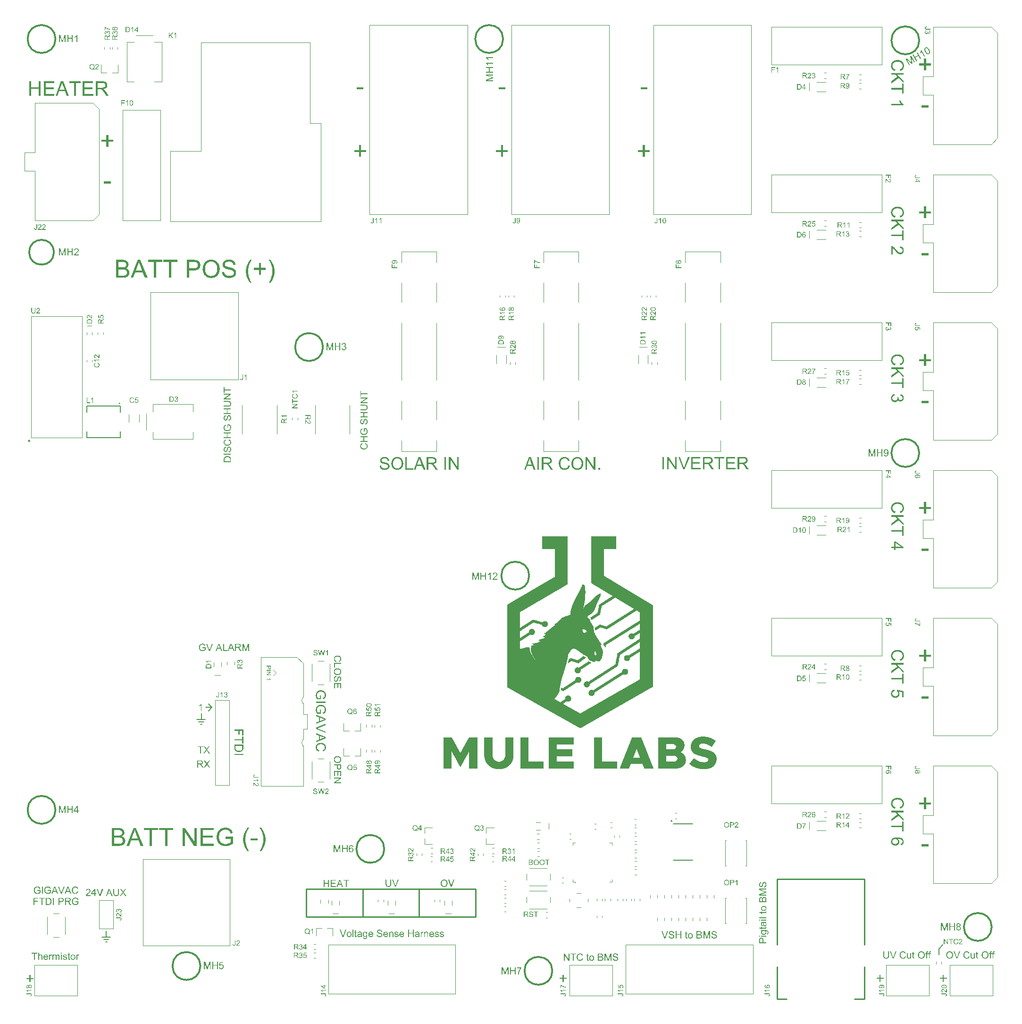
<source format=gto>
G04*
G04 #@! TF.GenerationSoftware,Altium Limited,Altium Designer,22.9.1 (49)*
G04*
G04 Layer_Color=65535*
%FSLAX25Y25*%
%MOIN*%
G70*
G04*
G04 #@! TF.SameCoordinates,1352E451-E4B0-43B6-A2DF-F84851EB9EC6*
G04*
G04*
G04 #@! TF.FilePolarity,Positive*
G04*
G01*
G75*
%ADD10C,0.01181*%
%ADD11C,0.00900*%
%ADD12C,0.00600*%
%ADD13C,0.00787*%
%ADD14C,0.00472*%
%ADD15C,0.00472*%
%ADD16C,0.00100*%
%ADD17C,0.01000*%
%ADD18C,0.00394*%
G36*
X67198Y63915D02*
X67231Y63912D01*
X67274Y63907D01*
X67324Y63899D01*
X67378Y63888D01*
X67438Y63871D01*
X67504Y63852D01*
X67569Y63830D01*
X67640Y63800D01*
X67711Y63765D01*
X67782Y63724D01*
X67853Y63675D01*
X67922Y63617D01*
X67987Y63555D01*
X67990Y63549D01*
X68001Y63538D01*
X68020Y63519D01*
X68042Y63489D01*
X68066Y63454D01*
X68096Y63413D01*
X68126Y63361D01*
X68159Y63306D01*
X68192Y63243D01*
X68222Y63173D01*
X68252Y63099D01*
X68276Y63017D01*
X68298Y62932D01*
X68317Y62839D01*
X68328Y62744D01*
X68331Y62643D01*
Y62621D01*
X68328Y62594D01*
X68326Y62561D01*
X68323Y62517D01*
X68315Y62468D01*
X68306Y62414D01*
X68293Y62353D01*
X68279Y62291D01*
X68260Y62222D01*
X68235Y62154D01*
X68205Y62083D01*
X68173Y62015D01*
X68134Y61947D01*
X68088Y61878D01*
X68036Y61816D01*
X68033Y61813D01*
X68023Y61802D01*
X68006Y61786D01*
X67982Y61764D01*
X67952Y61739D01*
X67916Y61709D01*
X67875Y61679D01*
X67829Y61646D01*
X67777Y61614D01*
X67717Y61581D01*
X67654Y61551D01*
X67586Y61521D01*
X67512Y61496D01*
X67436Y61472D01*
X67354Y61455D01*
X67266Y61444D01*
X67203Y61909D01*
X67209D01*
X67220Y61911D01*
X67242Y61917D01*
X67269Y61925D01*
X67302Y61933D01*
X67337Y61944D01*
X67378Y61958D01*
X67422Y61971D01*
X67518Y62010D01*
X67610Y62056D01*
X67657Y62083D01*
X67700Y62113D01*
X67739Y62143D01*
X67774Y62179D01*
X67777Y62182D01*
X67782Y62187D01*
X67791Y62198D01*
X67801Y62214D01*
X67815Y62231D01*
X67829Y62255D01*
X67845Y62280D01*
X67859Y62310D01*
X67875Y62343D01*
X67892Y62378D01*
X67905Y62416D01*
X67919Y62457D01*
X67930Y62501D01*
X67938Y62547D01*
X67943Y62594D01*
X67946Y62646D01*
Y62659D01*
X67943Y62678D01*
Y62700D01*
X67938Y62730D01*
X67935Y62763D01*
X67927Y62798D01*
X67919Y62839D01*
X67905Y62880D01*
X67892Y62927D01*
X67872Y62973D01*
X67851Y63020D01*
X67823Y63066D01*
X67793Y63112D01*
X67760Y63156D01*
X67720Y63200D01*
X67717Y63203D01*
X67709Y63211D01*
X67698Y63222D01*
X67679Y63235D01*
X67657Y63252D01*
X67629Y63271D01*
X67599Y63293D01*
X67564Y63314D01*
X67526Y63333D01*
X67482Y63355D01*
X67438Y63375D01*
X67387Y63391D01*
X67335Y63405D01*
X67280Y63415D01*
X67220Y63424D01*
X67160Y63426D01*
X67157D01*
X67146D01*
X67130D01*
X67105Y63424D01*
X67081Y63421D01*
X67048Y63415D01*
X67013Y63410D01*
X66974Y63399D01*
X66933Y63388D01*
X66890Y63375D01*
X66846Y63358D01*
X66802Y63339D01*
X66759Y63314D01*
X66715Y63284D01*
X66674Y63254D01*
X66633Y63216D01*
X66630Y63213D01*
X66625Y63208D01*
X66614Y63194D01*
X66600Y63178D01*
X66584Y63159D01*
X66567Y63134D01*
X66548Y63104D01*
X66529Y63071D01*
X66510Y63036D01*
X66491Y62995D01*
X66475Y62951D01*
X66458Y62905D01*
X66445Y62856D01*
X66434Y62801D01*
X66428Y62747D01*
X66426Y62687D01*
Y62662D01*
X66428Y62635D01*
X66431Y62596D01*
X66436Y62547D01*
X66447Y62493D01*
X66458Y62430D01*
X66475Y62359D01*
X66068Y62411D01*
Y62419D01*
X66071Y62427D01*
Y62438D01*
X66073Y62463D01*
Y62515D01*
X66071Y62534D01*
X66068Y62561D01*
X66065Y62591D01*
X66060Y62624D01*
X66054Y62662D01*
X66046Y62703D01*
X66035Y62744D01*
X66008Y62834D01*
X65991Y62880D01*
X65970Y62927D01*
X65948Y62973D01*
X65921Y63017D01*
X65918Y63020D01*
X65912Y63028D01*
X65904Y63039D01*
X65890Y63055D01*
X65874Y63071D01*
X65855Y63093D01*
X65830Y63112D01*
X65803Y63137D01*
X65770Y63159D01*
X65735Y63181D01*
X65697Y63200D01*
X65653Y63216D01*
X65606Y63232D01*
X65555Y63243D01*
X65500Y63252D01*
X65443Y63254D01*
X65440D01*
X65432D01*
X65418D01*
X65399Y63252D01*
X65380Y63249D01*
X65353Y63246D01*
X65325Y63241D01*
X65295Y63232D01*
X65230Y63211D01*
X65194Y63197D01*
X65159Y63181D01*
X65123Y63161D01*
X65088Y63137D01*
X65055Y63110D01*
X65022Y63080D01*
X65020Y63077D01*
X65014Y63071D01*
X65006Y63063D01*
X64995Y63050D01*
X64984Y63030D01*
X64968Y63011D01*
X64954Y62987D01*
X64938Y62959D01*
X64921Y62929D01*
X64908Y62897D01*
X64891Y62858D01*
X64880Y62820D01*
X64869Y62777D01*
X64861Y62733D01*
X64856Y62684D01*
X64853Y62635D01*
Y62607D01*
X64856Y62591D01*
X64859Y62566D01*
X64861Y62539D01*
X64867Y62509D01*
X64875Y62476D01*
X64894Y62405D01*
X64908Y62370D01*
X64927Y62332D01*
X64946Y62293D01*
X64968Y62255D01*
X64995Y62220D01*
X65025Y62184D01*
X65028Y62182D01*
X65033Y62176D01*
X65044Y62168D01*
X65058Y62154D01*
X65074Y62141D01*
X65096Y62124D01*
X65123Y62108D01*
X65151Y62089D01*
X65186Y62069D01*
X65224Y62050D01*
X65265Y62029D01*
X65312Y62012D01*
X65361Y61993D01*
X65413Y61979D01*
X65470Y61966D01*
X65533Y61955D01*
X65451Y61491D01*
X65448D01*
X65445D01*
X65429Y61496D01*
X65407Y61502D01*
X65374Y61510D01*
X65333Y61521D01*
X65290Y61535D01*
X65241Y61551D01*
X65186Y61570D01*
X65129Y61594D01*
X65069Y61622D01*
X65009Y61655D01*
X64949Y61690D01*
X64889Y61728D01*
X64831Y61772D01*
X64777Y61821D01*
X64727Y61876D01*
X64725Y61878D01*
X64717Y61889D01*
X64703Y61906D01*
X64687Y61930D01*
X64667Y61960D01*
X64645Y61996D01*
X64624Y62037D01*
X64599Y62083D01*
X64575Y62135D01*
X64553Y62192D01*
X64531Y62252D01*
X64512Y62318D01*
X64495Y62389D01*
X64482Y62465D01*
X64474Y62545D01*
X64471Y62626D01*
Y62656D01*
X64474Y62678D01*
Y62706D01*
X64479Y62738D01*
X64482Y62774D01*
X64487Y62812D01*
X64495Y62856D01*
X64504Y62900D01*
X64528Y62995D01*
X64542Y63047D01*
X64561Y63096D01*
X64580Y63145D01*
X64605Y63194D01*
X64607Y63197D01*
X64610Y63205D01*
X64618Y63219D01*
X64629Y63238D01*
X64643Y63260D01*
X64659Y63284D01*
X64678Y63312D01*
X64700Y63342D01*
X64752Y63407D01*
X64815Y63473D01*
X64886Y63535D01*
X64927Y63566D01*
X64968Y63593D01*
X64970Y63596D01*
X64979Y63598D01*
X64990Y63607D01*
X65009Y63615D01*
X65028Y63626D01*
X65055Y63636D01*
X65082Y63650D01*
X65115Y63664D01*
X65151Y63675D01*
X65186Y63688D01*
X65268Y63710D01*
X65358Y63727D01*
X65404Y63729D01*
X65454Y63732D01*
X65456D01*
X65465D01*
X65478D01*
X65495Y63729D01*
X65516D01*
X65541Y63724D01*
X65571Y63721D01*
X65601Y63716D01*
X65672Y63699D01*
X65746Y63675D01*
X65784Y63661D01*
X65825Y63642D01*
X65863Y63623D01*
X65901Y63598D01*
X65904Y63596D01*
X65909Y63593D01*
X65921Y63585D01*
X65934Y63574D01*
X65951Y63560D01*
X65970Y63544D01*
X65991Y63525D01*
X66016Y63500D01*
X66041Y63476D01*
X66065Y63446D01*
X66092Y63415D01*
X66120Y63380D01*
X66144Y63342D01*
X66172Y63301D01*
X66196Y63257D01*
X66218Y63211D01*
Y63213D01*
X66221Y63224D01*
X66226Y63243D01*
X66234Y63265D01*
X66243Y63295D01*
X66256Y63328D01*
X66270Y63363D01*
X66289Y63402D01*
X66308Y63443D01*
X66333Y63486D01*
X66357Y63530D01*
X66387Y63574D01*
X66420Y63615D01*
X66456Y63656D01*
X66496Y63697D01*
X66540Y63732D01*
X66543Y63735D01*
X66551Y63740D01*
X66565Y63749D01*
X66584Y63762D01*
X66608Y63776D01*
X66636Y63792D01*
X66668Y63809D01*
X66707Y63825D01*
X66750Y63841D01*
X66797Y63860D01*
X66846Y63874D01*
X66900Y63888D01*
X66958Y63901D01*
X67018Y63910D01*
X67081Y63915D01*
X67149Y63918D01*
X67154D01*
X67171D01*
X67198Y63915D01*
D02*
G37*
G36*
X68263Y58450D02*
X68260D01*
X68255D01*
X68246D01*
X68235D01*
X68219D01*
X68203Y58452D01*
X68159Y58455D01*
X68113Y58460D01*
X68058Y58469D01*
X68001Y58482D01*
X67943Y58501D01*
X67941D01*
X67932Y58507D01*
X67919Y58512D01*
X67900Y58521D01*
X67875Y58529D01*
X67848Y58542D01*
X67818Y58559D01*
X67785Y58575D01*
X67747Y58594D01*
X67709Y58619D01*
X67624Y58671D01*
X67534Y58733D01*
X67441Y58807D01*
X67438Y58810D01*
X67430Y58818D01*
X67417Y58829D01*
X67397Y58845D01*
X67373Y58867D01*
X67345Y58894D01*
X67313Y58925D01*
X67277Y58963D01*
X67236Y59004D01*
X67193Y59047D01*
X67146Y59097D01*
X67094Y59151D01*
X67042Y59211D01*
X66988Y59274D01*
X66931Y59342D01*
X66870Y59413D01*
X66868Y59416D01*
X66865Y59421D01*
X66857Y59430D01*
X66849Y59440D01*
X66835Y59454D01*
X66821Y59471D01*
X66786Y59512D01*
X66745Y59563D01*
X66693Y59618D01*
X66638Y59681D01*
X66578Y59746D01*
X66516Y59817D01*
X66450Y59886D01*
X66385Y59957D01*
X66316Y60022D01*
X66251Y60088D01*
X66188Y60145D01*
X66125Y60199D01*
X66068Y60243D01*
X66065Y60246D01*
X66054Y60251D01*
X66038Y60262D01*
X66019Y60279D01*
X65991Y60295D01*
X65961Y60311D01*
X65926Y60333D01*
X65888Y60352D01*
X65847Y60372D01*
X65803Y60393D01*
X65707Y60429D01*
X65658Y60442D01*
X65609Y60453D01*
X65560Y60459D01*
X65511Y60462D01*
X65508D01*
X65497D01*
X65484D01*
X65465Y60459D01*
X65440Y60456D01*
X65413Y60451D01*
X65383Y60445D01*
X65350Y60437D01*
X65314Y60426D01*
X65276Y60412D01*
X65238Y60396D01*
X65200Y60377D01*
X65159Y60355D01*
X65121Y60328D01*
X65082Y60298D01*
X65047Y60262D01*
X65044Y60259D01*
X65039Y60254D01*
X65030Y60243D01*
X65017Y60227D01*
X65003Y60208D01*
X64987Y60183D01*
X64968Y60156D01*
X64951Y60126D01*
X64932Y60090D01*
X64916Y60052D01*
X64899Y60008D01*
X64886Y59965D01*
X64872Y59916D01*
X64864Y59864D01*
X64859Y59809D01*
X64856Y59752D01*
Y59719D01*
X64859Y59697D01*
X64861Y59667D01*
X64867Y59634D01*
X64872Y59599D01*
X64880Y59558D01*
X64891Y59517D01*
X64905Y59473D01*
X64921Y59430D01*
X64940Y59383D01*
X64965Y59339D01*
X64992Y59296D01*
X65022Y59252D01*
X65058Y59214D01*
X65061Y59211D01*
X65066Y59206D01*
X65080Y59195D01*
X65093Y59184D01*
X65115Y59167D01*
X65140Y59151D01*
X65170Y59132D01*
X65202Y59116D01*
X65238Y59097D01*
X65282Y59077D01*
X65325Y59061D01*
X65374Y59045D01*
X65429Y59034D01*
X65486Y59023D01*
X65546Y59017D01*
X65612Y59015D01*
X65563Y58537D01*
X65560D01*
X65557D01*
X65549Y58540D01*
X65538D01*
X65511Y58542D01*
X65475Y58551D01*
X65432Y58559D01*
X65380Y58570D01*
X65323Y58583D01*
X65263Y58600D01*
X65197Y58622D01*
X65131Y58646D01*
X65063Y58676D01*
X64995Y58712D01*
X64929Y58750D01*
X64867Y58796D01*
X64807Y58845D01*
X64752Y58903D01*
X64749Y58906D01*
X64741Y58916D01*
X64725Y58935D01*
X64708Y58960D01*
X64687Y58993D01*
X64662Y59031D01*
X64637Y59077D01*
X64610Y59129D01*
X64586Y59189D01*
X64561Y59252D01*
X64536Y59323D01*
X64514Y59400D01*
X64495Y59482D01*
X64482Y59569D01*
X64474Y59662D01*
X64471Y59760D01*
Y59785D01*
X64474Y59812D01*
X64476Y59850D01*
X64479Y59896D01*
X64487Y59948D01*
X64495Y60008D01*
X64509Y60071D01*
X64525Y60139D01*
X64544Y60208D01*
X64569Y60281D01*
X64599Y60352D01*
X64635Y60423D01*
X64673Y60492D01*
X64719Y60557D01*
X64774Y60620D01*
X64777Y60623D01*
X64788Y60634D01*
X64804Y60650D01*
X64828Y60669D01*
X64856Y60694D01*
X64891Y60721D01*
X64932Y60751D01*
X64979Y60781D01*
X65030Y60808D01*
X65088Y60838D01*
X65151Y60866D01*
X65216Y60890D01*
X65287Y60909D01*
X65361Y60926D01*
X65440Y60937D01*
X65522Y60939D01*
X65525D01*
X65533D01*
X65544D01*
X65560D01*
X65582Y60937D01*
X65604Y60934D01*
X65631Y60931D01*
X65661Y60928D01*
X65729Y60918D01*
X65806Y60901D01*
X65885Y60877D01*
X65967Y60847D01*
X65970D01*
X65978Y60841D01*
X65989Y60836D01*
X66005Y60827D01*
X66024Y60819D01*
X66049Y60805D01*
X66076Y60792D01*
X66106Y60773D01*
X66139Y60754D01*
X66174Y60732D01*
X66254Y60677D01*
X66294Y60647D01*
X66338Y60614D01*
X66382Y60576D01*
X66428Y60538D01*
X66431Y60535D01*
X66439Y60527D01*
X66453Y60516D01*
X66472Y60497D01*
X66496Y60473D01*
X66527Y60442D01*
X66562Y60410D01*
X66603Y60369D01*
X66647Y60322D01*
X66696Y60268D01*
X66750Y60210D01*
X66810Y60145D01*
X66873Y60074D01*
X66941Y59997D01*
X67015Y59913D01*
X67092Y59823D01*
X67094Y59817D01*
X67108Y59804D01*
X67124Y59785D01*
X67149Y59757D01*
X67176Y59722D01*
X67209Y59686D01*
X67244Y59645D01*
X67283Y59602D01*
X67362Y59509D01*
X67403Y59465D01*
X67441Y59421D01*
X67479Y59381D01*
X67512Y59345D01*
X67542Y59312D01*
X67569Y59288D01*
X67575Y59282D01*
X67591Y59269D01*
X67616Y59247D01*
X67646Y59219D01*
X67684Y59189D01*
X67725Y59157D01*
X67771Y59124D01*
X67818Y59094D01*
Y60945D01*
X68263D01*
Y58450D01*
D02*
G37*
G36*
X67138Y57876D02*
X67176D01*
X67223Y57873D01*
X67274Y57868D01*
X67329Y57865D01*
X67387Y57857D01*
X67447Y57852D01*
X67569Y57830D01*
X67629Y57816D01*
X67687Y57800D01*
X67741Y57783D01*
X67793Y57762D01*
X67796D01*
X67804Y57756D01*
X67818Y57751D01*
X67837Y57740D01*
X67859Y57729D01*
X67883Y57713D01*
X67911Y57693D01*
X67941Y57674D01*
X67971Y57650D01*
X68003Y57622D01*
X68036Y57592D01*
X68069Y57560D01*
X68102Y57524D01*
X68132Y57486D01*
X68162Y57445D01*
X68189Y57398D01*
X68192Y57396D01*
X68195Y57388D01*
X68203Y57374D01*
X68211Y57355D01*
X68222Y57330D01*
X68233Y57303D01*
X68244Y57270D01*
X68257Y57232D01*
X68271Y57191D01*
X68282Y57147D01*
X68293Y57098D01*
X68304Y57049D01*
X68312Y56994D01*
X68320Y56937D01*
X68323Y56880D01*
X68326Y56817D01*
Y56795D01*
X68323Y56771D01*
X68320Y56735D01*
X68317Y56694D01*
X68309Y56645D01*
X68301Y56590D01*
X68290Y56533D01*
X68274Y56473D01*
X68257Y56410D01*
X68233Y56348D01*
X68205Y56285D01*
X68173Y56222D01*
X68134Y56162D01*
X68091Y56104D01*
X68042Y56053D01*
X68039Y56050D01*
X68028Y56042D01*
X68012Y56028D01*
X67987Y56012D01*
X67957Y55993D01*
X67922Y55971D01*
X67878Y55946D01*
X67829Y55924D01*
X67771Y55900D01*
X67709Y55875D01*
X67638Y55856D01*
X67561Y55837D01*
X67479Y55821D01*
X67389Y55810D01*
X67294Y55801D01*
X67193D01*
X67130Y56252D01*
X67135D01*
X67149D01*
X67171Y56255D01*
X67201Y56257D01*
X67236Y56260D01*
X67274Y56265D01*
X67318Y56271D01*
X67367Y56279D01*
X67466Y56298D01*
X67564Y56326D01*
X67608Y56345D01*
X67651Y56364D01*
X67690Y56388D01*
X67722Y56413D01*
X67725Y56416D01*
X67728Y56418D01*
X67736Y56429D01*
X67747Y56440D01*
X67758Y56454D01*
X67771Y56473D01*
X67788Y56492D01*
X67801Y56517D01*
X67815Y56544D01*
X67831Y56574D01*
X67845Y56607D01*
X67856Y56642D01*
X67867Y56683D01*
X67872Y56724D01*
X67878Y56768D01*
X67881Y56814D01*
Y56833D01*
X67878Y56847D01*
Y56863D01*
X67875Y56883D01*
X67870Y56926D01*
X67859Y56975D01*
X67845Y57030D01*
X67823Y57087D01*
X67796Y57139D01*
Y57142D01*
X67791Y57145D01*
X67780Y57161D01*
X67760Y57186D01*
X67733Y57213D01*
X67700Y57246D01*
X67659Y57276D01*
X67613Y57306D01*
X67561Y57328D01*
X67558D01*
X67553Y57330D01*
X67545Y57333D01*
X67534Y57336D01*
X67518Y57338D01*
X67498Y57344D01*
X67474Y57349D01*
X67447Y57355D01*
X67417Y57358D01*
X67381Y57363D01*
X67343Y57368D01*
X67299Y57371D01*
X67253Y57374D01*
X67203Y57377D01*
X67149Y57379D01*
X67089D01*
X64485D01*
Y57879D01*
X67059D01*
X67064D01*
X67081D01*
X67105D01*
X67138Y57876D01*
D02*
G37*
G36*
X657955Y42824D02*
X657996Y42821D01*
X658045Y42818D01*
X658099Y42810D01*
X658162Y42802D01*
X658233Y42791D01*
X658307Y42775D01*
X658383Y42755D01*
X658462Y42733D01*
X658542Y42704D01*
X658621Y42671D01*
X658703Y42632D01*
X658779Y42589D01*
X658853Y42537D01*
X658858Y42534D01*
X658869Y42523D01*
X658891Y42507D01*
X658916Y42482D01*
X658948Y42455D01*
X658984Y42417D01*
X659022Y42376D01*
X659066Y42327D01*
X659109Y42272D01*
X659156Y42212D01*
X659200Y42144D01*
X659243Y42073D01*
X659287Y41994D01*
X659325Y41909D01*
X659363Y41819D01*
X659393Y41723D01*
X658902Y41609D01*
X658899Y41614D01*
X658897Y41628D01*
X658888Y41647D01*
X658877Y41677D01*
X658864Y41710D01*
X658847Y41748D01*
X658826Y41792D01*
X658804Y41838D01*
X658779Y41887D01*
X658749Y41936D01*
X658719Y41985D01*
X658684Y42037D01*
X658645Y42084D01*
X658607Y42130D01*
X658564Y42171D01*
X658517Y42209D01*
X658514Y42212D01*
X658506Y42218D01*
X658493Y42226D01*
X658473Y42239D01*
X658449Y42253D01*
X658419Y42269D01*
X658383Y42286D01*
X658345Y42305D01*
X658301Y42321D01*
X658255Y42338D01*
X658203Y42354D01*
X658148Y42368D01*
X658088Y42381D01*
X658026Y42390D01*
X657960Y42395D01*
X657889Y42398D01*
X657848D01*
X657818Y42395D01*
X657780Y42392D01*
X657736Y42387D01*
X657687Y42381D01*
X657635Y42370D01*
X657578Y42360D01*
X657521Y42346D01*
X657461Y42329D01*
X657398Y42310D01*
X657338Y42286D01*
X657278Y42256D01*
X657218Y42226D01*
X657160Y42188D01*
X657158Y42185D01*
X657147Y42179D01*
X657133Y42166D01*
X657114Y42149D01*
X657089Y42127D01*
X657062Y42103D01*
X657032Y42073D01*
X656999Y42040D01*
X656966Y42002D01*
X656931Y41961D01*
X656898Y41914D01*
X656865Y41863D01*
X656833Y41811D01*
X656803Y41754D01*
X656775Y41693D01*
X656751Y41628D01*
Y41625D01*
X656745Y41611D01*
X656740Y41592D01*
X656732Y41568D01*
X656723Y41535D01*
X656713Y41497D01*
X656704Y41453D01*
X656693Y41404D01*
X656682Y41352D01*
X656672Y41295D01*
X656661Y41235D01*
X656652Y41172D01*
X656639Y41041D01*
X656636Y40973D01*
X656633Y40902D01*
Y40896D01*
Y40880D01*
Y40855D01*
X656636Y40820D01*
X656639Y40779D01*
X656642Y40730D01*
X656644Y40675D01*
X656650Y40618D01*
X656658Y40552D01*
X656666Y40484D01*
X656693Y40345D01*
X656707Y40271D01*
X656726Y40200D01*
X656748Y40129D01*
X656773Y40061D01*
X656775Y40058D01*
X656778Y40045D01*
X656786Y40028D01*
X656800Y40003D01*
X656814Y39974D01*
X656833Y39938D01*
X656854Y39900D01*
X656879Y39859D01*
X656909Y39818D01*
X656942Y39774D01*
X656977Y39728D01*
X657016Y39684D01*
X657059Y39640D01*
X657106Y39599D01*
X657155Y39561D01*
X657209Y39526D01*
X657212Y39523D01*
X657223Y39518D01*
X657239Y39509D01*
X657261Y39498D01*
X657289Y39485D01*
X657321Y39469D01*
X657360Y39455D01*
X657401Y39438D01*
X657447Y39419D01*
X657496Y39406D01*
X657551Y39389D01*
X657605Y39376D01*
X657665Y39365D01*
X657725Y39356D01*
X657788Y39351D01*
X657851Y39348D01*
X657870D01*
X657892Y39351D01*
X657922D01*
X657957Y39356D01*
X657998Y39362D01*
X658047Y39367D01*
X658097Y39378D01*
X658151Y39392D01*
X658209Y39408D01*
X658269Y39428D01*
X658329Y39449D01*
X658389Y39477D01*
X658449Y39509D01*
X658506Y39548D01*
X658564Y39589D01*
X658566Y39591D01*
X658577Y39599D01*
X658591Y39613D01*
X658610Y39635D01*
X658635Y39660D01*
X658662Y39690D01*
X658692Y39728D01*
X658722Y39769D01*
X658755Y39818D01*
X658787Y39870D01*
X658823Y39930D01*
X658853Y39995D01*
X658886Y40064D01*
X658913Y40140D01*
X658938Y40219D01*
X658959Y40307D01*
X659459Y40181D01*
Y40178D01*
X659456Y40173D01*
X659453Y40165D01*
X659451Y40154D01*
X659448Y40140D01*
X659443Y40121D01*
X659429Y40080D01*
X659410Y40028D01*
X659388Y39971D01*
X659361Y39905D01*
X659328Y39834D01*
X659292Y39758D01*
X659251Y39681D01*
X659205Y39605D01*
X659153Y39526D01*
X659096Y39449D01*
X659033Y39376D01*
X658965Y39307D01*
X658891Y39242D01*
X658886Y39239D01*
X658872Y39228D01*
X658850Y39212D01*
X658817Y39193D01*
X658779Y39168D01*
X658730Y39141D01*
X658675Y39111D01*
X658613Y39081D01*
X658544Y39051D01*
X658468Y39021D01*
X658386Y38993D01*
X658299Y38969D01*
X658203Y38950D01*
X658105Y38933D01*
X658001Y38923D01*
X657892Y38920D01*
X657851D01*
X657832Y38923D01*
X657791D01*
X657739Y38928D01*
X657679Y38933D01*
X657611Y38942D01*
X657540Y38950D01*
X657461Y38963D01*
X657381Y38980D01*
X657297Y39002D01*
X657215Y39024D01*
X657133Y39053D01*
X657051Y39086D01*
X656972Y39125D01*
X656898Y39168D01*
X656893Y39171D01*
X656882Y39179D01*
X656863Y39195D01*
X656835Y39215D01*
X656803Y39239D01*
X656767Y39272D01*
X656726Y39307D01*
X656682Y39351D01*
X656636Y39400D01*
X656590Y39452D01*
X656541Y39512D01*
X656491Y39575D01*
X656445Y39646D01*
X656399Y39720D01*
X656355Y39801D01*
X656317Y39886D01*
Y39889D01*
X656314Y39892D01*
X656309Y39908D01*
X656298Y39933D01*
X656287Y39968D01*
X656270Y40012D01*
X656254Y40064D01*
X656235Y40124D01*
X656218Y40189D01*
X656199Y40263D01*
X656180Y40342D01*
X656164Y40424D01*
X656147Y40514D01*
X656137Y40604D01*
X656126Y40700D01*
X656120Y40798D01*
X656117Y40899D01*
Y40902D01*
Y40907D01*
Y40915D01*
Y40926D01*
Y40940D01*
X656120Y40956D01*
Y40997D01*
X656126Y41049D01*
X656128Y41109D01*
X656137Y41177D01*
X656145Y41251D01*
X656158Y41328D01*
X656172Y41410D01*
X656191Y41497D01*
X656213Y41584D01*
X656238Y41672D01*
X656268Y41759D01*
X656303Y41844D01*
X656341Y41928D01*
X656344Y41934D01*
X656352Y41947D01*
X656366Y41969D01*
X656382Y42002D01*
X656407Y42037D01*
X656434Y42078D01*
X656470Y42127D01*
X656508Y42177D01*
X656549Y42228D01*
X656598Y42286D01*
X656650Y42340D01*
X656707Y42395D01*
X656770Y42450D01*
X656835Y42502D01*
X656906Y42551D01*
X656983Y42597D01*
X656988Y42600D01*
X657002Y42608D01*
X657024Y42619D01*
X657057Y42632D01*
X657095Y42652D01*
X657141Y42671D01*
X657196Y42690D01*
X657253Y42712D01*
X657319Y42733D01*
X657390Y42753D01*
X657466Y42775D01*
X657545Y42791D01*
X657630Y42805D01*
X657717Y42815D01*
X657807Y42824D01*
X657900Y42826D01*
X657938D01*
X657955Y42824D01*
D02*
G37*
G36*
X652197Y38982D02*
X651681D01*
X649702Y41947D01*
Y38982D01*
X649221D01*
Y42761D01*
X649735D01*
X651717Y39793D01*
Y42761D01*
X652197D01*
Y38982D01*
D02*
G37*
G36*
X661190Y42772D02*
X661228Y42769D01*
X661274Y42766D01*
X661326Y42758D01*
X661386Y42750D01*
X661449Y42736D01*
X661517Y42720D01*
X661586Y42701D01*
X661659Y42676D01*
X661730Y42646D01*
X661801Y42611D01*
X661869Y42573D01*
X661935Y42526D01*
X661998Y42472D01*
X662001Y42469D01*
X662011Y42458D01*
X662028Y42441D01*
X662047Y42417D01*
X662072Y42390D01*
X662099Y42354D01*
X662129Y42313D01*
X662159Y42267D01*
X662186Y42215D01*
X662216Y42158D01*
X662244Y42095D01*
X662268Y42029D01*
X662287Y41958D01*
X662304Y41884D01*
X662315Y41805D01*
X662317Y41723D01*
Y41721D01*
Y41712D01*
Y41702D01*
Y41685D01*
X662315Y41663D01*
X662312Y41642D01*
X662309Y41614D01*
X662306Y41584D01*
X662295Y41516D01*
X662279Y41440D01*
X662254Y41360D01*
X662224Y41278D01*
Y41276D01*
X662219Y41267D01*
X662214Y41257D01*
X662205Y41240D01*
X662197Y41221D01*
X662184Y41197D01*
X662170Y41169D01*
X662151Y41139D01*
X662132Y41107D01*
X662110Y41071D01*
X662055Y40992D01*
X662025Y40951D01*
X661992Y40907D01*
X661954Y40863D01*
X661916Y40817D01*
X661913Y40814D01*
X661905Y40806D01*
X661894Y40793D01*
X661875Y40773D01*
X661850Y40749D01*
X661820Y40719D01*
X661788Y40683D01*
X661747Y40642D01*
X661700Y40599D01*
X661646Y40549D01*
X661588Y40495D01*
X661523Y40435D01*
X661452Y40372D01*
X661375Y40304D01*
X661291Y40230D01*
X661201Y40154D01*
X661195Y40151D01*
X661182Y40137D01*
X661162Y40121D01*
X661135Y40096D01*
X661100Y40069D01*
X661064Y40036D01*
X661023Y40001D01*
X660980Y39963D01*
X660887Y39883D01*
X660843Y39843D01*
X660799Y39804D01*
X660758Y39766D01*
X660723Y39733D01*
X660690Y39703D01*
X660666Y39676D01*
X660660Y39671D01*
X660646Y39654D01*
X660625Y39630D01*
X660597Y39599D01*
X660567Y39561D01*
X660535Y39520D01*
X660502Y39474D01*
X660472Y39428D01*
X662323D01*
Y38982D01*
X659828D01*
Y38985D01*
Y38991D01*
Y38999D01*
Y39010D01*
Y39026D01*
X659830Y39043D01*
X659833Y39086D01*
X659838Y39133D01*
X659847Y39187D01*
X659860Y39245D01*
X659879Y39302D01*
Y39305D01*
X659885Y39313D01*
X659890Y39327D01*
X659899Y39346D01*
X659907Y39370D01*
X659920Y39397D01*
X659937Y39428D01*
X659953Y39460D01*
X659972Y39498D01*
X659997Y39537D01*
X660049Y39621D01*
X660111Y39711D01*
X660185Y39804D01*
X660188Y39807D01*
X660196Y39815D01*
X660207Y39829D01*
X660223Y39848D01*
X660245Y39873D01*
X660273Y39900D01*
X660302Y39933D01*
X660341Y39968D01*
X660382Y40009D01*
X660425Y40053D01*
X660474Y40099D01*
X660529Y40151D01*
X660589Y40203D01*
X660652Y40257D01*
X660720Y40315D01*
X660791Y40375D01*
X660794Y40378D01*
X660799Y40380D01*
X660808Y40389D01*
X660818Y40397D01*
X660832Y40410D01*
X660849Y40424D01*
X660889Y40459D01*
X660941Y40500D01*
X660996Y40552D01*
X661059Y40607D01*
X661124Y40667D01*
X661195Y40730D01*
X661264Y40795D01*
X661334Y40861D01*
X661400Y40929D01*
X661466Y40995D01*
X661523Y41057D01*
X661577Y41120D01*
X661621Y41177D01*
X661624Y41180D01*
X661629Y41191D01*
X661640Y41208D01*
X661657Y41227D01*
X661673Y41254D01*
X661689Y41284D01*
X661711Y41319D01*
X661730Y41358D01*
X661749Y41399D01*
X661771Y41442D01*
X661807Y41538D01*
X661820Y41587D01*
X661831Y41636D01*
X661837Y41685D01*
X661839Y41734D01*
Y41737D01*
Y41748D01*
Y41762D01*
X661837Y41781D01*
X661834Y41805D01*
X661829Y41833D01*
X661823Y41863D01*
X661815Y41895D01*
X661804Y41931D01*
X661790Y41969D01*
X661774Y42007D01*
X661755Y42046D01*
X661733Y42086D01*
X661706Y42125D01*
X661676Y42163D01*
X661640Y42199D01*
X661637Y42201D01*
X661632Y42207D01*
X661621Y42215D01*
X661605Y42228D01*
X661586Y42242D01*
X661561Y42259D01*
X661534Y42278D01*
X661504Y42294D01*
X661468Y42313D01*
X661430Y42329D01*
X661386Y42346D01*
X661343Y42360D01*
X661294Y42373D01*
X661242Y42381D01*
X661187Y42387D01*
X661130Y42390D01*
X661097D01*
X661075Y42387D01*
X661045Y42384D01*
X661012Y42379D01*
X660977Y42373D01*
X660936Y42365D01*
X660895Y42354D01*
X660851Y42340D01*
X660808Y42324D01*
X660761Y42305D01*
X660717Y42280D01*
X660674Y42253D01*
X660630Y42223D01*
X660592Y42188D01*
X660589Y42185D01*
X660584Y42179D01*
X660573Y42166D01*
X660562Y42152D01*
X660545Y42130D01*
X660529Y42106D01*
X660510Y42076D01*
X660494Y42043D01*
X660474Y42007D01*
X660455Y41964D01*
X660439Y41920D01*
X660423Y41871D01*
X660412Y41816D01*
X660401Y41759D01*
X660395Y41699D01*
X660393Y41633D01*
X659915Y41682D01*
Y41685D01*
Y41688D01*
X659918Y41696D01*
Y41707D01*
X659920Y41734D01*
X659929Y41770D01*
X659937Y41813D01*
X659948Y41865D01*
X659961Y41923D01*
X659978Y41983D01*
X660000Y42048D01*
X660024Y42114D01*
X660054Y42182D01*
X660090Y42250D01*
X660128Y42316D01*
X660174Y42379D01*
X660223Y42439D01*
X660281Y42493D01*
X660283Y42496D01*
X660294Y42504D01*
X660313Y42521D01*
X660338Y42537D01*
X660371Y42559D01*
X660409Y42583D01*
X660455Y42608D01*
X660507Y42635D01*
X660567Y42660D01*
X660630Y42684D01*
X660701Y42709D01*
X660778Y42731D01*
X660859Y42750D01*
X660947Y42764D01*
X661040Y42772D01*
X661138Y42775D01*
X661162D01*
X661190Y42772D01*
D02*
G37*
G36*
X655749Y42316D02*
X654498D01*
Y38982D01*
X653999D01*
Y42316D01*
X652754D01*
Y42761D01*
X655749D01*
Y42316D01*
D02*
G37*
G36*
X438089Y599806D02*
X441524D01*
Y598358D01*
X438089D01*
Y594905D01*
X436631D01*
Y598358D01*
X433197D01*
Y599806D01*
X436631D01*
Y603241D01*
X438089D01*
Y599806D01*
D02*
G37*
G36*
X439747Y642591D02*
X434973D01*
Y644149D01*
X439747D01*
Y642591D01*
D02*
G37*
G36*
X337863Y599806D02*
X341297D01*
Y598358D01*
X337863D01*
Y594905D01*
X336405D01*
Y598358D01*
X332971D01*
Y599806D01*
X336405D01*
Y603241D01*
X337863D01*
Y599806D01*
D02*
G37*
G36*
X339521Y642591D02*
X334747D01*
Y644149D01*
X339521D01*
Y642591D01*
D02*
G37*
G36*
X239294D02*
X234521D01*
Y644149D01*
X239294D01*
Y642591D01*
D02*
G37*
G36*
X237636Y599806D02*
X241071D01*
Y598358D01*
X237636D01*
Y594905D01*
X236179D01*
Y598358D01*
X232744D01*
Y599806D01*
X236179D01*
Y603241D01*
X237636D01*
Y599806D01*
D02*
G37*
G36*
X3982Y15130D02*
X6041D01*
Y14262D01*
X3982D01*
Y12192D01*
X3109D01*
Y14262D01*
X1050D01*
Y15130D01*
X3109D01*
Y17188D01*
X3982D01*
Y15130D01*
D02*
G37*
G36*
X380792Y15428D02*
X382850D01*
Y14559D01*
X380792D01*
Y12490D01*
X379918D01*
Y14559D01*
X377860D01*
Y15428D01*
X379918D01*
Y17486D01*
X380792D01*
Y15428D01*
D02*
G37*
G36*
X604593D02*
X606651D01*
Y14559D01*
X604593D01*
Y12490D01*
X603719D01*
Y14559D01*
X601660D01*
Y15428D01*
X603719D01*
Y17486D01*
X604593D01*
Y15428D01*
D02*
G37*
G36*
X649293D02*
X651352D01*
Y14559D01*
X649293D01*
Y12490D01*
X648420D01*
Y14559D01*
X646361D01*
Y15428D01*
X648420D01*
Y17486D01*
X649293D01*
Y15428D01*
D02*
G37*
G36*
X636704Y139083D02*
X640138D01*
Y137635D01*
X636704D01*
Y134182D01*
X635246D01*
Y137635D01*
X631812D01*
Y139083D01*
X635246D01*
Y142517D01*
X636704D01*
Y139083D01*
D02*
G37*
G36*
X638362Y108004D02*
X633588D01*
Y109562D01*
X638362D01*
Y108004D01*
D02*
G37*
G36*
X636704Y243433D02*
X640138D01*
Y241985D01*
X636704D01*
Y238532D01*
X635246D01*
Y241985D01*
X631812D01*
Y243433D01*
X635246D01*
Y246868D01*
X636704D01*
Y243433D01*
D02*
G37*
G36*
X638362Y212354D02*
X633588D01*
Y213912D01*
X638362D01*
Y212354D01*
D02*
G37*
G36*
X636704Y347784D02*
X640138D01*
Y346336D01*
X636704D01*
Y342883D01*
X635246D01*
Y346336D01*
X631812D01*
Y347784D01*
X635246D01*
Y351219D01*
X636704D01*
Y347784D01*
D02*
G37*
G36*
X638362Y316705D02*
X633588D01*
Y318263D01*
X638362D01*
Y316705D01*
D02*
G37*
G36*
X636704Y452135D02*
X640138D01*
Y450686D01*
X636704D01*
Y447233D01*
X635246D01*
Y450686D01*
X631812D01*
Y452135D01*
X635246D01*
Y455569D01*
X636704D01*
Y452135D01*
D02*
G37*
G36*
X638362Y421055D02*
X633588D01*
Y422613D01*
X638362D01*
Y421055D01*
D02*
G37*
G36*
X636704Y556485D02*
X640138D01*
Y555037D01*
X636704D01*
Y551584D01*
X635246D01*
Y555037D01*
X631812D01*
Y556485D01*
X635246D01*
Y559920D01*
X636704D01*
Y556485D01*
D02*
G37*
G36*
X638362Y525406D02*
X633588D01*
Y526964D01*
X638362D01*
Y525406D01*
D02*
G37*
G36*
X636704Y660836D02*
X640138D01*
Y659387D01*
X636704D01*
Y655934D01*
X635246D01*
Y659387D01*
X631812D01*
Y660836D01*
X635246D01*
Y664270D01*
X636704D01*
Y660836D01*
D02*
G37*
G36*
X638362Y629756D02*
X633588D01*
Y631314D01*
X638362D01*
Y629756D01*
D02*
G37*
G36*
X60676Y575953D02*
X55903D01*
Y577511D01*
X60676D01*
Y575953D01*
D02*
G37*
G36*
X59018Y607033D02*
X62453D01*
Y605584D01*
X59018D01*
Y602131D01*
X57561D01*
Y605584D01*
X54126D01*
Y607033D01*
X57561D01*
Y610467D01*
X59018D01*
Y607033D01*
D02*
G37*
G36*
X11188Y638144D02*
X9854D01*
Y642897D01*
X4620D01*
Y638144D01*
X3285D01*
Y648234D01*
X4620D01*
Y644086D01*
X9854D01*
Y648234D01*
X11188D01*
Y638144D01*
D02*
G37*
G36*
X54921Y648226D02*
X55037D01*
X55168Y648219D01*
X55307Y648212D01*
X55467Y648197D01*
X55628Y648183D01*
X55795Y648168D01*
X56138Y648117D01*
X56298Y648088D01*
X56459Y648051D01*
X56612Y648008D01*
X56750Y647957D01*
X56757D01*
X56779Y647942D01*
X56816Y647927D01*
X56867Y647906D01*
X56925Y647876D01*
X56991Y647833D01*
X57071Y647789D01*
X57151Y647738D01*
X57239Y647672D01*
X57333Y647607D01*
X57428Y647527D01*
X57523Y647439D01*
X57610Y647337D01*
X57705Y647235D01*
X57793Y647118D01*
X57873Y646994D01*
X57880Y646987D01*
X57895Y646965D01*
X57909Y646929D01*
X57938Y646878D01*
X57968Y646812D01*
X58004Y646732D01*
X58048Y646644D01*
X58084Y646550D01*
X58121Y646440D01*
X58165Y646324D01*
X58201Y646200D01*
X58230Y646068D01*
X58259Y645930D01*
X58281Y645784D01*
X58288Y645631D01*
X58296Y645478D01*
Y645463D01*
Y645434D01*
X58288Y645376D01*
Y645296D01*
X58274Y645208D01*
X58259Y645099D01*
X58237Y644982D01*
X58208Y644851D01*
X58172Y644712D01*
X58128Y644567D01*
X58070Y644414D01*
X58004Y644261D01*
X57924Y644107D01*
X57829Y643962D01*
X57720Y643809D01*
X57596Y643670D01*
X57589Y643663D01*
X57567Y643641D01*
X57523Y643605D01*
X57465Y643553D01*
X57392Y643495D01*
X57297Y643430D01*
X57195Y643357D01*
X57071Y643276D01*
X56925Y643196D01*
X56772Y643116D01*
X56590Y643043D01*
X56400Y642963D01*
X56189Y642897D01*
X55963Y642832D01*
X55715Y642781D01*
X55453Y642737D01*
X55460D01*
X55475Y642722D01*
X55504Y642715D01*
X55540Y642693D01*
X55584Y642671D01*
X55635Y642642D01*
X55752Y642577D01*
X55883Y642504D01*
X56014Y642416D01*
X56138Y642329D01*
X56255Y642234D01*
X56262Y642227D01*
X56284Y642212D01*
X56313Y642176D01*
X56357Y642139D01*
X56408Y642081D01*
X56466Y642023D01*
X56539Y641950D01*
X56612Y641862D01*
X56692Y641767D01*
X56779Y641665D01*
X56874Y641556D01*
X56969Y641439D01*
X57064Y641308D01*
X57166Y641177D01*
X57363Y640885D01*
X59105Y638144D01*
X57436D01*
X56101Y640244D01*
X56094Y640251D01*
X56072Y640280D01*
X56043Y640331D01*
X56007Y640390D01*
X55956Y640470D01*
X55897Y640557D01*
X55832Y640652D01*
X55766Y640754D01*
X55613Y640980D01*
X55453Y641213D01*
X55292Y641432D01*
X55212Y641534D01*
X55139Y641629D01*
X55132Y641636D01*
X55125Y641651D01*
X55103Y641673D01*
X55074Y641709D01*
X55001Y641796D01*
X54913Y641899D01*
X54804Y642008D01*
X54694Y642125D01*
X54578Y642227D01*
X54461Y642307D01*
X54447Y642314D01*
X54410Y642336D01*
X54352Y642373D01*
X54272Y642409D01*
X54184Y642453D01*
X54082Y642504D01*
X53973Y642540D01*
X53856Y642577D01*
X53849D01*
X53812Y642584D01*
X53754Y642591D01*
X53681Y642606D01*
X53579Y642613D01*
X53448Y642620D01*
X53295Y642628D01*
X51567D01*
Y638144D01*
X50233D01*
Y648234D01*
X54833D01*
X54921Y648226D01*
D02*
G37*
G36*
X48134Y647045D02*
X42178D01*
Y643954D01*
X47754D01*
Y642766D01*
X42178D01*
Y639332D01*
X48367D01*
Y638144D01*
X40843D01*
Y648234D01*
X48134D01*
Y647045D01*
D02*
G37*
G36*
X39444D02*
X36105D01*
Y638144D01*
X34771D01*
Y647045D01*
X31447Y647045D01*
Y648234D01*
X39444Y648234D01*
Y647045D01*
D02*
G37*
G36*
X31141Y638144D02*
X29624D01*
X28458Y641199D01*
X24222D01*
X23122Y638144D01*
X21714D01*
X25585Y648234D01*
X27014D01*
X31141Y638144D01*
D02*
G37*
G36*
X20730Y647045D02*
X14774D01*
Y643954D01*
X20351D01*
Y642766D01*
X14774D01*
Y639332D01*
X20964D01*
Y638144D01*
X13440D01*
Y648234D01*
X20730D01*
Y647045D01*
D02*
G37*
G36*
X325848Y296428D02*
X325182D01*
Y298801D01*
X322568D01*
Y296428D01*
X321902D01*
Y301466D01*
X322568D01*
Y299395D01*
X325182D01*
Y301466D01*
X325848D01*
Y296428D01*
D02*
G37*
G36*
X320806D02*
X320162D01*
Y300643D01*
X318695Y296428D01*
X318091D01*
X316639Y300716D01*
Y296428D01*
X315994D01*
Y301466D01*
X316995D01*
X318189Y297899D01*
X318193Y297891D01*
X318197Y297877D01*
X318204Y297851D01*
X318215Y297819D01*
X318229Y297775D01*
X318244Y297728D01*
X318262Y297677D01*
X318280Y297619D01*
X318320Y297498D01*
X318360Y297375D01*
X318378Y297313D01*
X318397Y297254D01*
X318415Y297204D01*
X318429Y297153D01*
Y297156D01*
X318433Y297167D01*
X318440Y297182D01*
X318448Y297204D01*
X318455Y297233D01*
X318466Y297269D01*
X318480Y297309D01*
X318495Y297356D01*
X318513Y297411D01*
X318535Y297469D01*
X318557Y297535D01*
X318579Y297608D01*
X318608Y297688D01*
X318633Y297771D01*
X318666Y297862D01*
X318699Y297961D01*
X319907Y301466D01*
X320806D01*
Y296428D01*
D02*
G37*
G36*
X332360Y301481D02*
X332411Y301477D01*
X332473Y301473D01*
X332542Y301462D01*
X332622Y301451D01*
X332705Y301433D01*
X332797Y301411D01*
X332888Y301386D01*
X332986Y301353D01*
X333081Y301313D01*
X333175Y301266D01*
X333266Y301215D01*
X333353Y301153D01*
X333437Y301080D01*
X333441Y301077D01*
X333455Y301062D01*
X333477Y301040D01*
X333503Y301007D01*
X333536Y300971D01*
X333572Y300924D01*
X333612Y300869D01*
X333652Y300807D01*
X333688Y300738D01*
X333728Y300662D01*
X333765Y300578D01*
X333798Y300490D01*
X333823Y300396D01*
X333845Y300298D01*
X333859Y300192D01*
X333863Y300083D01*
Y300079D01*
Y300068D01*
Y300054D01*
Y300032D01*
X333859Y300003D01*
X333856Y299974D01*
X333852Y299937D01*
X333849Y299897D01*
X333834Y299806D01*
X333812Y299704D01*
X333779Y299599D01*
X333739Y299489D01*
Y299486D01*
X333732Y299475D01*
X333725Y299460D01*
X333714Y299439D01*
X333703Y299413D01*
X333685Y299380D01*
X333666Y299344D01*
X333641Y299304D01*
X333615Y299260D01*
X333586Y299213D01*
X333514Y299107D01*
X333474Y299053D01*
X333430Y298994D01*
X333379Y298936D01*
X333328Y298874D01*
X333324Y298871D01*
X333313Y298860D01*
X333299Y298842D01*
X333273Y298816D01*
X333241Y298783D01*
X333201Y298743D01*
X333157Y298696D01*
X333102Y298641D01*
X333040Y298583D01*
X332968Y298518D01*
X332891Y298445D01*
X332804Y298365D01*
X332709Y298281D01*
X332607Y298190D01*
X332494Y298092D01*
X332374Y297990D01*
X332367Y297986D01*
X332349Y297968D01*
X332323Y297946D01*
X332287Y297913D01*
X332240Y297877D01*
X332192Y297833D01*
X332138Y297786D01*
X332080Y297735D01*
X331956Y297629D01*
X331897Y297575D01*
X331839Y297524D01*
X331785Y297473D01*
X331737Y297429D01*
X331694Y297389D01*
X331661Y297353D01*
X331654Y297345D01*
X331635Y297324D01*
X331606Y297291D01*
X331570Y297251D01*
X331530Y297200D01*
X331486Y297145D01*
X331442Y297083D01*
X331402Y297022D01*
X333870D01*
Y296428D01*
X330543D01*
Y296432D01*
Y296439D01*
Y296450D01*
Y296465D01*
Y296486D01*
X330547Y296508D01*
X330551Y296567D01*
X330558Y296628D01*
X330569Y296701D01*
X330587Y296778D01*
X330612Y296854D01*
Y296858D01*
X330620Y296869D01*
X330627Y296887D01*
X330638Y296912D01*
X330649Y296945D01*
X330667Y296982D01*
X330689Y297022D01*
X330711Y297065D01*
X330736Y297116D01*
X330769Y297167D01*
X330838Y297280D01*
X330922Y297400D01*
X331020Y297524D01*
X331024Y297528D01*
X331035Y297538D01*
X331049Y297557D01*
X331071Y297582D01*
X331100Y297615D01*
X331137Y297651D01*
X331177Y297695D01*
X331228Y297742D01*
X331282Y297797D01*
X331341Y297855D01*
X331406Y297917D01*
X331479Y297986D01*
X331559Y298055D01*
X331643Y298128D01*
X331734Y298205D01*
X331828Y298285D01*
X331832Y298288D01*
X331839Y298292D01*
X331850Y298303D01*
X331865Y298314D01*
X331883Y298332D01*
X331905Y298350D01*
X331959Y298397D01*
X332029Y298452D01*
X332101Y298521D01*
X332185Y298594D01*
X332272Y298674D01*
X332367Y298758D01*
X332458Y298845D01*
X332553Y298933D01*
X332640Y299024D01*
X332727Y299111D01*
X332804Y299195D01*
X332877Y299278D01*
X332935Y299355D01*
X332939Y299358D01*
X332946Y299373D01*
X332960Y299395D01*
X332982Y299420D01*
X333004Y299457D01*
X333026Y299497D01*
X333055Y299544D01*
X333081Y299595D01*
X333106Y299650D01*
X333135Y299708D01*
X333182Y299835D01*
X333201Y299901D01*
X333215Y299966D01*
X333222Y300032D01*
X333226Y300097D01*
Y300101D01*
Y300116D01*
Y300134D01*
X333222Y300159D01*
X333219Y300192D01*
X333211Y300228D01*
X333204Y300268D01*
X333193Y300312D01*
X333179Y300359D01*
X333160Y300410D01*
X333139Y300461D01*
X333113Y300512D01*
X333084Y300567D01*
X333048Y300618D01*
X333008Y300669D01*
X332960Y300716D01*
X332957Y300720D01*
X332949Y300727D01*
X332935Y300738D01*
X332913Y300756D01*
X332888Y300774D01*
X332855Y300796D01*
X332818Y300822D01*
X332778Y300844D01*
X332731Y300869D01*
X332680Y300891D01*
X332622Y300913D01*
X332564Y300931D01*
X332498Y300949D01*
X332429Y300960D01*
X332356Y300967D01*
X332280Y300971D01*
X332236D01*
X332207Y300967D01*
X332167Y300964D01*
X332123Y300956D01*
X332076Y300949D01*
X332021Y300938D01*
X331967Y300924D01*
X331908Y300905D01*
X331850Y300884D01*
X331788Y300858D01*
X331730Y300825D01*
X331672Y300789D01*
X331613Y300749D01*
X331563Y300702D01*
X331559Y300698D01*
X331552Y300691D01*
X331537Y300673D01*
X331522Y300654D01*
X331501Y300625D01*
X331479Y300592D01*
X331453Y300552D01*
X331432Y300509D01*
X331406Y300461D01*
X331381Y300403D01*
X331359Y300345D01*
X331337Y300279D01*
X331322Y300207D01*
X331308Y300130D01*
X331300Y300050D01*
X331297Y299963D01*
X330660Y300028D01*
Y300032D01*
Y300036D01*
X330663Y300046D01*
Y300061D01*
X330667Y300097D01*
X330678Y300145D01*
X330689Y300203D01*
X330703Y300272D01*
X330722Y300348D01*
X330744Y300429D01*
X330773Y300516D01*
X330805Y300603D01*
X330845Y300694D01*
X330893Y300785D01*
X330944Y300873D01*
X331006Y300956D01*
X331071Y301037D01*
X331148Y301109D01*
X331151Y301113D01*
X331166Y301124D01*
X331191Y301146D01*
X331224Y301167D01*
X331268Y301197D01*
X331319Y301229D01*
X331381Y301262D01*
X331450Y301299D01*
X331530Y301331D01*
X331613Y301364D01*
X331708Y301397D01*
X331810Y301426D01*
X331919Y301451D01*
X332036Y301470D01*
X332159Y301481D01*
X332291Y301484D01*
X332323D01*
X332360Y301481D01*
D02*
G37*
G36*
X329036Y296428D02*
X328418D01*
Y300367D01*
X328414Y300363D01*
X328407Y300356D01*
X328396Y300345D01*
X328378Y300330D01*
X328356Y300312D01*
X328327Y300287D01*
X328294Y300261D01*
X328261Y300232D01*
X328217Y300203D01*
X328174Y300167D01*
X328126Y300134D01*
X328076Y300094D01*
X328017Y300057D01*
X327959Y300017D01*
X327828Y299937D01*
X327824Y299934D01*
X327813Y299926D01*
X327792Y299915D01*
X327766Y299904D01*
X327737Y299886D01*
X327700Y299864D01*
X327657Y299843D01*
X327613Y299817D01*
X327511Y299766D01*
X327402Y299715D01*
X327289Y299664D01*
X327180Y299621D01*
Y300218D01*
X327187Y300221D01*
X327202Y300228D01*
X327231Y300243D01*
X327267Y300261D01*
X327311Y300283D01*
X327366Y300312D01*
X327424Y300345D01*
X327486Y300381D01*
X327555Y300425D01*
X327628Y300469D01*
X327781Y300571D01*
X327937Y300683D01*
X328086Y300807D01*
X328090Y300811D01*
X328105Y300822D01*
X328123Y300840D01*
X328148Y300865D01*
X328181Y300898D01*
X328217Y300935D01*
X328257Y300978D01*
X328301Y301022D01*
X328345Y301073D01*
X328392Y301128D01*
X328483Y301240D01*
X328567Y301360D01*
X328603Y301422D01*
X328636Y301484D01*
X329036D01*
Y296428D01*
D02*
G37*
G36*
X330875Y664645D02*
X326937D01*
X326940Y664641D01*
X326947Y664634D01*
X326958Y664623D01*
X326973Y664605D01*
X326991Y664583D01*
X327017Y664554D01*
X327042Y664521D01*
X327071Y664488D01*
X327100Y664444D01*
X327137Y664401D01*
X327170Y664353D01*
X327210Y664302D01*
X327246Y664244D01*
X327286Y664186D01*
X327366Y664055D01*
X327370Y664051D01*
X327377Y664040D01*
X327388Y664018D01*
X327399Y663993D01*
X327417Y663964D01*
X327439Y663928D01*
X327461Y663884D01*
X327486Y663840D01*
X327537Y663738D01*
X327588Y663629D01*
X327639Y663516D01*
X327683Y663407D01*
X327086D01*
X327082Y663414D01*
X327075Y663429D01*
X327060Y663458D01*
X327042Y663494D01*
X327020Y663538D01*
X326991Y663593D01*
X326958Y663651D01*
X326922Y663713D01*
X326878Y663782D01*
X326835Y663855D01*
X326733Y664008D01*
X326620Y664164D01*
X326496Y664313D01*
X326493Y664317D01*
X326482Y664331D01*
X326463Y664350D01*
X326438Y664375D01*
X326405Y664408D01*
X326369Y664444D01*
X326325Y664484D01*
X326281Y664528D01*
X326231Y664572D01*
X326176Y664619D01*
X326063Y664710D01*
X325943Y664794D01*
X325881Y664830D01*
X325819Y664863D01*
Y665263D01*
X330875D01*
Y664645D01*
D02*
G37*
G36*
Y660732D02*
X326937D01*
X326940Y660728D01*
X326947Y660721D01*
X326958Y660710D01*
X326973Y660691D01*
X326991Y660670D01*
X327017Y660641D01*
X327042Y660608D01*
X327071Y660575D01*
X327100Y660531D01*
X327137Y660488D01*
X327170Y660440D01*
X327210Y660389D01*
X327246Y660331D01*
X327286Y660273D01*
X327366Y660142D01*
X327370Y660138D01*
X327377Y660127D01*
X327388Y660106D01*
X327399Y660080D01*
X327417Y660051D01*
X327439Y660014D01*
X327461Y659971D01*
X327486Y659927D01*
X327537Y659825D01*
X327588Y659716D01*
X327639Y659603D01*
X327683Y659494D01*
X327086D01*
X327082Y659501D01*
X327075Y659516D01*
X327060Y659545D01*
X327042Y659581D01*
X327020Y659625D01*
X326991Y659680D01*
X326958Y659738D01*
X326922Y659800D01*
X326878Y659869D01*
X326835Y659942D01*
X326733Y660095D01*
X326620Y660251D01*
X326496Y660400D01*
X326493Y660404D01*
X326482Y660419D01*
X326463Y660437D01*
X326438Y660462D01*
X326405Y660495D01*
X326369Y660531D01*
X326325Y660571D01*
X326281Y660615D01*
X326231Y660659D01*
X326176Y660706D01*
X326063Y660797D01*
X325943Y660881D01*
X325881Y660917D01*
X325819Y660950D01*
Y661350D01*
X330875D01*
Y660732D01*
D02*
G37*
G36*
Y657496D02*
X328502D01*
Y654882D01*
X330875D01*
Y654216D01*
X325837D01*
Y654882D01*
X327908D01*
Y657496D01*
X325837D01*
Y658162D01*
X330875D01*
Y657496D01*
D02*
G37*
G36*
Y652476D02*
X326660D01*
X330875Y651009D01*
Y650405D01*
X326587Y648952D01*
X330875D01*
Y648308D01*
X325837D01*
Y649309D01*
X329404Y650503D01*
X329412Y650507D01*
X329426Y650510D01*
X329452Y650518D01*
X329485Y650529D01*
X329528Y650543D01*
X329576Y650558D01*
X329627Y650576D01*
X329685Y650594D01*
X329805Y650634D01*
X329929Y650674D01*
X329991Y650692D01*
X330049Y650711D01*
X330100Y650729D01*
X330151Y650743D01*
X330147D01*
X330136Y650747D01*
X330122Y650754D01*
X330100Y650762D01*
X330071Y650769D01*
X330034Y650780D01*
X329994Y650794D01*
X329947Y650809D01*
X329892Y650827D01*
X329834Y650849D01*
X329768Y650871D01*
X329696Y650893D01*
X329616Y650922D01*
X329532Y650947D01*
X329441Y650980D01*
X329343Y651013D01*
X325837Y652221D01*
Y653120D01*
X330875D01*
Y652476D01*
D02*
G37*
G36*
X636921Y672254D02*
X636939Y672252D01*
X636963Y672253D01*
X636994Y672250D01*
X637031Y672246D01*
X637073Y672245D01*
X637119Y672238D01*
X637221Y672222D01*
X637335Y672191D01*
X637455Y672151D01*
X637576Y672094D01*
X637581Y672093D01*
X637590Y672085D01*
X637608Y672075D01*
X637632Y672063D01*
X637662Y672047D01*
X637696Y672025D01*
X637735Y672001D01*
X637778Y671971D01*
X637825Y671940D01*
X637876Y671902D01*
X637929Y671861D01*
X637987Y671819D01*
X638044Y671772D01*
X638099Y671720D01*
X638161Y671663D01*
X638220Y671605D01*
X638222Y671601D01*
X638234Y671588D01*
X638252Y671572D01*
X638276Y671544D01*
X638304Y671510D01*
X638341Y671468D01*
X638381Y671420D01*
X638427Y671363D01*
X638477Y671299D01*
X638532Y671225D01*
X638590Y671146D01*
X638649Y671058D01*
X638712Y670964D01*
X638780Y670860D01*
X638847Y670752D01*
X638916Y670632D01*
X638918Y670629D01*
X638922Y670623D01*
X638927Y670613D01*
X638936Y670597D01*
X638945Y670582D01*
X638958Y670560D01*
X638970Y670533D01*
X638986Y670504D01*
X639021Y670436D01*
X639062Y670359D01*
X639106Y670275D01*
X639152Y670180D01*
X639199Y670077D01*
X639248Y669970D01*
X639338Y669749D01*
X639379Y669634D01*
X639415Y669521D01*
X639446Y669408D01*
X639471Y669300D01*
X639471Y669292D01*
X639477Y669275D01*
X639481Y669247D01*
X639488Y669205D01*
X639491Y669157D01*
X639499Y669098D01*
X639503Y669033D01*
X639509Y668965D01*
X639510Y668890D01*
X639507Y668808D01*
X639504Y668727D01*
X639499Y668640D01*
X639486Y668553D01*
X639469Y668467D01*
X639446Y668382D01*
X639418Y668299D01*
X639417Y668294D01*
X639408Y668281D01*
X639400Y668259D01*
X639385Y668225D01*
X639365Y668188D01*
X639343Y668146D01*
X639311Y668099D01*
X639277Y668049D01*
X639235Y667991D01*
X639187Y667935D01*
X639137Y667876D01*
X639079Y667817D01*
X639012Y667758D01*
X638941Y667700D01*
X638864Y667643D01*
X638778Y667589D01*
X638749Y667572D01*
X638716Y667557D01*
X638670Y667535D01*
X638613Y667511D01*
X638543Y667487D01*
X638469Y667461D01*
X638382Y667436D01*
X638291Y667413D01*
X638194Y667399D01*
X638092Y667386D01*
X637981Y667381D01*
X637870Y667384D01*
X637757Y667399D01*
X637641Y667424D01*
X637526Y667463D01*
X637525Y667466D01*
X637520Y667468D01*
X637508Y667474D01*
X637493Y667478D01*
X637474Y667488D01*
X637451Y667499D01*
X637427Y667511D01*
X637400Y667529D01*
X637368Y667548D01*
X637331Y667569D01*
X637295Y667594D01*
X637254Y667621D01*
X637210Y667655D01*
X637165Y667688D01*
X637114Y667726D01*
X637066Y667765D01*
X637015Y667811D01*
X636958Y667858D01*
X636903Y667910D01*
X636844Y667969D01*
X636785Y668027D01*
X636725Y668093D01*
X636663Y668158D01*
X636598Y668234D01*
X636536Y668312D01*
X636473Y668393D01*
X636405Y668480D01*
X636339Y668573D01*
X636272Y668668D01*
X636208Y668770D01*
X636138Y668877D01*
X636073Y668990D01*
X636071Y668994D01*
X636067Y669000D01*
X636062Y669009D01*
X636053Y669025D01*
X636042Y669044D01*
X636029Y669066D01*
X636018Y669093D01*
X636001Y669122D01*
X635968Y669186D01*
X635928Y669264D01*
X635882Y669351D01*
X635835Y669446D01*
X635788Y669549D01*
X635740Y669655D01*
X635648Y669880D01*
X635607Y669995D01*
X635570Y670108D01*
X635536Y670219D01*
X635512Y670327D01*
X635511Y670335D01*
X635505Y670352D01*
X635502Y670380D01*
X635495Y670422D01*
X635492Y670471D01*
X635483Y670529D01*
X635479Y670594D01*
X635477Y670664D01*
X635472Y670737D01*
X635476Y670819D01*
X635477Y670903D01*
X635483Y670987D01*
X635496Y671074D01*
X635514Y671160D01*
X635536Y671245D01*
X635564Y671328D01*
X635565Y671333D01*
X635573Y671349D01*
X635581Y671371D01*
X635597Y671402D01*
X635618Y671439D01*
X635643Y671483D01*
X635671Y671528D01*
X635707Y671583D01*
X635748Y671636D01*
X635795Y671692D01*
X635848Y671753D01*
X635907Y671811D01*
X635972Y671874D01*
X636043Y671932D01*
X636122Y671986D01*
X636208Y672040D01*
X636243Y672060D01*
X636270Y672071D01*
X636298Y672088D01*
X636338Y672107D01*
X636379Y672122D01*
X636427Y672141D01*
X636531Y672180D01*
X636649Y672215D01*
X636776Y672242D01*
X636839Y672249D01*
X636904Y672253D01*
X636908Y672255D01*
X636921Y672254D01*
D02*
G37*
G36*
X635943Y666049D02*
X635407Y665739D01*
X633438Y669150D01*
X633436Y669145D01*
X633434Y669135D01*
X633430Y669120D01*
X633421Y669099D01*
X633412Y669072D01*
X633399Y669035D01*
X633383Y668997D01*
X633370Y668955D01*
X633346Y668908D01*
X633327Y668855D01*
X633302Y668803D01*
X633278Y668743D01*
X633246Y668682D01*
X633215Y668618D01*
X633142Y668483D01*
X633141Y668478D01*
X633135Y668467D01*
X633121Y668446D01*
X633105Y668424D01*
X633088Y668394D01*
X633068Y668357D01*
X633041Y668316D01*
X633016Y668272D01*
X632953Y668177D01*
X632884Y668078D01*
X632812Y667978D01*
X632739Y667885D01*
X632441Y668402D01*
X632445Y668409D01*
X632454Y668423D01*
X632472Y668450D01*
X632494Y668484D01*
X632521Y668525D01*
X632554Y668577D01*
X632588Y668635D01*
X632623Y668697D01*
X632662Y668769D01*
X632703Y668844D01*
X632784Y669008D01*
X632863Y669184D01*
X632931Y669366D01*
X632932Y669371D01*
X632939Y669388D01*
X632946Y669413D01*
X632955Y669448D01*
X632967Y669492D01*
X632980Y669542D01*
X632993Y669600D01*
X633009Y669660D01*
X633022Y669725D01*
X633035Y669796D01*
X633058Y669940D01*
X633070Y670085D01*
X633071Y670157D01*
X633068Y670227D01*
X633415Y670427D01*
X635943Y666049D01*
D02*
G37*
G36*
X633181Y664455D02*
X632605Y664121D01*
X631418Y666177D01*
X629155Y664870D01*
X630341Y662815D01*
X629764Y662482D01*
X627246Y666845D01*
X627822Y667177D01*
X628858Y665384D01*
X631121Y666691D01*
X630086Y668484D01*
X630663Y668817D01*
X633181Y664455D01*
D02*
G37*
G36*
X628816Y661934D02*
X628258Y661612D01*
X626150Y665262D01*
X626987Y660878D01*
X626464Y660576D01*
X623062Y663563D01*
X625206Y659850D01*
X624648Y659528D01*
X622129Y663891D01*
X622996Y664391D01*
X625814Y661899D01*
X625820Y661894D01*
X625831Y661883D01*
X625850Y661865D01*
X625876Y661842D01*
X625910Y661812D01*
X625947Y661778D01*
X625988Y661743D01*
X626033Y661702D01*
X626127Y661618D01*
X626224Y661530D01*
X626271Y661486D01*
X626315Y661445D01*
X626357Y661410D01*
X626395Y661373D01*
X626393Y661376D01*
X626391Y661387D01*
X626390Y661403D01*
X626385Y661426D01*
X626377Y661455D01*
X626368Y661492D01*
X626361Y661534D01*
X626350Y661582D01*
X626338Y661638D01*
X626328Y661700D01*
X626314Y661767D01*
X626297Y661841D01*
X626282Y661925D01*
X626262Y662010D01*
X626245Y662106D01*
X626224Y662207D01*
X625518Y665847D01*
X626297Y666297D01*
X628816Y661934D01*
D02*
G37*
G36*
X605959Y383460D02*
X605293D01*
Y385833D01*
X602679D01*
Y383460D01*
X602013D01*
Y388498D01*
X602679D01*
Y386426D01*
X605293D01*
Y388498D01*
X605959D01*
Y383460D01*
D02*
G37*
G36*
X600917D02*
X600273D01*
Y387675D01*
X598806Y383460D01*
X598202D01*
X596749Y387748D01*
Y383460D01*
X596105D01*
Y388498D01*
X597106D01*
X598300Y384930D01*
X598304Y384923D01*
X598307Y384909D01*
X598315Y384883D01*
X598325Y384850D01*
X598340Y384807D01*
X598355Y384759D01*
X598373Y384708D01*
X598391Y384650D01*
X598431Y384530D01*
X598471Y384406D01*
X598489Y384344D01*
X598507Y384286D01*
X598526Y384235D01*
X598540Y384184D01*
Y384188D01*
X598544Y384199D01*
X598551Y384213D01*
X598559Y384235D01*
X598566Y384264D01*
X598577Y384301D01*
X598591Y384341D01*
X598606Y384388D01*
X598624Y384443D01*
X598646Y384501D01*
X598668Y384566D01*
X598690Y384639D01*
X598719Y384719D01*
X598744Y384803D01*
X598777Y384894D01*
X598810Y384992D01*
X600018Y388498D01*
X600917D01*
Y383460D01*
D02*
G37*
G36*
X608485Y388512D02*
X608528Y388509D01*
X608579Y388501D01*
X608634Y388494D01*
X608696Y388483D01*
X608765Y388469D01*
X608834Y388450D01*
X608911Y388428D01*
X608987Y388403D01*
X609063Y388374D01*
X609144Y388337D01*
X609220Y388297D01*
X609297Y388250D01*
X609300Y388246D01*
X609315Y388239D01*
X609337Y388221D01*
X609362Y388203D01*
X609398Y388174D01*
X609439Y388141D01*
X609479Y388101D01*
X609526Y388057D01*
X609577Y388006D01*
X609628Y387948D01*
X609679Y387886D01*
X609730Y387817D01*
X609781Y387744D01*
X609828Y387668D01*
X609875Y387584D01*
X609915Y387493D01*
X609919Y387486D01*
X609926Y387471D01*
X609934Y387442D01*
X609948Y387402D01*
X609966Y387351D01*
X609984Y387289D01*
X610003Y387216D01*
X610024Y387133D01*
X610043Y387038D01*
X610061Y386932D01*
X610079Y386820D01*
X610097Y386692D01*
X610112Y386554D01*
X610119Y386408D01*
X610126Y386248D01*
X610130Y386081D01*
Y386077D01*
Y386070D01*
Y386055D01*
Y386037D01*
Y386015D01*
Y385990D01*
X610126Y385957D01*
Y385921D01*
Y385880D01*
X610123Y385840D01*
X610119Y385746D01*
X610112Y385640D01*
X610105Y385527D01*
X610094Y385407D01*
X610079Y385283D01*
X610061Y385152D01*
X610043Y385025D01*
X610017Y384898D01*
X609988Y384774D01*
X609955Y384657D01*
X609919Y384545D01*
X609915Y384537D01*
X609908Y384519D01*
X609897Y384490D01*
X609879Y384450D01*
X609857Y384403D01*
X609832Y384348D01*
X609799Y384286D01*
X609762Y384221D01*
X609719Y384151D01*
X609675Y384082D01*
X609620Y384010D01*
X609566Y383937D01*
X609504Y383868D01*
X609439Y383798D01*
X609369Y383733D01*
X609293Y383675D01*
X609289Y383671D01*
X609275Y383664D01*
X609253Y383646D01*
X609220Y383627D01*
X609180Y383605D01*
X609133Y383580D01*
X609078Y383555D01*
X609016Y383525D01*
X608951Y383496D01*
X608874Y383471D01*
X608798Y383445D01*
X608710Y383423D01*
X608619Y383405D01*
X608525Y383391D01*
X608427Y383380D01*
X608325Y383376D01*
X608299D01*
X608266Y383380D01*
X608226D01*
X608175Y383387D01*
X608117Y383394D01*
X608052Y383405D01*
X607982Y383416D01*
X607906Y383434D01*
X607826Y383456D01*
X607746Y383482D01*
X607666Y383514D01*
X607586Y383551D01*
X607506Y383594D01*
X607429Y383646D01*
X607356Y383704D01*
X607353Y383707D01*
X607342Y383718D01*
X607320Y383736D01*
X607298Y383766D01*
X607269Y383798D01*
X607233Y383838D01*
X607196Y383886D01*
X607160Y383944D01*
X607120Y384006D01*
X607083Y384075D01*
X607043Y384148D01*
X607011Y384231D01*
X606978Y384323D01*
X606949Y384417D01*
X606927Y384519D01*
X606909Y384628D01*
X607502Y384683D01*
Y384679D01*
X607506Y384665D01*
X607509Y384643D01*
X607516Y384614D01*
X607524Y384581D01*
X607535Y384541D01*
X607549Y384494D01*
X607564Y384450D01*
X607604Y384348D01*
X607655Y384246D01*
X607717Y384151D01*
X607750Y384108D01*
X607790Y384071D01*
X607793Y384068D01*
X607800Y384064D01*
X607811Y384053D01*
X607830Y384042D01*
X607848Y384028D01*
X607873Y384013D01*
X607906Y383995D01*
X607939Y383980D01*
X607975Y383962D01*
X608019Y383944D01*
X608110Y383915D01*
X608215Y383893D01*
X608274Y383889D01*
X608335Y383886D01*
X608365D01*
X608383Y383889D01*
X608408D01*
X608437Y383893D01*
X608507Y383900D01*
X608583Y383918D01*
X608670Y383940D01*
X608754Y383969D01*
X608838Y384013D01*
X608842D01*
X608849Y384020D01*
X608860Y384028D01*
X608874Y384039D01*
X608914Y384068D01*
X608962Y384108D01*
X609016Y384155D01*
X609074Y384217D01*
X609133Y384286D01*
X609187Y384363D01*
Y384366D01*
X609195Y384373D01*
X609202Y384384D01*
X609209Y384403D01*
X609224Y384424D01*
X609235Y384450D01*
X609253Y384483D01*
X609267Y384519D01*
X609286Y384559D01*
X609304Y384603D01*
X609322Y384650D01*
X609344Y384701D01*
X609362Y384759D01*
X609380Y384818D01*
X609398Y384883D01*
X609417Y384949D01*
Y384952D01*
X609420Y384967D01*
X609424Y384985D01*
X609431Y385014D01*
X609439Y385047D01*
X609446Y385087D01*
X609457Y385131D01*
X609464Y385182D01*
X609471Y385236D01*
X609482Y385298D01*
X609497Y385425D01*
X609508Y385564D01*
X609511Y385706D01*
Y385709D01*
Y385713D01*
Y385724D01*
Y385735D01*
Y385753D01*
Y385775D01*
Y385800D01*
Y385829D01*
X609508Y385826D01*
X609504Y385815D01*
X609493Y385800D01*
X609479Y385778D01*
X609457Y385753D01*
X609435Y385724D01*
X609409Y385691D01*
X609377Y385658D01*
X609344Y385618D01*
X609304Y385582D01*
X609264Y385542D01*
X609216Y385502D01*
X609118Y385422D01*
X609002Y385349D01*
X608998Y385345D01*
X608987Y385342D01*
X608969Y385331D01*
X608947Y385320D01*
X608914Y385305D01*
X608882Y385291D01*
X608842Y385276D01*
X608794Y385258D01*
X608743Y385240D01*
X608692Y385225D01*
X608572Y385196D01*
X608445Y385174D01*
X608376Y385171D01*
X608306Y385167D01*
X608277D01*
X608245Y385171D01*
X608201Y385174D01*
X608150Y385182D01*
X608084Y385192D01*
X608015Y385203D01*
X607939Y385225D01*
X607859Y385247D01*
X607771Y385276D01*
X607684Y385313D01*
X607597Y385356D01*
X607506Y385411D01*
X607418Y385469D01*
X607331Y385538D01*
X607247Y385618D01*
X607243Y385622D01*
X607229Y385640D01*
X607207Y385666D01*
X607182Y385702D01*
X607149Y385746D01*
X607113Y385800D01*
X607072Y385866D01*
X607032Y385939D01*
X606992Y386019D01*
X606952Y386110D01*
X606916Y386208D01*
X606883Y386314D01*
X606858Y386426D01*
X606836Y386550D01*
X606821Y386678D01*
X606818Y386812D01*
Y386816D01*
Y386820D01*
Y386830D01*
Y386845D01*
X606821Y386863D01*
Y386885D01*
X606825Y386940D01*
X606832Y387005D01*
X606843Y387082D01*
X606854Y387165D01*
X606876Y387256D01*
X606898Y387351D01*
X606927Y387453D01*
X606963Y387555D01*
X607007Y387657D01*
X607061Y387759D01*
X607120Y387861D01*
X607189Y387955D01*
X607269Y388046D01*
X607273Y388050D01*
X607291Y388068D01*
X607316Y388090D01*
X607349Y388119D01*
X607393Y388155D01*
X607447Y388195D01*
X607509Y388239D01*
X607578Y388283D01*
X607658Y388327D01*
X607742Y388367D01*
X607837Y388407D01*
X607939Y388443D01*
X608044Y388472D01*
X608157Y388494D01*
X608277Y388512D01*
X608401Y388516D01*
X608448D01*
X608485Y388512D01*
D02*
G37*
G36*
X657140Y48814D02*
X656474D01*
Y51187D01*
X653860D01*
Y48814D01*
X653194D01*
Y53852D01*
X653860D01*
Y51781D01*
X656474D01*
Y53852D01*
X657140D01*
Y48814D01*
D02*
G37*
G36*
X652098D02*
X651454D01*
Y53029D01*
X649987Y48814D01*
X649383D01*
X647930Y53102D01*
Y48814D01*
X647286D01*
Y53852D01*
X648287D01*
X649481Y50285D01*
X649485Y50277D01*
X649488Y50263D01*
X649496Y50237D01*
X649507Y50205D01*
X649521Y50161D01*
X649536Y50114D01*
X649554Y50063D01*
X649572Y50005D01*
X649612Y49884D01*
X649652Y49761D01*
X649670Y49699D01*
X649689Y49640D01*
X649707Y49589D01*
X649721Y49538D01*
Y49542D01*
X649725Y49553D01*
X649732Y49568D01*
X649740Y49589D01*
X649747Y49619D01*
X649758Y49655D01*
X649772Y49695D01*
X649787Y49742D01*
X649805Y49797D01*
X649827Y49855D01*
X649849Y49921D01*
X649871Y49994D01*
X649900Y50074D01*
X649925Y50157D01*
X649958Y50248D01*
X649991Y50347D01*
X651199Y53852D01*
X652098D01*
Y48814D01*
D02*
G37*
G36*
X659702Y53866D02*
X659750Y53863D01*
X659804Y53859D01*
X659870Y53848D01*
X659942Y53837D01*
X660019Y53823D01*
X660103Y53801D01*
X660190Y53776D01*
X660277Y53746D01*
X660365Y53706D01*
X660452Y53663D01*
X660539Y53612D01*
X660623Y53553D01*
X660700Y53484D01*
X660703Y53481D01*
X660718Y53466D01*
X660736Y53444D01*
X660761Y53415D01*
X660794Y53379D01*
X660827Y53335D01*
X660863Y53284D01*
X660904Y53226D01*
X660940Y53160D01*
X660976Y53088D01*
X661009Y53011D01*
X661042Y52931D01*
X661067Y52844D01*
X661086Y52749D01*
X661100Y52654D01*
X661104Y52552D01*
Y52549D01*
Y52538D01*
Y52520D01*
X661100Y52494D01*
X661096Y52465D01*
X661093Y52429D01*
X661089Y52389D01*
X661082Y52345D01*
X661060Y52250D01*
X661027Y52148D01*
X661005Y52097D01*
X660980Y52047D01*
X660951Y51995D01*
X660918Y51945D01*
X660914Y51941D01*
X660911Y51934D01*
X660900Y51919D01*
X660882Y51901D01*
X660863Y51879D01*
X660838Y51857D01*
X660813Y51828D01*
X660780Y51799D01*
X660740Y51766D01*
X660700Y51733D01*
X660652Y51701D01*
X660605Y51668D01*
X660547Y51635D01*
X660489Y51602D01*
X660427Y51573D01*
X660358Y51544D01*
X660361D01*
X660379Y51537D01*
X660401Y51530D01*
X660434Y51515D01*
X660474Y51500D01*
X660518Y51479D01*
X660569Y51457D01*
X660620Y51428D01*
X660678Y51395D01*
X660736Y51358D01*
X660794Y51319D01*
X660852Y51275D01*
X660911Y51227D01*
X660965Y51173D01*
X661020Y51118D01*
X661067Y51056D01*
X661071Y51053D01*
X661078Y51042D01*
X661089Y51024D01*
X661107Y50998D01*
X661126Y50965D01*
X661144Y50925D01*
X661166Y50882D01*
X661191Y50831D01*
X661213Y50773D01*
X661235Y50714D01*
X661253Y50645D01*
X661275Y50576D01*
X661289Y50499D01*
X661300Y50423D01*
X661307Y50339D01*
X661311Y50252D01*
Y50245D01*
Y50223D01*
X661307Y50190D01*
X661304Y50143D01*
X661297Y50088D01*
X661286Y50026D01*
X661271Y49953D01*
X661253Y49873D01*
X661231Y49790D01*
X661198Y49702D01*
X661162Y49615D01*
X661118Y49524D01*
X661064Y49429D01*
X661005Y49342D01*
X660933Y49251D01*
X660852Y49167D01*
X660849Y49164D01*
X660831Y49149D01*
X660805Y49127D01*
X660769Y49098D01*
X660725Y49065D01*
X660667Y49029D01*
X660605Y48989D01*
X660532Y48949D01*
X660449Y48909D01*
X660358Y48869D01*
X660259Y48832D01*
X660154Y48800D01*
X660037Y48770D01*
X659917Y48749D01*
X659786Y48734D01*
X659651Y48730D01*
X659619D01*
X659579Y48734D01*
X659528Y48738D01*
X659466Y48745D01*
X659393Y48752D01*
X659309Y48767D01*
X659222Y48785D01*
X659127Y48810D01*
X659029Y48840D01*
X658931Y48872D01*
X658829Y48916D01*
X658727Y48967D01*
X658629Y49025D01*
X658537Y49095D01*
X658447Y49171D01*
X658443Y49174D01*
X658428Y49193D01*
X658403Y49215D01*
X658377Y49251D01*
X658341Y49295D01*
X658301Y49346D01*
X658261Y49404D01*
X658221Y49473D01*
X658177Y49549D01*
X658137Y49633D01*
X658097Y49724D01*
X658064Y49819D01*
X658035Y49924D01*
X658010Y50034D01*
X657995Y50150D01*
X657992Y50270D01*
Y50277D01*
Y50292D01*
Y50318D01*
X657995Y50354D01*
X657999Y50394D01*
X658006Y50445D01*
X658013Y50499D01*
X658024Y50558D01*
X658035Y50620D01*
X658053Y50689D01*
X658072Y50754D01*
X658097Y50823D01*
X658126Y50893D01*
X658159Y50962D01*
X658195Y51027D01*
X658239Y51093D01*
X658243Y51096D01*
X658250Y51107D01*
X658264Y51126D01*
X658286Y51147D01*
X658312Y51173D01*
X658345Y51206D01*
X658381Y51238D01*
X658421Y51275D01*
X658472Y51311D01*
X658523Y51348D01*
X658581Y51388D01*
X658647Y51424D01*
X658716Y51457D01*
X658789Y51490D01*
X658869Y51519D01*
X658952Y51544D01*
X658949D01*
X658934Y51551D01*
X658916Y51559D01*
X658891Y51570D01*
X658858Y51584D01*
X658821Y51602D01*
X658781Y51624D01*
X658738Y51646D01*
X658643Y51704D01*
X658548Y51774D01*
X658457Y51854D01*
X658417Y51897D01*
X658381Y51945D01*
X658377Y51948D01*
X658374Y51955D01*
X658363Y51970D01*
X658352Y51992D01*
X658337Y52017D01*
X658323Y52047D01*
X658305Y52083D01*
X658290Y52123D01*
X658272Y52167D01*
X658254Y52214D01*
X658239Y52265D01*
X658224Y52320D01*
X658203Y52440D01*
X658199Y52505D01*
X658195Y52571D01*
Y52578D01*
Y52596D01*
X658199Y52625D01*
X658203Y52662D01*
X658206Y52709D01*
X658217Y52764D01*
X658228Y52825D01*
X658246Y52891D01*
X658264Y52964D01*
X658290Y53037D01*
X658323Y53113D01*
X658363Y53193D01*
X658406Y53269D01*
X658457Y53350D01*
X658519Y53422D01*
X658588Y53495D01*
X658592Y53499D01*
X658607Y53510D01*
X658629Y53532D01*
X658661Y53553D01*
X658701Y53583D01*
X658749Y53615D01*
X658803Y53648D01*
X658869Y53685D01*
X658938Y53717D01*
X659018Y53750D01*
X659105Y53783D01*
X659200Y53812D01*
X659298Y53837D01*
X659407Y53856D01*
X659520Y53866D01*
X659640Y53870D01*
X659669D01*
X659702Y53866D01*
D02*
G37*
G36*
X346743Y17762D02*
X346076D01*
Y20135D01*
X343463D01*
Y17762D01*
X342797D01*
Y22799D01*
X343463D01*
Y20728D01*
X346076D01*
Y22799D01*
X346743D01*
Y17762D01*
D02*
G37*
G36*
X341701D02*
X341057D01*
Y21977D01*
X339590Y17762D01*
X338986D01*
X337533Y22050D01*
Y17762D01*
X336889D01*
Y22799D01*
X337890D01*
X339084Y19232D01*
X339088Y19225D01*
X339091Y19210D01*
X339099Y19185D01*
X339109Y19152D01*
X339124Y19108D01*
X339139Y19061D01*
X339157Y19010D01*
X339175Y18952D01*
X339215Y18832D01*
X339255Y18708D01*
X339273Y18646D01*
X339291Y18588D01*
X339310Y18537D01*
X339324Y18486D01*
Y18490D01*
X339328Y18501D01*
X339335Y18515D01*
X339342Y18537D01*
X339350Y18566D01*
X339361Y18603D01*
X339375Y18643D01*
X339390Y18690D01*
X339408Y18745D01*
X339430Y18803D01*
X339452Y18868D01*
X339473Y18941D01*
X339503Y19021D01*
X339528Y19105D01*
X339561Y19196D01*
X339594Y19294D01*
X340802Y22799D01*
X341701D01*
Y17762D01*
D02*
G37*
G36*
X350903Y22253D02*
X350899Y22246D01*
X350881Y22232D01*
X350856Y22199D01*
X350819Y22159D01*
X350776Y22108D01*
X350725Y22046D01*
X350666Y21973D01*
X350605Y21890D01*
X350535Y21799D01*
X350459Y21697D01*
X350379Y21584D01*
X350299Y21464D01*
X350211Y21333D01*
X350128Y21194D01*
X350037Y21049D01*
X349949Y20892D01*
Y20888D01*
X349946Y20881D01*
X349938Y20870D01*
X349927Y20856D01*
X349917Y20834D01*
X349906Y20808D01*
X349887Y20779D01*
X349873Y20746D01*
X349851Y20710D01*
X349833Y20666D01*
X349785Y20575D01*
X349734Y20474D01*
X349680Y20357D01*
X349622Y20230D01*
X349564Y20091D01*
X349502Y19949D01*
X349443Y19796D01*
X349381Y19640D01*
X349327Y19480D01*
X349272Y19312D01*
X349221Y19145D01*
X349218Y19138D01*
X349214Y19116D01*
X349203Y19083D01*
X349192Y19036D01*
X349178Y18974D01*
X349159Y18905D01*
X349141Y18825D01*
X349123Y18734D01*
X349101Y18635D01*
X349083Y18530D01*
X349061Y18413D01*
X349043Y18293D01*
X349025Y18169D01*
X349010Y18038D01*
X348996Y17900D01*
X348985Y17762D01*
X348348D01*
Y17769D01*
Y17787D01*
X348351Y17824D01*
Y17867D01*
X348355Y17926D01*
X348362Y17995D01*
X348370Y18075D01*
X348380Y18162D01*
X348391Y18264D01*
X348406Y18373D01*
X348424Y18490D01*
X348446Y18617D01*
X348475Y18752D01*
X348504Y18894D01*
X348537Y19043D01*
X348577Y19196D01*
Y19199D01*
X348581Y19207D01*
X348584Y19218D01*
X348588Y19232D01*
X348595Y19254D01*
X348603Y19280D01*
X348610Y19309D01*
X348621Y19342D01*
X348642Y19414D01*
X348672Y19505D01*
X348704Y19604D01*
X348741Y19716D01*
X348784Y19837D01*
X348832Y19964D01*
X348886Y20099D01*
X348941Y20237D01*
X349003Y20379D01*
X349072Y20525D01*
X349141Y20674D01*
X349218Y20819D01*
Y20823D01*
X349221Y20827D01*
X349229Y20838D01*
X349236Y20856D01*
X349247Y20874D01*
X349261Y20896D01*
X349290Y20950D01*
X349330Y21016D01*
X349374Y21096D01*
X349429Y21183D01*
X349487Y21278D01*
X349549Y21380D01*
X349618Y21486D01*
X349694Y21595D01*
X349771Y21708D01*
X349935Y21930D01*
X350022Y22039D01*
X350110Y22141D01*
X347642D01*
Y22734D01*
X350903D01*
Y22253D01*
D02*
G37*
G36*
X230703Y108985D02*
X230743D01*
X230794Y108977D01*
X230852Y108970D01*
X230918Y108959D01*
X230991Y108948D01*
X231064Y108930D01*
X231143Y108908D01*
X231224Y108879D01*
X231304Y108846D01*
X231387Y108810D01*
X231468Y108763D01*
X231544Y108712D01*
X231617Y108653D01*
X231620Y108650D01*
X231635Y108639D01*
X231653Y108617D01*
X231679Y108591D01*
X231708Y108559D01*
X231740Y108515D01*
X231777Y108468D01*
X231817Y108413D01*
X231857Y108351D01*
X231897Y108282D01*
X231937Y108206D01*
X231970Y108122D01*
X232006Y108035D01*
X232035Y107940D01*
X232057Y107838D01*
X232075Y107732D01*
X231460Y107685D01*
Y107689D01*
X231457Y107700D01*
X231453Y107721D01*
X231446Y107743D01*
X231435Y107776D01*
X231428Y107809D01*
X231398Y107889D01*
X231366Y107973D01*
X231326Y108060D01*
X231278Y108144D01*
X231253Y108180D01*
X231224Y108213D01*
X231220Y108217D01*
X231213Y108224D01*
X231198Y108238D01*
X231180Y108253D01*
X231154Y108275D01*
X231125Y108297D01*
X231093Y108322D01*
X231052Y108348D01*
X231009Y108369D01*
X230961Y108395D01*
X230914Y108417D01*
X230860Y108439D01*
X230801Y108453D01*
X230739Y108468D01*
X230674Y108475D01*
X230609Y108479D01*
X230579D01*
X230557Y108475D01*
X230532D01*
X230503Y108471D01*
X230470Y108464D01*
X230430Y108457D01*
X230350Y108439D01*
X230263Y108410D01*
X230175Y108366D01*
X230132Y108340D01*
X230088Y108311D01*
X230084Y108308D01*
X230077Y108300D01*
X230059Y108289D01*
X230041Y108271D01*
X230015Y108249D01*
X229986Y108224D01*
X229957Y108191D01*
X229921Y108155D01*
X229884Y108115D01*
X229848Y108067D01*
X229808Y108016D01*
X229771Y107962D01*
X229731Y107900D01*
X229695Y107834D01*
X229658Y107765D01*
X229626Y107692D01*
Y107689D01*
X229618Y107674D01*
X229611Y107649D01*
X229600Y107616D01*
X229586Y107576D01*
X229571Y107525D01*
X229556Y107463D01*
X229542Y107394D01*
X229527Y107317D01*
X229509Y107230D01*
X229495Y107132D01*
X229484Y107030D01*
X229473Y106917D01*
X229462Y106797D01*
X229458Y106666D01*
X229455Y106528D01*
X229458Y106531D01*
X229466Y106542D01*
X229476Y106560D01*
X229495Y106582D01*
X229517Y106611D01*
X229542Y106644D01*
X229571Y106681D01*
X229608Y106720D01*
X229644Y106761D01*
X229684Y106801D01*
X229779Y106884D01*
X229880Y106964D01*
X229939Y107001D01*
X229997Y107034D01*
X230001Y107037D01*
X230012Y107041D01*
X230030Y107048D01*
X230051Y107059D01*
X230084Y107074D01*
X230117Y107088D01*
X230157Y107103D01*
X230204Y107117D01*
X230252Y107132D01*
X230306Y107146D01*
X230419Y107176D01*
X230547Y107194D01*
X230612Y107201D01*
X230707D01*
X230739Y107197D01*
X230780Y107194D01*
X230834Y107186D01*
X230896Y107176D01*
X230965Y107161D01*
X231042Y107143D01*
X231122Y107121D01*
X231205Y107088D01*
X231293Y107052D01*
X231384Y107008D01*
X231471Y106954D01*
X231558Y106895D01*
X231646Y106822D01*
X231730Y106742D01*
X231733Y106739D01*
X231748Y106720D01*
X231770Y106695D01*
X231799Y106659D01*
X231832Y106615D01*
X231868Y106560D01*
X231908Y106499D01*
X231948Y106426D01*
X231988Y106346D01*
X232028Y106255D01*
X232065Y106160D01*
X232097Y106054D01*
X232126Y105942D01*
X232148Y105825D01*
X232163Y105698D01*
X232166Y105567D01*
Y105563D01*
Y105545D01*
Y105519D01*
X232163Y105487D01*
X232159Y105443D01*
X232155Y105396D01*
X232148Y105341D01*
X232141Y105279D01*
X232130Y105214D01*
X232115Y105144D01*
X232101Y105072D01*
X232079Y104995D01*
X232053Y104919D01*
X232028Y104842D01*
X231995Y104762D01*
X231959Y104686D01*
X231955Y104682D01*
X231948Y104668D01*
X231937Y104646D01*
X231923Y104620D01*
X231901Y104584D01*
X231875Y104544D01*
X231846Y104504D01*
X231813Y104456D01*
X231773Y104405D01*
X231733Y104355D01*
X231686Y104304D01*
X231635Y104253D01*
X231584Y104202D01*
X231526Y104151D01*
X231464Y104107D01*
X231398Y104063D01*
X231395Y104060D01*
X231384Y104052D01*
X231362Y104045D01*
X231336Y104031D01*
X231300Y104012D01*
X231260Y103994D01*
X231216Y103976D01*
X231162Y103958D01*
X231107Y103936D01*
X231045Y103918D01*
X230976Y103900D01*
X230907Y103881D01*
X230831Y103867D01*
X230754Y103859D01*
X230670Y103852D01*
X230587Y103849D01*
X230554D01*
X230536Y103852D01*
X230514D01*
X230459Y103856D01*
X230394Y103867D01*
X230317Y103878D01*
X230234Y103896D01*
X230139Y103921D01*
X230041Y103951D01*
X229939Y103987D01*
X229837Y104034D01*
X229731Y104089D01*
X229626Y104154D01*
X229520Y104231D01*
X229422Y104318D01*
X229327Y104416D01*
X229324Y104424D01*
X229305Y104442D01*
X229283Y104478D01*
X229251Y104526D01*
X229214Y104587D01*
X229192Y104624D01*
X229174Y104664D01*
X229152Y104708D01*
X229131Y104755D01*
X229105Y104809D01*
X229083Y104864D01*
X229062Y104922D01*
X229040Y104984D01*
X229014Y105053D01*
X228992Y105123D01*
X228974Y105199D01*
X228952Y105275D01*
X228934Y105359D01*
X228916Y105447D01*
X228898Y105537D01*
X228883Y105632D01*
X228872Y105730D01*
X228861Y105832D01*
X228850Y105942D01*
X228847Y106051D01*
X228839Y106167D01*
Y106287D01*
Y106291D01*
Y106306D01*
Y106324D01*
Y106353D01*
X228843Y106386D01*
Y106426D01*
X228847Y106473D01*
Y106528D01*
X228850Y106582D01*
X228858Y106648D01*
X228861Y106713D01*
X228869Y106786D01*
X228883Y106935D01*
X228909Y107099D01*
X228934Y107270D01*
X228971Y107448D01*
X229014Y107623D01*
X229065Y107798D01*
X229127Y107969D01*
X229200Y108129D01*
X229240Y108206D01*
X229283Y108275D01*
X229331Y108344D01*
X229378Y108410D01*
X229385Y108417D01*
X229400Y108435D01*
X229426Y108464D01*
X229466Y108501D01*
X229513Y108544D01*
X229567Y108591D01*
X229637Y108646D01*
X229713Y108701D01*
X229800Y108752D01*
X229895Y108806D01*
X229997Y108854D01*
X230110Y108897D01*
X230234Y108934D01*
X230361Y108963D01*
X230499Y108981D01*
X230645Y108988D01*
X230670D01*
X230703Y108985D01*
D02*
G37*
G36*
X228006Y103932D02*
X227340D01*
Y106306D01*
X224726D01*
Y103932D01*
X224060D01*
Y108970D01*
X224726D01*
Y106899D01*
X227340D01*
Y108970D01*
X228006D01*
Y103932D01*
D02*
G37*
G36*
X222965D02*
X222320D01*
Y108147D01*
X220853Y103932D01*
X220249D01*
X218797Y108220D01*
Y103932D01*
X218152D01*
Y108970D01*
X219153D01*
X220347Y105403D01*
X220351Y105396D01*
X220355Y105381D01*
X220362Y105356D01*
X220373Y105323D01*
X220387Y105279D01*
X220402Y105232D01*
X220420Y105181D01*
X220438Y105123D01*
X220478Y105002D01*
X220518Y104879D01*
X220537Y104817D01*
X220555Y104759D01*
X220573Y104708D01*
X220587Y104657D01*
Y104660D01*
X220591Y104671D01*
X220599Y104686D01*
X220606Y104708D01*
X220613Y104737D01*
X220624Y104773D01*
X220638Y104813D01*
X220653Y104860D01*
X220671Y104915D01*
X220693Y104973D01*
X220715Y105039D01*
X220737Y105112D01*
X220766Y105192D01*
X220791Y105275D01*
X220824Y105366D01*
X220857Y105465D01*
X222065Y108970D01*
X222965D01*
Y103932D01*
D02*
G37*
G36*
X136325Y21460D02*
X135659D01*
Y23833D01*
X133045D01*
Y21460D01*
X132379D01*
Y26498D01*
X133045D01*
Y24427D01*
X135659D01*
Y26498D01*
X136325D01*
Y21460D01*
D02*
G37*
G36*
X131284D02*
X130639D01*
Y25675D01*
X129172Y21460D01*
X128568D01*
X127116Y25748D01*
Y21460D01*
X126471D01*
Y26498D01*
X127472D01*
X128666Y22930D01*
X128670Y22923D01*
X128674Y22909D01*
X128681Y22883D01*
X128692Y22851D01*
X128707Y22807D01*
X128721Y22760D01*
X128739Y22708D01*
X128757Y22650D01*
X128797Y22530D01*
X128838Y22406D01*
X128856Y22344D01*
X128874Y22286D01*
X128892Y22235D01*
X128907Y22184D01*
Y22188D01*
X128910Y22199D01*
X128918Y22214D01*
X128925Y22235D01*
X128932Y22264D01*
X128943Y22301D01*
X128958Y22341D01*
X128972Y22388D01*
X128990Y22443D01*
X129012Y22501D01*
X129034Y22567D01*
X129056Y22639D01*
X129085Y22719D01*
X129111Y22803D01*
X129143Y22894D01*
X129176Y22992D01*
X130385Y26498D01*
X131284D01*
Y21460D01*
D02*
G37*
G36*
X140289Y25842D02*
X138272D01*
X138003Y24485D01*
X138007Y24488D01*
X138025Y24499D01*
X138047Y24514D01*
X138083Y24536D01*
X138123Y24558D01*
X138171Y24587D01*
X138229Y24612D01*
X138291Y24645D01*
X138360Y24674D01*
X138433Y24703D01*
X138513Y24729D01*
X138593Y24751D01*
X138680Y24772D01*
X138767Y24787D01*
X138862Y24798D01*
X138953Y24802D01*
X138982D01*
X139019Y24798D01*
X139062Y24794D01*
X139120Y24787D01*
X139186Y24776D01*
X139262Y24761D01*
X139343Y24743D01*
X139426Y24721D01*
X139517Y24689D01*
X139608Y24652D01*
X139703Y24609D01*
X139798Y24554D01*
X139892Y24496D01*
X139983Y24423D01*
X140071Y24343D01*
X140074Y24339D01*
X140089Y24321D01*
X140114Y24296D01*
X140143Y24259D01*
X140176Y24216D01*
X140216Y24161D01*
X140256Y24095D01*
X140300Y24023D01*
X140340Y23943D01*
X140380Y23855D01*
X140420Y23757D01*
X140456Y23655D01*
X140482Y23542D01*
X140507Y23422D01*
X140522Y23298D01*
X140526Y23167D01*
Y23164D01*
Y23160D01*
Y23149D01*
Y23138D01*
X140522Y23102D01*
X140518Y23054D01*
X140515Y22992D01*
X140504Y22923D01*
X140493Y22847D01*
X140475Y22763D01*
X140453Y22672D01*
X140427Y22578D01*
X140394Y22479D01*
X140358Y22381D01*
X140311Y22279D01*
X140256Y22181D01*
X140194Y22082D01*
X140125Y21988D01*
X140118Y21981D01*
X140103Y21962D01*
X140074Y21933D01*
X140038Y21893D01*
X139987Y21846D01*
X139929Y21795D01*
X139859Y21740D01*
X139779Y21682D01*
X139688Y21624D01*
X139590Y21569D01*
X139481Y21518D01*
X139361Y21471D01*
X139233Y21434D01*
X139099Y21402D01*
X138953Y21384D01*
X138800Y21376D01*
X138771D01*
X138735Y21380D01*
X138687Y21384D01*
X138629Y21387D01*
X138560Y21398D01*
X138484Y21409D01*
X138403Y21424D01*
X138316Y21445D01*
X138225Y21471D01*
X138130Y21500D01*
X138036Y21536D01*
X137945Y21580D01*
X137850Y21631D01*
X137763Y21693D01*
X137679Y21758D01*
X137675Y21762D01*
X137661Y21777D01*
X137639Y21799D01*
X137610Y21828D01*
X137577Y21868D01*
X137537Y21915D01*
X137497Y21970D01*
X137453Y22031D01*
X137410Y22101D01*
X137370Y22177D01*
X137326Y22261D01*
X137286Y22352D01*
X137253Y22450D01*
X137224Y22556D01*
X137199Y22665D01*
X137184Y22781D01*
X137832Y22836D01*
Y22832D01*
X137836Y22814D01*
X137839Y22792D01*
X137847Y22760D01*
X137857Y22719D01*
X137868Y22672D01*
X137883Y22621D01*
X137901Y22567D01*
X137945Y22454D01*
X137970Y22392D01*
X137999Y22334D01*
X138036Y22275D01*
X138072Y22221D01*
X138116Y22170D01*
X138163Y22122D01*
X138167Y22119D01*
X138174Y22111D01*
X138189Y22101D01*
X138210Y22086D01*
X138236Y22068D01*
X138269Y22046D01*
X138302Y22028D01*
X138342Y22006D01*
X138385Y21981D01*
X138436Y21962D01*
X138487Y21940D01*
X138545Y21922D01*
X138604Y21908D01*
X138665Y21897D01*
X138731Y21890D01*
X138800Y21886D01*
X138822D01*
X138844Y21890D01*
X138877D01*
X138913Y21897D01*
X138960Y21904D01*
X139011Y21915D01*
X139066Y21930D01*
X139124Y21944D01*
X139186Y21966D01*
X139248Y21995D01*
X139313Y22028D01*
X139375Y22064D01*
X139441Y22111D01*
X139503Y22163D01*
X139561Y22221D01*
X139565Y22224D01*
X139576Y22235D01*
X139590Y22257D01*
X139608Y22283D01*
X139634Y22315D01*
X139659Y22355D01*
X139688Y22403D01*
X139717Y22457D01*
X139743Y22519D01*
X139772Y22585D01*
X139798Y22658D01*
X139823Y22738D01*
X139841Y22825D01*
X139856Y22916D01*
X139867Y23011D01*
X139870Y23112D01*
Y23120D01*
Y23134D01*
X139867Y23164D01*
Y23200D01*
X139863Y23244D01*
X139856Y23298D01*
X139845Y23353D01*
X139834Y23418D01*
X139816Y23484D01*
X139798Y23549D01*
X139772Y23618D01*
X139743Y23691D01*
X139710Y23761D01*
X139670Y23826D01*
X139623Y23891D01*
X139572Y23950D01*
X139568Y23953D01*
X139557Y23964D01*
X139543Y23979D01*
X139517Y23997D01*
X139488Y24023D01*
X139452Y24048D01*
X139412Y24073D01*
X139364Y24103D01*
X139310Y24132D01*
X139252Y24157D01*
X139190Y24186D01*
X139120Y24208D01*
X139044Y24226D01*
X138964Y24241D01*
X138880Y24252D01*
X138793Y24256D01*
X138764D01*
X138742Y24252D01*
X138716D01*
X138684Y24248D01*
X138651Y24245D01*
X138611Y24237D01*
X138527Y24223D01*
X138436Y24197D01*
X138342Y24164D01*
X138251Y24117D01*
X138247D01*
X138240Y24110D01*
X138229Y24103D01*
X138210Y24092D01*
X138167Y24063D01*
X138112Y24023D01*
X138054Y23972D01*
X137992Y23913D01*
X137930Y23844D01*
X137876Y23768D01*
X137293Y23844D01*
X137781Y26432D01*
X140289D01*
Y25842D01*
D02*
G37*
G36*
X33963Y131613D02*
X33297D01*
Y133986D01*
X30683D01*
Y131613D01*
X30017D01*
Y136650D01*
X30683D01*
Y134579D01*
X33297D01*
Y136650D01*
X33963D01*
Y131613D01*
D02*
G37*
G36*
X28921D02*
X28277D01*
Y135828D01*
X26810Y131613D01*
X26206D01*
X24754Y135900D01*
Y131613D01*
X24109D01*
Y136650D01*
X25110D01*
X26304Y133083D01*
X26308Y133076D01*
X26311Y133061D01*
X26319Y133036D01*
X26330Y133003D01*
X26344Y132959D01*
X26359Y132912D01*
X26377Y132861D01*
X26395Y132803D01*
X26435Y132683D01*
X26475Y132559D01*
X26493Y132497D01*
X26512Y132439D01*
X26530Y132388D01*
X26544Y132337D01*
Y132341D01*
X26548Y132351D01*
X26555Y132366D01*
X26563Y132388D01*
X26570Y132417D01*
X26581Y132453D01*
X26595Y132493D01*
X26610Y132541D01*
X26628Y132595D01*
X26650Y132653D01*
X26672Y132719D01*
X26694Y132792D01*
X26723Y132872D01*
X26748Y132956D01*
X26781Y133047D01*
X26814Y133145D01*
X28022Y136650D01*
X28921D01*
Y131613D01*
D02*
G37*
G36*
X37424Y133385D02*
X38105D01*
Y132817D01*
X37424D01*
Y131613D01*
X36806D01*
Y132817D01*
X34622D01*
Y133385D01*
X36919Y136650D01*
X37424D01*
Y133385D01*
D02*
G37*
G36*
X222939Y458475D02*
X222273D01*
Y460848D01*
X219659D01*
Y458475D01*
X218993D01*
Y463513D01*
X219659D01*
Y461442D01*
X222273D01*
Y463513D01*
X222939D01*
Y458475D01*
D02*
G37*
G36*
X225447Y463527D02*
X225483D01*
X225527Y463520D01*
X225574Y463517D01*
X225625Y463509D01*
X225684Y463498D01*
X225742Y463487D01*
X225869Y463455D01*
X225939Y463437D01*
X226004Y463411D01*
X226070Y463385D01*
X226135Y463353D01*
X226139Y463349D01*
X226150Y463345D01*
X226168Y463335D01*
X226193Y463320D01*
X226222Y463302D01*
X226255Y463280D01*
X226292Y463254D01*
X226332Y463225D01*
X226419Y463156D01*
X226506Y463072D01*
X226590Y462978D01*
X226630Y462923D01*
X226666Y462869D01*
X226670Y462865D01*
X226674Y462854D01*
X226685Y462840D01*
X226696Y462814D01*
X226710Y462788D01*
X226725Y462752D01*
X226743Y462716D01*
X226761Y462672D01*
X226776Y462625D01*
X226794Y462577D01*
X226823Y462468D01*
X226845Y462348D01*
X226849Y462286D01*
X226852Y462221D01*
Y462217D01*
Y462206D01*
Y462188D01*
X226849Y462166D01*
Y462137D01*
X226841Y462104D01*
X226838Y462064D01*
X226830Y462024D01*
X226809Y461930D01*
X226776Y461831D01*
X226758Y461780D01*
X226732Y461726D01*
X226707Y461675D01*
X226674Y461624D01*
X226670Y461620D01*
X226666Y461613D01*
X226656Y461598D01*
X226641Y461580D01*
X226623Y461558D01*
X226601Y461533D01*
X226575Y461504D01*
X226543Y461471D01*
X226510Y461438D01*
X226470Y461405D01*
X226430Y461369D01*
X226383Y461333D01*
X226332Y461300D01*
X226277Y461263D01*
X226219Y461231D01*
X226157Y461201D01*
X226161D01*
X226175Y461198D01*
X226201Y461191D01*
X226230Y461180D01*
X226270Y461169D01*
X226313Y461151D01*
X226361Y461132D01*
X226412Y461107D01*
X226466Y461081D01*
X226525Y461049D01*
X226583Y461016D01*
X226641Y460976D01*
X226696Y460932D01*
X226750Y460885D01*
X226805Y460830D01*
X226852Y460772D01*
X226856Y460768D01*
X226863Y460757D01*
X226874Y460739D01*
X226892Y460714D01*
X226910Y460681D01*
X226932Y460645D01*
X226954Y460601D01*
X226976Y460550D01*
X226998Y460492D01*
X227023Y460430D01*
X227041Y460364D01*
X227060Y460291D01*
X227078Y460215D01*
X227089Y460135D01*
X227096Y460051D01*
X227100Y459960D01*
Y459953D01*
Y459931D01*
X227096Y459895D01*
X227092Y459851D01*
X227085Y459793D01*
X227074Y459727D01*
X227060Y459655D01*
X227038Y459574D01*
X227012Y459487D01*
X226983Y459400D01*
X226943Y459305D01*
X226896Y459210D01*
X226841Y459116D01*
X226776Y459021D01*
X226699Y458930D01*
X226616Y458843D01*
X226608Y458839D01*
X226594Y458825D01*
X226568Y458799D01*
X226528Y458770D01*
X226481Y458737D01*
X226426Y458697D01*
X226357Y458657D01*
X226284Y458613D01*
X226201Y458570D01*
X226106Y458530D01*
X226008Y458490D01*
X225899Y458457D01*
X225786Y458428D01*
X225662Y458402D01*
X225535Y458388D01*
X225400Y458384D01*
X225371D01*
X225334Y458388D01*
X225291Y458391D01*
X225232Y458395D01*
X225167Y458406D01*
X225094Y458417D01*
X225014Y458435D01*
X224930Y458453D01*
X224839Y458479D01*
X224748Y458511D01*
X224654Y458552D01*
X224563Y458595D01*
X224472Y458646D01*
X224381Y458708D01*
X224297Y458777D01*
X224293Y458781D01*
X224279Y458795D01*
X224257Y458817D01*
X224228Y458850D01*
X224195Y458890D01*
X224155Y458937D01*
X224115Y458992D01*
X224071Y459054D01*
X224027Y459123D01*
X223984Y459203D01*
X223944Y459287D01*
X223904Y459378D01*
X223871Y459476D01*
X223838Y459578D01*
X223816Y459687D01*
X223802Y459804D01*
X224421Y459888D01*
Y459880D01*
X224424Y459866D01*
X224432Y459836D01*
X224443Y459800D01*
X224453Y459756D01*
X224468Y459709D01*
X224486Y459655D01*
X224504Y459596D01*
X224555Y459469D01*
X224617Y459345D01*
X224654Y459283D01*
X224694Y459225D01*
X224734Y459174D01*
X224781Y459127D01*
X224785Y459123D01*
X224792Y459116D01*
X224806Y459105D01*
X224828Y459090D01*
X224850Y459072D01*
X224883Y459054D01*
X224916Y459032D01*
X224956Y459014D01*
X224999Y458992D01*
X225047Y458970D01*
X225098Y458952D01*
X225152Y458934D01*
X225210Y458919D01*
X225272Y458908D01*
X225334Y458901D01*
X225403Y458897D01*
X225422D01*
X225447Y458901D01*
X225476D01*
X225516Y458908D01*
X225560Y458912D01*
X225607Y458923D01*
X225662Y458934D01*
X225716Y458952D01*
X225778Y458970D01*
X225840Y458996D01*
X225902Y459025D01*
X225964Y459061D01*
X226026Y459101D01*
X226084Y459145D01*
X226142Y459199D01*
X226146Y459203D01*
X226157Y459214D01*
X226171Y459229D01*
X226190Y459254D01*
X226212Y459283D01*
X226237Y459320D01*
X226266Y459360D01*
X226295Y459407D01*
X226321Y459458D01*
X226350Y459516D01*
X226375Y459574D01*
X226397Y459644D01*
X226415Y459713D01*
X226430Y459786D01*
X226441Y459866D01*
X226445Y459946D01*
Y459949D01*
Y459964D01*
Y459986D01*
X226441Y460018D01*
X226437Y460051D01*
X226430Y460095D01*
X226423Y460142D01*
X226408Y460193D01*
X226394Y460248D01*
X226375Y460306D01*
X226354Y460364D01*
X226328Y460423D01*
X226295Y460481D01*
X226255Y460539D01*
X226215Y460594D01*
X226164Y460648D01*
X226161Y460652D01*
X226153Y460659D01*
X226135Y460674D01*
X226113Y460692D01*
X226088Y460714D01*
X226055Y460736D01*
X226015Y460761D01*
X225971Y460786D01*
X225924Y460812D01*
X225869Y460838D01*
X225811Y460859D01*
X225749Y460881D01*
X225684Y460899D01*
X225611Y460914D01*
X225538Y460921D01*
X225458Y460925D01*
X225425D01*
X225389Y460921D01*
X225338Y460918D01*
X225272Y460910D01*
X225200Y460896D01*
X225116Y460881D01*
X225021Y460859D01*
X225090Y461402D01*
X225101D01*
X225112Y461398D01*
X225127D01*
X225160Y461394D01*
X225229D01*
X225254Y461398D01*
X225291Y461402D01*
X225331Y461405D01*
X225374Y461413D01*
X225425Y461420D01*
X225480Y461431D01*
X225535Y461445D01*
X225655Y461482D01*
X225716Y461504D01*
X225778Y461533D01*
X225840Y461562D01*
X225899Y461598D01*
X225902Y461602D01*
X225913Y461609D01*
X225928Y461620D01*
X225949Y461638D01*
X225971Y461660D01*
X226000Y461686D01*
X226026Y461718D01*
X226059Y461755D01*
X226088Y461798D01*
X226117Y461846D01*
X226142Y461897D01*
X226164Y461955D01*
X226186Y462017D01*
X226201Y462086D01*
X226212Y462159D01*
X226215Y462235D01*
Y462239D01*
Y462250D01*
Y462268D01*
X226212Y462293D01*
X226208Y462319D01*
X226204Y462355D01*
X226197Y462392D01*
X226186Y462432D01*
X226157Y462519D01*
X226139Y462567D01*
X226117Y462614D01*
X226091Y462661D01*
X226059Y462709D01*
X226022Y462752D01*
X225982Y462796D01*
X225979Y462800D01*
X225971Y462807D01*
X225960Y462818D01*
X225942Y462832D01*
X225917Y462847D01*
X225891Y462869D01*
X225858Y462887D01*
X225822Y462909D01*
X225782Y462930D01*
X225738Y462949D01*
X225687Y462970D01*
X225636Y462985D01*
X225578Y463000D01*
X225520Y463011D01*
X225454Y463018D01*
X225389Y463022D01*
X225353D01*
X225331Y463018D01*
X225298Y463014D01*
X225261Y463011D01*
X225221Y463003D01*
X225178Y462992D01*
X225083Y462967D01*
X225036Y462949D01*
X224985Y462923D01*
X224934Y462898D01*
X224883Y462869D01*
X224836Y462832D01*
X224788Y462792D01*
X224785Y462788D01*
X224777Y462781D01*
X224766Y462767D01*
X224748Y462748D01*
X224730Y462727D01*
X224708Y462698D01*
X224686Y462661D01*
X224661Y462625D01*
X224635Y462577D01*
X224610Y462527D01*
X224581Y462472D01*
X224559Y462410D01*
X224534Y462345D01*
X224515Y462275D01*
X224497Y462199D01*
X224482Y462115D01*
X223864Y462224D01*
Y462228D01*
Y462232D01*
X223871Y462254D01*
X223878Y462283D01*
X223889Y462326D01*
X223904Y462381D01*
X223922Y462439D01*
X223944Y462505D01*
X223969Y462577D01*
X224002Y462654D01*
X224039Y462734D01*
X224082Y462814D01*
X224129Y462894D01*
X224180Y462974D01*
X224239Y463051D01*
X224304Y463123D01*
X224377Y463189D01*
X224381Y463193D01*
X224395Y463203D01*
X224417Y463222D01*
X224450Y463243D01*
X224490Y463269D01*
X224537Y463298D01*
X224592Y463327D01*
X224654Y463360D01*
X224723Y463393D01*
X224799Y463422D01*
X224879Y463451D01*
X224967Y463477D01*
X225061Y463498D01*
X225163Y463517D01*
X225269Y463527D01*
X225378Y463531D01*
X225418D01*
X225447Y463527D01*
D02*
G37*
G36*
X217898Y458475D02*
X217253D01*
Y462690D01*
X215787Y458475D01*
X215182D01*
X213730Y462763D01*
Y458475D01*
X213086D01*
Y463513D01*
X214087D01*
X215281Y459946D01*
X215284Y459938D01*
X215288Y459924D01*
X215295Y459898D01*
X215306Y459866D01*
X215321Y459822D01*
X215335Y459775D01*
X215353Y459724D01*
X215372Y459665D01*
X215412Y459545D01*
X215452Y459421D01*
X215470Y459360D01*
X215488Y459301D01*
X215506Y459250D01*
X215521Y459199D01*
Y459203D01*
X215525Y459214D01*
X215532Y459229D01*
X215539Y459250D01*
X215546Y459280D01*
X215557Y459316D01*
X215572Y459356D01*
X215586Y459403D01*
X215605Y459458D01*
X215626Y459516D01*
X215648Y459582D01*
X215670Y459655D01*
X215699Y459735D01*
X215725Y459818D01*
X215757Y459909D01*
X215790Y460008D01*
X216999Y463513D01*
X217898D01*
Y458475D01*
D02*
G37*
G36*
X33963Y525313D02*
X33297D01*
Y527687D01*
X30683D01*
Y525313D01*
X30017D01*
Y530351D01*
X30683D01*
Y528280D01*
X33297D01*
Y530351D01*
X33963D01*
Y525313D01*
D02*
G37*
G36*
X28921D02*
X28277D01*
Y529528D01*
X26810Y525313D01*
X26206D01*
X24754Y529601D01*
Y525313D01*
X24109D01*
Y530351D01*
X25110D01*
X26304Y526784D01*
X26308Y526777D01*
X26311Y526762D01*
X26319Y526736D01*
X26330Y526704D01*
X26344Y526660D01*
X26359Y526613D01*
X26377Y526562D01*
X26395Y526504D01*
X26435Y526383D01*
X26475Y526260D01*
X26493Y526198D01*
X26512Y526140D01*
X26530Y526089D01*
X26544Y526038D01*
Y526041D01*
X26548Y526052D01*
X26555Y526067D01*
X26563Y526089D01*
X26570Y526118D01*
X26581Y526154D01*
X26595Y526194D01*
X26610Y526241D01*
X26628Y526296D01*
X26650Y526354D01*
X26672Y526420D01*
X26694Y526493D01*
X26723Y526573D01*
X26748Y526656D01*
X26781Y526747D01*
X26814Y526846D01*
X28022Y530351D01*
X28921D01*
Y525313D01*
D02*
G37*
G36*
X36562Y530366D02*
X36613Y530362D01*
X36675Y530358D01*
X36744Y530347D01*
X36824Y530337D01*
X36908Y530318D01*
X36999Y530296D01*
X37090Y530271D01*
X37188Y530238D01*
X37282Y530198D01*
X37377Y530151D01*
X37468Y530100D01*
X37556Y530038D01*
X37639Y529965D01*
X37643Y529962D01*
X37657Y529947D01*
X37679Y529925D01*
X37705Y529892D01*
X37738Y529856D01*
X37774Y529809D01*
X37814Y529754D01*
X37854Y529692D01*
X37890Y529623D01*
X37930Y529547D01*
X37967Y529463D01*
X37999Y529376D01*
X38025Y529281D01*
X38047Y529183D01*
X38061Y529077D01*
X38065Y528968D01*
Y528964D01*
Y528953D01*
Y528939D01*
Y528917D01*
X38061Y528888D01*
X38058Y528859D01*
X38054Y528822D01*
X38050Y528782D01*
X38036Y528691D01*
X38014Y528589D01*
X37981Y528484D01*
X37941Y528374D01*
Y528371D01*
X37934Y528360D01*
X37927Y528345D01*
X37916Y528324D01*
X37905Y528298D01*
X37887Y528265D01*
X37868Y528229D01*
X37843Y528189D01*
X37817Y528145D01*
X37788Y528098D01*
X37716Y527992D01*
X37676Y527938D01*
X37632Y527879D01*
X37581Y527821D01*
X37530Y527759D01*
X37526Y527756D01*
X37515Y527745D01*
X37501Y527727D01*
X37475Y527701D01*
X37443Y527668D01*
X37403Y527628D01*
X37359Y527581D01*
X37304Y527526D01*
X37242Y527468D01*
X37170Y527403D01*
X37093Y527330D01*
X37006Y527250D01*
X36911Y527166D01*
X36809Y527075D01*
X36696Y526977D01*
X36576Y526875D01*
X36569Y526871D01*
X36551Y526853D01*
X36525Y526831D01*
X36489Y526798D01*
X36442Y526762D01*
X36394Y526718D01*
X36340Y526671D01*
X36281Y526620D01*
X36158Y526514D01*
X36099Y526460D01*
X36041Y526409D01*
X35987Y526358D01*
X35939Y526314D01*
X35896Y526274D01*
X35863Y526238D01*
X35856Y526231D01*
X35837Y526209D01*
X35808Y526176D01*
X35772Y526136D01*
X35732Y526085D01*
X35688Y526030D01*
X35645Y525969D01*
X35604Y525907D01*
X38072D01*
Y525313D01*
X34745D01*
Y525317D01*
Y525324D01*
Y525335D01*
Y525350D01*
Y525372D01*
X34749Y525393D01*
X34753Y525452D01*
X34760Y525514D01*
X34771Y525586D01*
X34789Y525663D01*
X34815Y525739D01*
Y525743D01*
X34822Y525754D01*
X34829Y525772D01*
X34840Y525797D01*
X34851Y525830D01*
X34869Y525867D01*
X34891Y525907D01*
X34913Y525950D01*
X34938Y526001D01*
X34971Y526052D01*
X35040Y526165D01*
X35124Y526285D01*
X35222Y526409D01*
X35226Y526413D01*
X35237Y526424D01*
X35251Y526442D01*
X35273Y526467D01*
X35302Y526500D01*
X35339Y526536D01*
X35379Y526580D01*
X35430Y526627D01*
X35484Y526682D01*
X35543Y526740D01*
X35608Y526802D01*
X35681Y526871D01*
X35761Y526940D01*
X35845Y527013D01*
X35936Y527090D01*
X36030Y527170D01*
X36034Y527173D01*
X36041Y527177D01*
X36052Y527188D01*
X36067Y527199D01*
X36085Y527217D01*
X36107Y527235D01*
X36161Y527282D01*
X36230Y527337D01*
X36303Y527406D01*
X36387Y527479D01*
X36474Y527559D01*
X36569Y527643D01*
X36660Y527730D01*
X36755Y527818D01*
X36842Y527909D01*
X36929Y527996D01*
X37006Y528080D01*
X37079Y528163D01*
X37137Y528240D01*
X37141Y528243D01*
X37148Y528258D01*
X37162Y528280D01*
X37184Y528305D01*
X37206Y528342D01*
X37228Y528382D01*
X37257Y528429D01*
X37282Y528480D01*
X37308Y528535D01*
X37337Y528593D01*
X37384Y528720D01*
X37403Y528786D01*
X37417Y528851D01*
X37424Y528917D01*
X37428Y528982D01*
Y528986D01*
Y529001D01*
Y529019D01*
X37424Y529044D01*
X37421Y529077D01*
X37413Y529113D01*
X37406Y529153D01*
X37395Y529197D01*
X37381Y529245D01*
X37363Y529295D01*
X37341Y529346D01*
X37315Y529397D01*
X37286Y529452D01*
X37250Y529503D01*
X37210Y529554D01*
X37162Y529601D01*
X37159Y529605D01*
X37151Y529612D01*
X37137Y529623D01*
X37115Y529641D01*
X37090Y529659D01*
X37057Y529681D01*
X37020Y529707D01*
X36980Y529729D01*
X36933Y529754D01*
X36882Y529776D01*
X36824Y529798D01*
X36766Y529816D01*
X36700Y529834D01*
X36631Y529845D01*
X36558Y529852D01*
X36482Y529856D01*
X36438D01*
X36409Y529852D01*
X36369Y529849D01*
X36325Y529841D01*
X36278Y529834D01*
X36223Y529823D01*
X36169Y529809D01*
X36110Y529790D01*
X36052Y529769D01*
X35990Y529743D01*
X35932Y529710D01*
X35874Y529674D01*
X35816Y529634D01*
X35765Y529587D01*
X35761Y529583D01*
X35754Y529576D01*
X35739Y529558D01*
X35724Y529539D01*
X35703Y529510D01*
X35681Y529477D01*
X35655Y529437D01*
X35634Y529394D01*
X35608Y529346D01*
X35583Y529288D01*
X35561Y529230D01*
X35539Y529164D01*
X35524Y529092D01*
X35510Y529015D01*
X35502Y528935D01*
X35499Y528848D01*
X34862Y528913D01*
Y528917D01*
Y528921D01*
X34865Y528931D01*
Y528946D01*
X34869Y528982D01*
X34880Y529030D01*
X34891Y529088D01*
X34905Y529157D01*
X34924Y529234D01*
X34946Y529314D01*
X34975Y529401D01*
X35008Y529488D01*
X35048Y529579D01*
X35095Y529670D01*
X35146Y529758D01*
X35208Y529841D01*
X35273Y529921D01*
X35350Y529994D01*
X35353Y529998D01*
X35368Y530009D01*
X35393Y530031D01*
X35426Y530053D01*
X35470Y530082D01*
X35521Y530114D01*
X35583Y530147D01*
X35652Y530184D01*
X35732Y530216D01*
X35816Y530249D01*
X35910Y530282D01*
X36012Y530311D01*
X36121Y530337D01*
X36238Y530355D01*
X36362Y530366D01*
X36493Y530369D01*
X36525D01*
X36562Y530366D01*
D02*
G37*
G36*
X33963Y675882D02*
X33297D01*
Y678255D01*
X30683D01*
Y675882D01*
X30017D01*
Y680920D01*
X30683D01*
Y678848D01*
X33297D01*
Y680920D01*
X33963D01*
Y675882D01*
D02*
G37*
G36*
X28921D02*
X28277D01*
Y680097D01*
X26810Y675882D01*
X26206D01*
X24754Y680170D01*
Y675882D01*
X24109D01*
Y680920D01*
X25110D01*
X26304Y677352D01*
X26308Y677345D01*
X26311Y677330D01*
X26319Y677305D01*
X26330Y677272D01*
X26344Y677228D01*
X26359Y677181D01*
X26377Y677130D01*
X26395Y677072D01*
X26435Y676952D01*
X26475Y676828D01*
X26493Y676766D01*
X26512Y676708D01*
X26530Y676657D01*
X26544Y676606D01*
Y676610D01*
X26548Y676621D01*
X26555Y676635D01*
X26563Y676657D01*
X26570Y676686D01*
X26581Y676722D01*
X26595Y676763D01*
X26610Y676810D01*
X26628Y676864D01*
X26650Y676923D01*
X26672Y676988D01*
X26694Y677061D01*
X26723Y677141D01*
X26748Y677225D01*
X26781Y677316D01*
X26814Y677414D01*
X28022Y680920D01*
X28921D01*
Y675882D01*
D02*
G37*
G36*
X37151D02*
X36533D01*
Y679820D01*
X36529Y679817D01*
X36522Y679809D01*
X36511Y679798D01*
X36493Y679784D01*
X36471Y679766D01*
X36442Y679740D01*
X36409Y679715D01*
X36376Y679685D01*
X36332Y679656D01*
X36289Y679620D01*
X36241Y679587D01*
X36191Y679547D01*
X36132Y679511D01*
X36074Y679471D01*
X35943Y679391D01*
X35939Y679387D01*
X35928Y679380D01*
X35906Y679369D01*
X35881Y679358D01*
X35852Y679340D01*
X35816Y679318D01*
X35772Y679296D01*
X35728Y679271D01*
X35626Y679220D01*
X35517Y679169D01*
X35404Y679118D01*
X35295Y679074D01*
Y679671D01*
X35302Y679675D01*
X35317Y679682D01*
X35346Y679696D01*
X35382Y679715D01*
X35426Y679737D01*
X35481Y679766D01*
X35539Y679798D01*
X35601Y679835D01*
X35670Y679878D01*
X35743Y679922D01*
X35896Y680024D01*
X36052Y680137D01*
X36201Y680261D01*
X36205Y680264D01*
X36220Y680275D01*
X36238Y680293D01*
X36263Y680319D01*
X36296Y680352D01*
X36332Y680388D01*
X36373Y680432D01*
X36416Y680475D01*
X36460Y680526D01*
X36507Y680581D01*
X36598Y680694D01*
X36682Y680814D01*
X36718Y680876D01*
X36751Y680938D01*
X37151D01*
Y675882D01*
D02*
G37*
G36*
X301647Y79531D02*
X300959D01*
X299008Y84568D01*
X299732D01*
X301039Y80907D01*
X301043Y80903D01*
X301046Y80888D01*
X301054Y80863D01*
X301064Y80830D01*
X301079Y80794D01*
X301094Y80746D01*
X301112Y80695D01*
X301134Y80637D01*
X301152Y80575D01*
X301174Y80510D01*
X301217Y80371D01*
X301265Y80226D01*
X301305Y80080D01*
Y80084D01*
X301308Y80098D01*
X301316Y80120D01*
X301327Y80149D01*
X301338Y80190D01*
X301348Y80233D01*
X301367Y80284D01*
X301381Y80339D01*
X301403Y80397D01*
X301421Y80462D01*
X301447Y80532D01*
X301468Y80601D01*
X301519Y80754D01*
X301578Y80907D01*
X302939Y84568D01*
X303620D01*
X301647Y79531D01*
D02*
G37*
G36*
X296325Y84652D02*
X296373D01*
X296434Y84645D01*
X296507Y84637D01*
X296587Y84627D01*
X296675Y84616D01*
X296769Y84597D01*
X296871Y84576D01*
X296977Y84547D01*
X297082Y84514D01*
X297192Y84477D01*
X297301Y84430D01*
X297410Y84379D01*
X297516Y84321D01*
X297523Y84317D01*
X297541Y84306D01*
X297570Y84288D01*
X297606Y84259D01*
X297654Y84226D01*
X297708Y84186D01*
X297767Y84135D01*
X297832Y84081D01*
X297901Y84019D01*
X297971Y83950D01*
X298043Y83873D01*
X298112Y83789D01*
X298182Y83698D01*
X298251Y83604D01*
X298313Y83502D01*
X298371Y83393D01*
X298375Y83385D01*
X298385Y83367D01*
X298400Y83334D01*
X298418Y83287D01*
X298440Y83232D01*
X298465Y83163D01*
X298491Y83087D01*
X298520Y82999D01*
X298546Y82905D01*
X298571Y82799D01*
X298597Y82690D01*
X298618Y82570D01*
X298640Y82446D01*
X298655Y82315D01*
X298662Y82181D01*
X298666Y82042D01*
Y82039D01*
Y82035D01*
Y82024D01*
Y82010D01*
Y81991D01*
X298662Y81966D01*
Y81911D01*
X298655Y81846D01*
X298651Y81769D01*
X298640Y81678D01*
X298626Y81584D01*
X298611Y81478D01*
X298589Y81369D01*
X298564Y81256D01*
X298535Y81139D01*
X298498Y81019D01*
X298458Y80903D01*
X298411Y80786D01*
X298356Y80670D01*
X298353Y80663D01*
X298342Y80645D01*
X298324Y80612D01*
X298298Y80572D01*
X298269Y80521D01*
X298229Y80462D01*
X298182Y80397D01*
X298131Y80328D01*
X298072Y80255D01*
X298007Y80182D01*
X297934Y80106D01*
X297858Y80029D01*
X297770Y79957D01*
X297679Y79884D01*
X297581Y79818D01*
X297479Y79756D01*
X297472Y79753D01*
X297454Y79742D01*
X297421Y79727D01*
X297381Y79709D01*
X297326Y79684D01*
X297264Y79658D01*
X297195Y79629D01*
X297115Y79603D01*
X297024Y79574D01*
X296929Y79545D01*
X296831Y79520D01*
X296722Y79494D01*
X296613Y79476D01*
X296496Y79461D01*
X296376Y79451D01*
X296256Y79447D01*
X296223D01*
X296187Y79451D01*
X296136Y79454D01*
X296074Y79458D01*
X296001Y79465D01*
X295918Y79476D01*
X295830Y79491D01*
X295732Y79509D01*
X295630Y79531D01*
X295524Y79560D01*
X295419Y79593D01*
X295310Y79629D01*
X295197Y79676D01*
X295088Y79727D01*
X294982Y79789D01*
X294975Y79793D01*
X294957Y79804D01*
X294927Y79826D01*
X294891Y79851D01*
X294844Y79887D01*
X294789Y79927D01*
X294731Y79978D01*
X294665Y80033D01*
X294600Y80098D01*
X294527Y80168D01*
X294458Y80244D01*
X294389Y80328D01*
X294320Y80419D01*
X294254Y80513D01*
X294192Y80615D01*
X294134Y80725D01*
X294130Y80732D01*
X294123Y80750D01*
X294108Y80783D01*
X294090Y80830D01*
X294068Y80885D01*
X294043Y80950D01*
X294017Y81023D01*
X293992Y81107D01*
X293963Y81198D01*
X293937Y81296D01*
X293912Y81398D01*
X293890Y81507D01*
X293872Y81624D01*
X293857Y81740D01*
X293850Y81860D01*
X293846Y81984D01*
Y81988D01*
Y81999D01*
Y82017D01*
Y82039D01*
X293850Y82068D01*
Y82104D01*
X293854Y82144D01*
X293857Y82191D01*
X293861Y82242D01*
X293868Y82297D01*
X293876Y82355D01*
X293883Y82417D01*
X293905Y82552D01*
X293930Y82697D01*
X293967Y82854D01*
X294010Y83014D01*
X294065Y83178D01*
X294130Y83342D01*
X294207Y83502D01*
X294298Y83658D01*
X294349Y83735D01*
X294400Y83808D01*
X294458Y83877D01*
X294520Y83946D01*
X294523Y83950D01*
X294527Y83953D01*
X294538Y83964D01*
X294552Y83975D01*
X294567Y83993D01*
X294589Y84012D01*
X294643Y84059D01*
X294709Y84110D01*
X294789Y84172D01*
X294884Y84233D01*
X294989Y84303D01*
X295109Y84368D01*
X295240Y84430D01*
X295382Y84492D01*
X295535Y84547D01*
X295703Y84590D01*
X295878Y84627D01*
X295969Y84637D01*
X296063Y84649D01*
X296158Y84652D01*
X296256Y84656D01*
X296289D01*
X296325Y84652D01*
D02*
G37*
G36*
X262143Y79531D02*
X261455D01*
X259504Y84568D01*
X260228D01*
X261535Y80907D01*
X261539Y80903D01*
X261542Y80888D01*
X261550Y80863D01*
X261561Y80830D01*
X261575Y80794D01*
X261590Y80746D01*
X261608Y80695D01*
X261630Y80637D01*
X261648Y80575D01*
X261670Y80510D01*
X261713Y80371D01*
X261761Y80226D01*
X261801Y80080D01*
Y80084D01*
X261804Y80098D01*
X261812Y80120D01*
X261823Y80149D01*
X261834Y80190D01*
X261844Y80233D01*
X261863Y80284D01*
X261877Y80339D01*
X261899Y80397D01*
X261917Y80462D01*
X261943Y80532D01*
X261965Y80601D01*
X262016Y80754D01*
X262074Y80907D01*
X263435Y84568D01*
X264116D01*
X262143Y79531D01*
D02*
G37*
G36*
X258911Y81656D02*
Y81653D01*
Y81649D01*
Y81638D01*
Y81624D01*
Y81605D01*
Y81584D01*
X258907Y81533D01*
Y81467D01*
X258903Y81394D01*
X258896Y81311D01*
X258889Y81223D01*
X258878Y81129D01*
X258867Y81030D01*
X258838Y80830D01*
X258816Y80728D01*
X258794Y80634D01*
X258765Y80539D01*
X258736Y80452D01*
X258732Y80448D01*
X258729Y80433D01*
X258718Y80408D01*
X258703Y80379D01*
X258681Y80339D01*
X258660Y80295D01*
X258630Y80248D01*
X258594Y80193D01*
X258554Y80135D01*
X258510Y80077D01*
X258459Y80018D01*
X258401Y79957D01*
X258339Y79895D01*
X258274Y79836D01*
X258197Y79778D01*
X258117Y79724D01*
X258114Y79720D01*
X258095Y79713D01*
X258070Y79698D01*
X258037Y79680D01*
X257990Y79658D01*
X257939Y79636D01*
X257873Y79611D01*
X257804Y79585D01*
X257720Y79560D01*
X257633Y79534D01*
X257538Y79512D01*
X257433Y79491D01*
X257320Y79472D01*
X257200Y79458D01*
X257076Y79451D01*
X256941Y79447D01*
X256872D01*
X256825Y79451D01*
X256763Y79454D01*
X256694Y79461D01*
X256614Y79469D01*
X256530Y79476D01*
X256439Y79491D01*
X256344Y79505D01*
X256250Y79527D01*
X256152Y79549D01*
X256057Y79578D01*
X255959Y79611D01*
X255868Y79647D01*
X255780Y79691D01*
X255777Y79694D01*
X255762Y79702D01*
X255736Y79716D01*
X255707Y79734D01*
X255671Y79760D01*
X255627Y79793D01*
X255584Y79829D01*
X255533Y79869D01*
X255482Y79917D01*
X255427Y79971D01*
X255373Y80026D01*
X255322Y80091D01*
X255271Y80157D01*
X255223Y80233D01*
X255180Y80310D01*
X255140Y80393D01*
X255136Y80401D01*
X255132Y80415D01*
X255121Y80441D01*
X255111Y80477D01*
X255096Y80524D01*
X255081Y80583D01*
X255063Y80648D01*
X255045Y80725D01*
X255027Y80812D01*
X255009Y80907D01*
X254994Y81008D01*
X254979Y81121D01*
X254969Y81241D01*
X254958Y81372D01*
X254954Y81511D01*
X254950Y81656D01*
Y84568D01*
X255616D01*
Y81660D01*
Y81653D01*
Y81631D01*
Y81598D01*
X255620Y81555D01*
Y81500D01*
X255624Y81438D01*
X255627Y81369D01*
X255631Y81292D01*
X255638Y81216D01*
X255645Y81136D01*
X255667Y80976D01*
X255682Y80899D01*
X255697Y80823D01*
X255715Y80754D01*
X255736Y80692D01*
Y80688D01*
X255744Y80677D01*
X255751Y80663D01*
X255762Y80641D01*
X255773Y80615D01*
X255791Y80586D01*
X255835Y80517D01*
X255893Y80441D01*
X255926Y80401D01*
X255966Y80361D01*
X256006Y80321D01*
X256053Y80284D01*
X256101Y80248D01*
X256155Y80215D01*
X256159D01*
X256170Y80208D01*
X256184Y80200D01*
X256210Y80190D01*
X256239Y80175D01*
X256272Y80160D01*
X256312Y80146D01*
X256359Y80131D01*
X256410Y80117D01*
X256465Y80102D01*
X256523Y80088D01*
X256588Y80073D01*
X256658Y80062D01*
X256730Y80055D01*
X256803Y80051D01*
X256883Y80048D01*
X256916D01*
X256952Y80051D01*
X257003D01*
X257065Y80058D01*
X257131Y80066D01*
X257207Y80077D01*
X257291Y80088D01*
X257375Y80106D01*
X257462Y80128D01*
X257549Y80157D01*
X257637Y80186D01*
X257720Y80226D01*
X257797Y80270D01*
X257870Y80321D01*
X257931Y80379D01*
X257935Y80382D01*
X257946Y80393D01*
X257961Y80415D01*
X257979Y80444D01*
X258004Y80484D01*
X258030Y80535D01*
X258059Y80594D01*
X258088Y80666D01*
X258117Y80746D01*
X258146Y80837D01*
X258172Y80943D01*
X258197Y81059D01*
X258215Y81191D01*
X258230Y81332D01*
X258241Y81489D01*
X258244Y81660D01*
Y84568D01*
X258911D01*
Y81656D01*
D02*
G37*
G36*
X214970Y79447D02*
X214304D01*
Y81820D01*
X211691D01*
Y79447D01*
X211025D01*
Y84485D01*
X211691D01*
Y82414D01*
X214304D01*
Y84485D01*
X214970D01*
Y79447D01*
D02*
G37*
G36*
X229079Y83891D02*
X227412D01*
Y79447D01*
X226746D01*
Y83891D01*
X225086D01*
Y84485D01*
X229079D01*
Y83891D01*
D02*
G37*
G36*
X224933Y79447D02*
X224176D01*
X223594Y80972D01*
X221479D01*
X220929Y79447D01*
X220227D01*
X222160Y84485D01*
X222873D01*
X224933Y79447D01*
D02*
G37*
G36*
X219735Y83891D02*
X216761D01*
Y82348D01*
X219546D01*
Y81755D01*
X216761D01*
Y80040D01*
X219852D01*
Y79447D01*
X216095D01*
Y84485D01*
X219735D01*
Y83891D01*
D02*
G37*
G36*
X69853Y75703D02*
X71738Y73060D01*
X70912Y73060D01*
X69642Y74855D01*
X69638Y74862D01*
X69623Y74880D01*
X69602Y74913D01*
X69576Y74950D01*
X69543Y74997D01*
X69511Y75048D01*
X69434Y75161D01*
Y75157D01*
X69427Y75150D01*
X69419Y75135D01*
X69409Y75121D01*
X69379Y75073D01*
X69343Y75022D01*
X69303Y74960D01*
X69267Y74902D01*
X69230Y74848D01*
X69197Y74804D01*
X67920Y73060D01*
X67119D01*
X69066Y75670D01*
X67348Y78098D01*
X68146D01*
X69063Y76810D01*
X69066Y76806D01*
X69074Y76791D01*
X69092Y76770D01*
X69110Y76744D01*
X69132Y76711D01*
X69161Y76671D01*
X69190Y76628D01*
X69223Y76584D01*
X69288Y76482D01*
X69354Y76380D01*
X69416Y76282D01*
X69445Y76234D01*
X69467Y76191D01*
X69470Y76194D01*
X69474Y76202D01*
X69485Y76216D01*
X69496Y76238D01*
X69514Y76260D01*
X69532Y76289D01*
X69554Y76325D01*
X69580Y76362D01*
X69638Y76446D01*
X69703Y76540D01*
X69780Y76646D01*
X69864Y76755D01*
X70872Y78098D01*
X71600D01*
X69853Y75703D01*
D02*
G37*
G36*
X53334Y73060D02*
X52646D01*
X50695Y78098D01*
X51420D01*
X52726Y74436D01*
X52730Y74433D01*
X52734Y74418D01*
X52741Y74393D01*
X52752Y74360D01*
X52767Y74323D01*
X52781Y74276D01*
X52799Y74225D01*
X52821Y74167D01*
X52839Y74105D01*
X52861Y74040D01*
X52905Y73901D01*
X52952Y73756D01*
X52992Y73610D01*
Y73614D01*
X52996Y73628D01*
X53003Y73650D01*
X53014Y73679D01*
X53025Y73719D01*
X53036Y73763D01*
X53054Y73814D01*
X53069Y73868D01*
X53090Y73927D01*
X53109Y73992D01*
X53134Y74061D01*
X53156Y74130D01*
X53207Y74283D01*
X53265Y74436D01*
X54627Y78098D01*
X55307D01*
X53334Y73060D01*
D02*
G37*
G36*
X66522Y75186D02*
Y75182D01*
Y75179D01*
Y75168D01*
Y75153D01*
Y75135D01*
Y75113D01*
X66518Y75062D01*
Y74997D01*
X66515Y74924D01*
X66508Y74840D01*
X66500Y74753D01*
X66489Y74658D01*
X66478Y74560D01*
X66449Y74360D01*
X66427Y74258D01*
X66406Y74163D01*
X66376Y74069D01*
X66347Y73981D01*
X66344Y73978D01*
X66340Y73963D01*
X66329Y73938D01*
X66315Y73909D01*
X66293Y73868D01*
X66271Y73825D01*
X66242Y73777D01*
X66205Y73723D01*
X66165Y73665D01*
X66122Y73606D01*
X66071Y73548D01*
X66012Y73486D01*
X65951Y73424D01*
X65885Y73366D01*
X65809Y73308D01*
X65728Y73253D01*
X65725Y73250D01*
X65707Y73242D01*
X65681Y73228D01*
X65648Y73210D01*
X65601Y73188D01*
X65550Y73166D01*
X65485Y73140D01*
X65416Y73115D01*
X65332Y73089D01*
X65244Y73064D01*
X65150Y73042D01*
X65044Y73020D01*
X64931Y73002D01*
X64811Y72988D01*
X64688Y72980D01*
X64553Y72977D01*
X64484D01*
X64436Y72980D01*
X64374Y72984D01*
X64305Y72991D01*
X64225Y72998D01*
X64141Y73006D01*
X64051Y73020D01*
X63956Y73035D01*
X63861Y73057D01*
X63763Y73079D01*
X63668Y73108D01*
X63570Y73140D01*
X63479Y73177D01*
X63392Y73220D01*
X63388Y73224D01*
X63373Y73231D01*
X63348Y73246D01*
X63319Y73264D01*
X63282Y73290D01*
X63239Y73322D01*
X63195Y73359D01*
X63144Y73399D01*
X63093Y73446D01*
X63039Y73501D01*
X62984Y73555D01*
X62933Y73621D01*
X62882Y73686D01*
X62835Y73763D01*
X62791Y73839D01*
X62751Y73923D01*
X62747Y73930D01*
X62744Y73945D01*
X62733Y73970D01*
X62722Y74007D01*
X62707Y74054D01*
X62693Y74112D01*
X62675Y74178D01*
X62656Y74254D01*
X62638Y74342D01*
X62620Y74436D01*
X62605Y74538D01*
X62591Y74651D01*
X62580Y74771D01*
X62569Y74902D01*
X62565Y75041D01*
X62562Y75186D01*
Y78098D01*
X63228D01*
Y75190D01*
Y75182D01*
Y75161D01*
Y75128D01*
X63231Y75084D01*
Y75030D01*
X63235Y74968D01*
X63239Y74899D01*
X63242Y74822D01*
X63250Y74746D01*
X63257Y74666D01*
X63279Y74505D01*
X63293Y74429D01*
X63308Y74353D01*
X63326Y74283D01*
X63348Y74221D01*
Y74218D01*
X63355Y74207D01*
X63362Y74192D01*
X63373Y74171D01*
X63384Y74145D01*
X63403Y74116D01*
X63446Y74047D01*
X63504Y73970D01*
X63537Y73930D01*
X63577Y73890D01*
X63617Y73850D01*
X63665Y73814D01*
X63712Y73777D01*
X63767Y73745D01*
X63770D01*
X63781Y73737D01*
X63796Y73730D01*
X63821Y73719D01*
X63850Y73705D01*
X63883Y73690D01*
X63923Y73676D01*
X63970Y73661D01*
X64021Y73646D01*
X64076Y73632D01*
X64134Y73617D01*
X64200Y73603D01*
X64269Y73592D01*
X64342Y73585D01*
X64415Y73581D01*
X64495Y73577D01*
X64527D01*
X64564Y73581D01*
X64615D01*
X64677Y73588D01*
X64742Y73595D01*
X64819Y73606D01*
X64902Y73617D01*
X64986Y73636D01*
X65073Y73657D01*
X65161Y73686D01*
X65248Y73716D01*
X65332Y73756D01*
X65408Y73799D01*
X65481Y73850D01*
X65543Y73909D01*
X65547Y73912D01*
X65557Y73923D01*
X65572Y73945D01*
X65590Y73974D01*
X65616Y74014D01*
X65641Y74065D01*
X65670Y74123D01*
X65699Y74196D01*
X65728Y74276D01*
X65758Y74367D01*
X65783Y74473D01*
X65809Y74589D01*
X65827Y74720D01*
X65841Y74862D01*
X65852Y75019D01*
X65856Y75190D01*
Y78098D01*
X66522D01*
Y75186D01*
D02*
G37*
G36*
X62019Y73060D02*
X61262D01*
X60680Y74585D01*
X58565D01*
X58015Y73060D01*
X57313D01*
X59246Y78098D01*
X59959D01*
X62019Y73060D01*
D02*
G37*
G36*
X49651Y74833D02*
X50331D01*
Y74265D01*
X49651D01*
Y73060D01*
X49032D01*
Y74265D01*
X46848D01*
Y74833D01*
X49145Y78098D01*
X49651D01*
Y74833D01*
D02*
G37*
G36*
X44875Y78113D02*
X44926Y78109D01*
X44988Y78105D01*
X45057Y78095D01*
X45137Y78084D01*
X45221Y78065D01*
X45312Y78044D01*
X45403Y78018D01*
X45501Y77985D01*
X45596Y77945D01*
X45690Y77898D01*
X45781Y77847D01*
X45869Y77785D01*
X45952Y77712D01*
X45956Y77709D01*
X45971Y77694D01*
X45992Y77672D01*
X46018Y77640D01*
X46051Y77603D01*
X46087Y77556D01*
X46127Y77501D01*
X46167Y77439D01*
X46204Y77370D01*
X46244Y77294D01*
X46280Y77210D01*
X46313Y77123D01*
X46338Y77028D01*
X46360Y76930D01*
X46375Y76824D01*
X46378Y76715D01*
Y76711D01*
Y76700D01*
Y76686D01*
Y76664D01*
X46375Y76635D01*
X46371Y76606D01*
X46367Y76569D01*
X46364Y76529D01*
X46349Y76438D01*
X46327Y76336D01*
X46295Y76231D01*
X46255Y76122D01*
Y76118D01*
X46247Y76107D01*
X46240Y76092D01*
X46229Y76071D01*
X46218Y76045D01*
X46200Y76012D01*
X46182Y75976D01*
X46156Y75936D01*
X46131Y75892D01*
X46102Y75845D01*
X46029Y75739D01*
X45989Y75685D01*
X45945Y75627D01*
X45894Y75568D01*
X45843Y75506D01*
X45840Y75503D01*
X45829Y75492D01*
X45814Y75474D01*
X45789Y75448D01*
X45756Y75415D01*
X45716Y75375D01*
X45672Y75328D01*
X45617Y75274D01*
X45556Y75215D01*
X45483Y75150D01*
X45406Y75077D01*
X45319Y74997D01*
X45224Y74913D01*
X45123Y74822D01*
X45010Y74724D01*
X44890Y74622D01*
X44882Y74618D01*
X44864Y74600D01*
X44839Y74578D01*
X44802Y74546D01*
X44755Y74509D01*
X44708Y74465D01*
X44653Y74418D01*
X44595Y74367D01*
X44471Y74262D01*
X44413Y74207D01*
X44354Y74156D01*
X44300Y74105D01*
X44252Y74061D01*
X44209Y74021D01*
X44176Y73985D01*
X44169Y73978D01*
X44151Y73956D01*
X44122Y73923D01*
X44085Y73883D01*
X44045Y73832D01*
X44001Y73777D01*
X43958Y73716D01*
X43918Y73654D01*
X46386D01*
Y73060D01*
X43059D01*
Y73064D01*
Y73071D01*
Y73082D01*
Y73097D01*
Y73119D01*
X43062Y73140D01*
X43066Y73199D01*
X43073Y73261D01*
X43084Y73333D01*
X43102Y73410D01*
X43128Y73486D01*
Y73490D01*
X43135Y73501D01*
X43142Y73519D01*
X43153Y73545D01*
X43164Y73577D01*
X43182Y73614D01*
X43204Y73654D01*
X43226Y73697D01*
X43251Y73748D01*
X43284Y73799D01*
X43353Y73912D01*
X43437Y74032D01*
X43535Y74156D01*
X43539Y74160D01*
X43550Y74171D01*
X43565Y74189D01*
X43586Y74214D01*
X43615Y74247D01*
X43652Y74283D01*
X43692Y74327D01*
X43743Y74374D01*
X43797Y74429D01*
X43856Y74487D01*
X43921Y74549D01*
X43994Y74618D01*
X44074Y74687D01*
X44158Y74760D01*
X44249Y74837D01*
X44344Y74917D01*
X44347Y74920D01*
X44354Y74924D01*
X44365Y74935D01*
X44380Y74946D01*
X44398Y74964D01*
X44420Y74982D01*
X44475Y75030D01*
X44544Y75084D01*
X44616Y75153D01*
X44700Y75226D01*
X44788Y75306D01*
X44882Y75390D01*
X44973Y75477D01*
X45068Y75565D01*
X45155Y75656D01*
X45243Y75743D01*
X45319Y75827D01*
X45392Y75911D01*
X45450Y75987D01*
X45454Y75991D01*
X45461Y76005D01*
X45476Y76027D01*
X45497Y76052D01*
X45519Y76089D01*
X45541Y76129D01*
X45570Y76176D01*
X45596Y76227D01*
X45621Y76282D01*
X45650Y76340D01*
X45698Y76467D01*
X45716Y76533D01*
X45730Y76598D01*
X45738Y76664D01*
X45741Y76730D01*
Y76733D01*
Y76748D01*
Y76766D01*
X45738Y76791D01*
X45734Y76824D01*
X45727Y76860D01*
X45719Y76901D01*
X45709Y76944D01*
X45694Y76992D01*
X45676Y77043D01*
X45654Y77093D01*
X45628Y77144D01*
X45599Y77199D01*
X45563Y77250D01*
X45523Y77301D01*
X45476Y77348D01*
X45472Y77352D01*
X45465Y77359D01*
X45450Y77370D01*
X45428Y77388D01*
X45403Y77407D01*
X45370Y77428D01*
X45334Y77454D01*
X45294Y77476D01*
X45246Y77501D01*
X45195Y77523D01*
X45137Y77545D01*
X45079Y77563D01*
X45013Y77581D01*
X44944Y77592D01*
X44871Y77599D01*
X44795Y77603D01*
X44751D01*
X44722Y77599D01*
X44682Y77596D01*
X44638Y77588D01*
X44591Y77581D01*
X44536Y77570D01*
X44482Y77556D01*
X44424Y77538D01*
X44365Y77516D01*
X44304Y77490D01*
X44245Y77457D01*
X44187Y77421D01*
X44129Y77381D01*
X44078Y77334D01*
X44074Y77330D01*
X44067Y77323D01*
X44052Y77305D01*
X44038Y77286D01*
X44016Y77257D01*
X43994Y77224D01*
X43969Y77184D01*
X43947Y77141D01*
X43921Y77093D01*
X43896Y77035D01*
X43874Y76977D01*
X43852Y76911D01*
X43838Y76839D01*
X43823Y76762D01*
X43816Y76682D01*
X43812Y76595D01*
X43175Y76660D01*
Y76664D01*
Y76668D01*
X43179Y76679D01*
Y76693D01*
X43182Y76730D01*
X43193Y76777D01*
X43204Y76835D01*
X43219Y76904D01*
X43237Y76981D01*
X43259Y77061D01*
X43288Y77148D01*
X43321Y77235D01*
X43361Y77326D01*
X43408Y77417D01*
X43459Y77505D01*
X43521Y77588D01*
X43586Y77669D01*
X43663Y77741D01*
X43666Y77745D01*
X43681Y77756D01*
X43707Y77778D01*
X43739Y77800D01*
X43783Y77829D01*
X43834Y77861D01*
X43896Y77894D01*
X43965Y77931D01*
X44045Y77963D01*
X44129Y77996D01*
X44223Y78029D01*
X44325Y78058D01*
X44434Y78084D01*
X44551Y78102D01*
X44675Y78113D01*
X44806Y78116D01*
X44839D01*
X44875Y78113D01*
D02*
G37*
G36*
X35727Y79746D02*
X35781Y79743D01*
X35847Y79739D01*
X35920Y79728D01*
X36003Y79717D01*
X36098Y79703D01*
X36196Y79681D01*
X36298Y79655D01*
X36404Y79626D01*
X36509Y79586D01*
X36615Y79543D01*
X36724Y79492D01*
X36826Y79433D01*
X36924Y79364D01*
X36931Y79361D01*
X36946Y79346D01*
X36975Y79324D01*
X37008Y79291D01*
X37052Y79255D01*
X37099Y79204D01*
X37150Y79149D01*
X37208Y79084D01*
X37266Y79011D01*
X37328Y78931D01*
X37387Y78840D01*
X37445Y78745D01*
X37503Y78640D01*
X37554Y78527D01*
X37605Y78407D01*
X37645Y78280D01*
X36990Y78127D01*
X36986Y78134D01*
X36983Y78152D01*
X36972Y78178D01*
X36957Y78218D01*
X36939Y78261D01*
X36917Y78312D01*
X36888Y78370D01*
X36859Y78432D01*
X36826Y78498D01*
X36786Y78563D01*
X36746Y78629D01*
X36698Y78698D01*
X36648Y78760D01*
X36597Y78822D01*
X36538Y78876D01*
X36476Y78927D01*
X36473Y78931D01*
X36462Y78938D01*
X36444Y78949D01*
X36418Y78967D01*
X36386Y78986D01*
X36345Y79008D01*
X36298Y79029D01*
X36247Y79055D01*
X36189Y79077D01*
X36127Y79098D01*
X36058Y79120D01*
X35985Y79138D01*
X35905Y79157D01*
X35821Y79168D01*
X35734Y79175D01*
X35639Y79179D01*
X35585D01*
X35545Y79175D01*
X35494Y79171D01*
X35436Y79164D01*
X35370Y79157D01*
X35301Y79142D01*
X35224Y79128D01*
X35148Y79109D01*
X35068Y79088D01*
X34984Y79062D01*
X34904Y79029D01*
X34824Y78989D01*
X34744Y78949D01*
X34667Y78898D01*
X34664Y78895D01*
X34649Y78887D01*
X34631Y78869D01*
X34606Y78847D01*
X34573Y78818D01*
X34536Y78785D01*
X34496Y78745D01*
X34453Y78702D01*
X34409Y78651D01*
X34362Y78596D01*
X34318Y78534D01*
X34274Y78465D01*
X34231Y78396D01*
X34191Y78320D01*
X34154Y78239D01*
X34121Y78152D01*
Y78148D01*
X34114Y78130D01*
X34107Y78105D01*
X34096Y78072D01*
X34085Y78028D01*
X34071Y77977D01*
X34060Y77919D01*
X34045Y77854D01*
X34030Y77784D01*
X34016Y77708D01*
X34001Y77628D01*
X33990Y77544D01*
X33972Y77369D01*
X33968Y77279D01*
X33965Y77184D01*
Y77176D01*
Y77155D01*
Y77122D01*
X33968Y77075D01*
X33972Y77020D01*
X33976Y76955D01*
X33979Y76882D01*
X33987Y76805D01*
X33998Y76718D01*
X34009Y76627D01*
X34045Y76441D01*
X34063Y76343D01*
X34089Y76248D01*
X34118Y76154D01*
X34150Y76063D01*
X34154Y76059D01*
X34158Y76041D01*
X34169Y76019D01*
X34187Y75986D01*
X34205Y75946D01*
X34231Y75899D01*
X34260Y75848D01*
X34293Y75793D01*
X34332Y75739D01*
X34376Y75681D01*
X34424Y75619D01*
X34475Y75560D01*
X34533Y75502D01*
X34595Y75448D01*
X34660Y75397D01*
X34733Y75349D01*
X34737Y75346D01*
X34751Y75338D01*
X34773Y75327D01*
X34802Y75313D01*
X34839Y75295D01*
X34882Y75273D01*
X34933Y75255D01*
X34988Y75233D01*
X35050Y75207D01*
X35115Y75189D01*
X35188Y75167D01*
X35261Y75149D01*
X35341Y75134D01*
X35421Y75124D01*
X35505Y75116D01*
X35588Y75113D01*
X35614D01*
X35643Y75116D01*
X35683D01*
X35730Y75124D01*
X35785Y75131D01*
X35850Y75138D01*
X35916Y75153D01*
X35989Y75171D01*
X36065Y75193D01*
X36145Y75218D01*
X36225Y75247D01*
X36305Y75284D01*
X36386Y75327D01*
X36462Y75378D01*
X36538Y75433D01*
X36542Y75437D01*
X36557Y75448D01*
X36575Y75466D01*
X36600Y75495D01*
X36633Y75528D01*
X36669Y75568D01*
X36709Y75619D01*
X36750Y75673D01*
X36793Y75739D01*
X36837Y75808D01*
X36884Y75888D01*
X36924Y75975D01*
X36968Y76066D01*
X37004Y76168D01*
X37037Y76274D01*
X37066Y76390D01*
X37732Y76223D01*
Y76219D01*
X37729Y76212D01*
X37725Y76201D01*
X37721Y76187D01*
X37718Y76168D01*
X37710Y76143D01*
X37692Y76088D01*
X37667Y76019D01*
X37638Y75943D01*
X37601Y75855D01*
X37558Y75761D01*
X37510Y75659D01*
X37456Y75557D01*
X37394Y75455D01*
X37325Y75349D01*
X37248Y75247D01*
X37165Y75149D01*
X37073Y75058D01*
X36975Y74971D01*
X36968Y74967D01*
X36950Y74953D01*
X36921Y74931D01*
X36877Y74905D01*
X36826Y74872D01*
X36760Y74836D01*
X36688Y74796D01*
X36604Y74756D01*
X36513Y74716D01*
X36411Y74676D01*
X36302Y74639D01*
X36185Y74607D01*
X36058Y74581D01*
X35927Y74559D01*
X35789Y74545D01*
X35643Y74541D01*
X35588D01*
X35563Y74545D01*
X35508D01*
X35439Y74552D01*
X35359Y74559D01*
X35268Y74570D01*
X35173Y74581D01*
X35068Y74599D01*
X34962Y74621D01*
X34849Y74650D01*
X34740Y74679D01*
X34631Y74720D01*
X34522Y74763D01*
X34416Y74814D01*
X34318Y74872D01*
X34311Y74876D01*
X34296Y74887D01*
X34271Y74909D01*
X34234Y74934D01*
X34191Y74967D01*
X34143Y75011D01*
X34089Y75058D01*
X34030Y75116D01*
X33968Y75182D01*
X33907Y75251D01*
X33841Y75331D01*
X33776Y75415D01*
X33714Y75509D01*
X33652Y75608D01*
X33594Y75717D01*
X33543Y75830D01*
Y75833D01*
X33539Y75837D01*
X33532Y75859D01*
X33517Y75892D01*
X33503Y75939D01*
X33481Y75997D01*
X33459Y76066D01*
X33433Y76146D01*
X33412Y76234D01*
X33386Y76332D01*
X33361Y76438D01*
X33339Y76547D01*
X33317Y76667D01*
X33302Y76787D01*
X33288Y76915D01*
X33281Y77046D01*
X33277Y77180D01*
Y77184D01*
Y77191D01*
Y77202D01*
Y77217D01*
Y77235D01*
X33281Y77257D01*
Y77311D01*
X33288Y77380D01*
X33292Y77460D01*
X33302Y77552D01*
X33313Y77650D01*
X33332Y77752D01*
X33350Y77861D01*
X33375Y77977D01*
X33404Y78094D01*
X33437Y78210D01*
X33477Y78327D01*
X33525Y78440D01*
X33575Y78553D01*
X33579Y78560D01*
X33590Y78578D01*
X33608Y78607D01*
X33630Y78651D01*
X33663Y78698D01*
X33699Y78753D01*
X33746Y78818D01*
X33797Y78884D01*
X33852Y78953D01*
X33918Y79029D01*
X33987Y79102D01*
X34063Y79175D01*
X34147Y79248D01*
X34234Y79317D01*
X34329Y79382D01*
X34431Y79444D01*
X34438Y79448D01*
X34456Y79459D01*
X34485Y79473D01*
X34529Y79492D01*
X34580Y79517D01*
X34642Y79543D01*
X34715Y79568D01*
X34791Y79597D01*
X34879Y79626D01*
X34973Y79652D01*
X35075Y79681D01*
X35181Y79703D01*
X35293Y79721D01*
X35410Y79735D01*
X35530Y79746D01*
X35654Y79750D01*
X35705D01*
X35727Y79746D01*
D02*
G37*
G36*
X16362Y79746D02*
X16413D01*
X16467Y79739D01*
X16529Y79735D01*
X16599Y79728D01*
X16675Y79717D01*
X16751Y79706D01*
X16919Y79674D01*
X17003Y79655D01*
X17090Y79630D01*
X17174Y79604D01*
X17257Y79572D01*
X17261Y79568D01*
X17276Y79564D01*
X17301Y79554D01*
X17330Y79539D01*
X17367Y79521D01*
X17410Y79499D01*
X17458Y79473D01*
X17512Y79444D01*
X17567Y79408D01*
X17621Y79372D01*
X17738Y79288D01*
X17851Y79189D01*
X17905Y79135D01*
X17953Y79077D01*
X17956Y79073D01*
X17964Y79062D01*
X17978Y79044D01*
X17993Y79018D01*
X18014Y78989D01*
X18040Y78949D01*
X18065Y78906D01*
X18094Y78855D01*
X18124Y78800D01*
X18156Y78734D01*
X18189Y78669D01*
X18218Y78596D01*
X18251Y78516D01*
X18280Y78432D01*
X18309Y78345D01*
X18335Y78250D01*
X17734Y78087D01*
Y78090D01*
X17730Y78105D01*
X17723Y78123D01*
X17712Y78152D01*
X17701Y78181D01*
X17691Y78221D01*
X17672Y78261D01*
X17658Y78309D01*
X17614Y78403D01*
X17567Y78505D01*
X17512Y78603D01*
X17483Y78647D01*
X17450Y78691D01*
X17447Y78694D01*
X17443Y78702D01*
X17432Y78713D01*
X17421Y78727D01*
X17403Y78745D01*
X17381Y78767D01*
X17356Y78793D01*
X17326Y78818D01*
X17294Y78847D01*
X17261Y78876D01*
X17177Y78935D01*
X17079Y78993D01*
X16970Y79044D01*
X16966D01*
X16955Y79051D01*
X16937Y79055D01*
X16915Y79066D01*
X16886Y79077D01*
X16850Y79088D01*
X16810Y79098D01*
X16766Y79113D01*
X16719Y79124D01*
X16664Y79135D01*
X16606Y79146D01*
X16547Y79157D01*
X16417Y79171D01*
X16278Y79179D01*
X16235D01*
X16202Y79175D01*
X16162D01*
X16114Y79171D01*
X16063Y79168D01*
X16009Y79160D01*
X15947Y79153D01*
X15881Y79146D01*
X15750Y79120D01*
X15616Y79084D01*
X15485Y79037D01*
X15481D01*
X15470Y79029D01*
X15452Y79022D01*
X15430Y79011D01*
X15401Y78997D01*
X15368Y78982D01*
X15332Y78960D01*
X15295Y78938D01*
X15208Y78887D01*
X15121Y78822D01*
X15030Y78749D01*
X14950Y78669D01*
X14946Y78665D01*
X14942Y78658D01*
X14931Y78647D01*
X14917Y78629D01*
X14899Y78607D01*
X14880Y78585D01*
X14859Y78556D01*
X14833Y78523D01*
X14782Y78451D01*
X14728Y78367D01*
X14676Y78272D01*
X14629Y78174D01*
X14626Y78170D01*
X14622Y78152D01*
X14611Y78127D01*
X14600Y78094D01*
X14585Y78050D01*
X14571Y77999D01*
X14553Y77937D01*
X14535Y77872D01*
X14516Y77799D01*
X14498Y77723D01*
X14484Y77639D01*
X14469Y77548D01*
X14458Y77457D01*
X14447Y77359D01*
X14444Y77260D01*
X14440Y77158D01*
Y77155D01*
Y77151D01*
Y77129D01*
Y77093D01*
X14444Y77046D01*
X14447Y76987D01*
X14451Y76922D01*
X14458Y76845D01*
X14469Y76765D01*
X14480Y76678D01*
X14494Y76587D01*
X14516Y76492D01*
X14538Y76398D01*
X14564Y76303D01*
X14593Y76208D01*
X14629Y76117D01*
X14669Y76030D01*
X14673Y76026D01*
X14680Y76012D01*
X14695Y75986D01*
X14713Y75957D01*
X14738Y75917D01*
X14767Y75877D01*
X14800Y75830D01*
X14840Y75779D01*
X14888Y75724D01*
X14939Y75670D01*
X14993Y75611D01*
X15055Y75557D01*
X15121Y75502D01*
X15190Y75451D01*
X15266Y75404D01*
X15346Y75360D01*
X15350Y75357D01*
X15368Y75349D01*
X15390Y75338D01*
X15423Y75327D01*
X15463Y75309D01*
X15514Y75291D01*
X15568Y75273D01*
X15630Y75251D01*
X15699Y75229D01*
X15772Y75211D01*
X15849Y75193D01*
X15929Y75174D01*
X16016Y75164D01*
X16103Y75153D01*
X16194Y75145D01*
X16285Y75142D01*
X16329D01*
X16358Y75145D01*
X16398D01*
X16446Y75149D01*
X16497Y75156D01*
X16555Y75164D01*
X16617Y75171D01*
X16682Y75182D01*
X16824Y75211D01*
X16977Y75251D01*
X17053Y75276D01*
X17130Y75306D01*
X17133Y75309D01*
X17148Y75313D01*
X17170Y75324D01*
X17199Y75335D01*
X17232Y75349D01*
X17272Y75367D01*
X17315Y75389D01*
X17363Y75415D01*
X17465Y75466D01*
X17570Y75528D01*
X17672Y75593D01*
X17716Y75626D01*
X17760Y75662D01*
Y76601D01*
X16278D01*
Y77195D01*
X18411D01*
Y75324D01*
X18404Y75320D01*
X18389Y75306D01*
X18364Y75287D01*
X18327Y75258D01*
X18280Y75229D01*
X18229Y75189D01*
X18167Y75149D01*
X18102Y75105D01*
X18025Y75058D01*
X17949Y75011D01*
X17865Y74960D01*
X17774Y74913D01*
X17589Y74818D01*
X17494Y74778D01*
X17396Y74738D01*
X17388Y74734D01*
X17374Y74730D01*
X17345Y74720D01*
X17305Y74709D01*
X17257Y74694D01*
X17203Y74676D01*
X17137Y74658D01*
X17068Y74639D01*
X16988Y74621D01*
X16904Y74603D01*
X16817Y74589D01*
X16726Y74570D01*
X16529Y74549D01*
X16427Y74545D01*
X16326Y74541D01*
X16274D01*
X16253Y74545D01*
X16202D01*
X16136Y74552D01*
X16060Y74559D01*
X15972Y74567D01*
X15878Y74581D01*
X15776Y74599D01*
X15670Y74618D01*
X15557Y74643D01*
X15441Y74676D01*
X15325Y74712D01*
X15208Y74752D01*
X15091Y74803D01*
X14975Y74858D01*
X14968Y74862D01*
X14950Y74872D01*
X14917Y74891D01*
X14877Y74916D01*
X14826Y74949D01*
X14767Y74989D01*
X14702Y75036D01*
X14633Y75091D01*
X14560Y75153D01*
X14484Y75222D01*
X14407Y75295D01*
X14331Y75378D01*
X14258Y75469D01*
X14185Y75564D01*
X14120Y75666D01*
X14058Y75775D01*
X14054Y75782D01*
X14043Y75804D01*
X14029Y75837D01*
X14010Y75881D01*
X13989Y75939D01*
X13960Y76004D01*
X13934Y76085D01*
X13905Y76168D01*
X13876Y76266D01*
X13850Y76368D01*
X13825Y76478D01*
X13799Y76598D01*
X13781Y76722D01*
X13767Y76849D01*
X13756Y76980D01*
X13752Y77118D01*
Y77122D01*
Y77126D01*
Y77136D01*
Y77151D01*
Y77169D01*
X13756Y77191D01*
Y77242D01*
X13763Y77308D01*
X13767Y77384D01*
X13778Y77471D01*
X13792Y77566D01*
X13807Y77668D01*
X13828Y77777D01*
X13850Y77890D01*
X13879Y78007D01*
X13916Y78127D01*
X13956Y78250D01*
X14003Y78370D01*
X14058Y78491D01*
Y78494D01*
X14061Y78498D01*
X14072Y78520D01*
X14090Y78553D01*
X14116Y78596D01*
X14145Y78647D01*
X14185Y78709D01*
X14232Y78778D01*
X14283Y78851D01*
X14342Y78927D01*
X14407Y79004D01*
X14480Y79084D01*
X14560Y79160D01*
X14647Y79237D01*
X14738Y79310D01*
X14837Y79379D01*
X14942Y79441D01*
X14950Y79444D01*
X14968Y79455D01*
X15000Y79470D01*
X15044Y79488D01*
X15099Y79513D01*
X15164Y79539D01*
X15241Y79568D01*
X15325Y79597D01*
X15419Y79623D01*
X15521Y79652D01*
X15630Y79677D01*
X15747Y79703D01*
X15870Y79721D01*
X15998Y79735D01*
X16132Y79746D01*
X16271Y79750D01*
X16326D01*
X16362Y79746D01*
D02*
G37*
G36*
X8933D02*
X8984D01*
X9038Y79739D01*
X9100Y79735D01*
X9169Y79728D01*
X9246Y79717D01*
X9322Y79706D01*
X9489Y79674D01*
X9573Y79655D01*
X9661Y79630D01*
X9744Y79604D01*
X9828Y79572D01*
X9832Y79568D01*
X9846Y79564D01*
X9872Y79554D01*
X9901Y79539D01*
X9937Y79521D01*
X9981Y79499D01*
X10028Y79473D01*
X10083Y79444D01*
X10137Y79408D01*
X10192Y79372D01*
X10308Y79288D01*
X10421Y79189D01*
X10476Y79135D01*
X10523Y79077D01*
X10527Y79073D01*
X10534Y79062D01*
X10549Y79044D01*
X10563Y79018D01*
X10585Y78989D01*
X10611Y78949D01*
X10636Y78906D01*
X10665Y78855D01*
X10694Y78800D01*
X10727Y78734D01*
X10760Y78669D01*
X10789Y78596D01*
X10822Y78516D01*
X10851Y78432D01*
X10880Y78345D01*
X10905Y78250D01*
X10305Y78087D01*
Y78090D01*
X10301Y78105D01*
X10294Y78123D01*
X10283Y78152D01*
X10272Y78181D01*
X10261Y78221D01*
X10243Y78261D01*
X10228Y78309D01*
X10185Y78403D01*
X10137Y78505D01*
X10083Y78603D01*
X10054Y78647D01*
X10021Y78691D01*
X10017Y78694D01*
X10014Y78702D01*
X10003Y78713D01*
X9992Y78727D01*
X9974Y78745D01*
X9952Y78767D01*
X9926Y78793D01*
X9897Y78818D01*
X9865Y78847D01*
X9832Y78876D01*
X9748Y78935D01*
X9650Y78993D01*
X9540Y79044D01*
X9537D01*
X9526Y79051D01*
X9508Y79055D01*
X9486Y79066D01*
X9457Y79077D01*
X9420Y79088D01*
X9380Y79098D01*
X9337Y79113D01*
X9289Y79124D01*
X9235Y79135D01*
X9177Y79146D01*
X9118Y79157D01*
X8987Y79171D01*
X8849Y79179D01*
X8805D01*
X8772Y79175D01*
X8732D01*
X8685Y79171D01*
X8634Y79168D01*
X8580Y79160D01*
X8518Y79153D01*
X8452Y79146D01*
X8321Y79120D01*
X8186Y79084D01*
X8055Y79037D01*
X8052D01*
X8041Y79029D01*
X8023Y79022D01*
X8001Y79011D01*
X7972Y78997D01*
X7939Y78982D01*
X7903Y78960D01*
X7866Y78938D01*
X7779Y78887D01*
X7691Y78822D01*
X7600Y78749D01*
X7520Y78669D01*
X7517Y78665D01*
X7513Y78658D01*
X7502Y78647D01*
X7487Y78629D01*
X7469Y78607D01*
X7451Y78585D01*
X7429Y78556D01*
X7404Y78523D01*
X7353Y78451D01*
X7298Y78367D01*
X7247Y78272D01*
X7200Y78174D01*
X7196Y78170D01*
X7193Y78152D01*
X7182Y78127D01*
X7171Y78094D01*
X7156Y78050D01*
X7142Y77999D01*
X7124Y77937D01*
X7105Y77872D01*
X7087Y77799D01*
X7069Y77723D01*
X7054Y77639D01*
X7040Y77548D01*
X7029Y77457D01*
X7018Y77359D01*
X7014Y77260D01*
X7011Y77158D01*
Y77155D01*
Y77151D01*
Y77129D01*
Y77093D01*
X7014Y77046D01*
X7018Y76987D01*
X7022Y76922D01*
X7029Y76845D01*
X7040Y76765D01*
X7051Y76678D01*
X7065Y76587D01*
X7087Y76492D01*
X7109Y76398D01*
X7135Y76303D01*
X7164Y76208D01*
X7200Y76117D01*
X7240Y76030D01*
X7244Y76026D01*
X7251Y76012D01*
X7265Y75986D01*
X7284Y75957D01*
X7309Y75917D01*
X7338Y75877D01*
X7371Y75830D01*
X7411Y75779D01*
X7458Y75724D01*
X7509Y75670D01*
X7564Y75611D01*
X7626Y75557D01*
X7691Y75502D01*
X7761Y75451D01*
X7837Y75404D01*
X7917Y75360D01*
X7921Y75357D01*
X7939Y75349D01*
X7961Y75338D01*
X7993Y75327D01*
X8033Y75309D01*
X8084Y75291D01*
X8139Y75273D01*
X8201Y75251D01*
X8270Y75229D01*
X8343Y75211D01*
X8419Y75193D01*
X8500Y75174D01*
X8587Y75164D01*
X8674Y75153D01*
X8765Y75145D01*
X8856Y75142D01*
X8900D01*
X8929Y75145D01*
X8969D01*
X9016Y75149D01*
X9067Y75156D01*
X9126Y75164D01*
X9187Y75171D01*
X9253Y75182D01*
X9395Y75211D01*
X9548Y75251D01*
X9624Y75276D01*
X9701Y75306D01*
X9704Y75309D01*
X9719Y75313D01*
X9741Y75324D01*
X9770Y75335D01*
X9803Y75349D01*
X9843Y75367D01*
X9886Y75389D01*
X9934Y75415D01*
X10035Y75466D01*
X10141Y75528D01*
X10243Y75593D01*
X10287Y75626D01*
X10330Y75662D01*
Y76601D01*
X8849D01*
Y77195D01*
X10982D01*
Y75324D01*
X10975Y75320D01*
X10960Y75306D01*
X10935Y75287D01*
X10898Y75258D01*
X10851Y75229D01*
X10800Y75189D01*
X10738Y75149D01*
X10672Y75105D01*
X10596Y75058D01*
X10520Y75011D01*
X10436Y74960D01*
X10345Y74913D01*
X10159Y74818D01*
X10065Y74778D01*
X9966Y74738D01*
X9959Y74734D01*
X9945Y74730D01*
X9915Y74720D01*
X9875Y74709D01*
X9828Y74694D01*
X9774Y74676D01*
X9708Y74658D01*
X9639Y74639D01*
X9559Y74621D01*
X9475Y74603D01*
X9388Y74589D01*
X9297Y74570D01*
X9100Y74549D01*
X8998Y74545D01*
X8896Y74541D01*
X8845D01*
X8823Y74545D01*
X8772D01*
X8707Y74552D01*
X8630Y74559D01*
X8543Y74567D01*
X8449Y74581D01*
X8347Y74599D01*
X8241Y74618D01*
X8128Y74643D01*
X8012Y74676D01*
X7895Y74712D01*
X7779Y74752D01*
X7662Y74803D01*
X7546Y74858D01*
X7538Y74862D01*
X7520Y74872D01*
X7487Y74891D01*
X7447Y74916D01*
X7396Y74949D01*
X7338Y74989D01*
X7273Y75036D01*
X7204Y75091D01*
X7131Y75153D01*
X7054Y75222D01*
X6978Y75295D01*
X6901Y75378D01*
X6829Y75469D01*
X6756Y75564D01*
X6690Y75666D01*
X6628Y75775D01*
X6625Y75782D01*
X6614Y75804D01*
X6599Y75837D01*
X6581Y75881D01*
X6559Y75939D01*
X6530Y76004D01*
X6505Y76085D01*
X6476Y76168D01*
X6447Y76266D01*
X6421Y76368D01*
X6396Y76478D01*
X6370Y76598D01*
X6352Y76722D01*
X6337Y76849D01*
X6326Y76980D01*
X6323Y77118D01*
Y77122D01*
Y77126D01*
Y77136D01*
Y77151D01*
Y77169D01*
X6326Y77191D01*
Y77242D01*
X6334Y77308D01*
X6337Y77384D01*
X6348Y77471D01*
X6363Y77566D01*
X6377Y77668D01*
X6399Y77777D01*
X6421Y77890D01*
X6450Y78007D01*
X6487Y78127D01*
X6527Y78250D01*
X6574Y78370D01*
X6628Y78491D01*
Y78494D01*
X6632Y78498D01*
X6643Y78520D01*
X6661Y78553D01*
X6687Y78596D01*
X6716Y78647D01*
X6756Y78709D01*
X6803Y78778D01*
X6854Y78851D01*
X6912Y78927D01*
X6978Y79004D01*
X7051Y79084D01*
X7131Y79160D01*
X7218Y79237D01*
X7309Y79310D01*
X7407Y79379D01*
X7513Y79441D01*
X7520Y79444D01*
X7538Y79455D01*
X7571Y79470D01*
X7615Y79488D01*
X7670Y79513D01*
X7735Y79539D01*
X7812Y79568D01*
X7895Y79597D01*
X7990Y79623D01*
X8092Y79652D01*
X8201Y79677D01*
X8318Y79703D01*
X8441Y79721D01*
X8569Y79735D01*
X8703Y79746D01*
X8842Y79750D01*
X8896D01*
X8933Y79746D01*
D02*
G37*
G36*
X26208Y74625D02*
X25520D01*
X23569Y79663D01*
X24293D01*
X25600Y76001D01*
X25604Y75997D01*
X25607Y75983D01*
X25615Y75957D01*
X25626Y75924D01*
X25640Y75888D01*
X25655Y75841D01*
X25673Y75790D01*
X25695Y75731D01*
X25713Y75670D01*
X25735Y75604D01*
X25778Y75466D01*
X25826Y75320D01*
X25866Y75174D01*
Y75178D01*
X25870Y75193D01*
X25877Y75215D01*
X25888Y75244D01*
X25899Y75284D01*
X25910Y75327D01*
X25928Y75378D01*
X25942Y75433D01*
X25964Y75491D01*
X25982Y75557D01*
X26008Y75626D01*
X26030Y75695D01*
X26081Y75848D01*
X26139Y76001D01*
X27500Y79663D01*
X28181D01*
X26208Y74625D01*
D02*
G37*
G36*
X32938D02*
X32181D01*
X31599Y76150D01*
X29484D01*
X28934Y74625D01*
X28232D01*
X30165Y79663D01*
X30878D01*
X32938Y74625D01*
D02*
G37*
G36*
X23554D02*
X22797D01*
X22215Y76150D01*
X20100D01*
X19550Y74625D01*
X18848D01*
X20781Y79663D01*
X21494D01*
X23554Y74625D01*
D02*
G37*
G36*
X12744D02*
X12078D01*
Y79663D01*
X12744D01*
Y74625D01*
D02*
G37*
G36*
X35887Y71872D02*
X35938D01*
X35992Y71865D01*
X36054Y71861D01*
X36123Y71854D01*
X36200Y71843D01*
X36276Y71832D01*
X36444Y71800D01*
X36527Y71781D01*
X36615Y71756D01*
X36698Y71730D01*
X36782Y71698D01*
X36786Y71694D01*
X36801Y71690D01*
X36826Y71680D01*
X36855Y71665D01*
X36891Y71647D01*
X36935Y71625D01*
X36983Y71599D01*
X37037Y71570D01*
X37092Y71534D01*
X37146Y71497D01*
X37263Y71414D01*
X37376Y71315D01*
X37430Y71261D01*
X37477Y71203D01*
X37481Y71199D01*
X37488Y71188D01*
X37503Y71170D01*
X37517Y71144D01*
X37539Y71115D01*
X37565Y71075D01*
X37590Y71031D01*
X37620Y70981D01*
X37649Y70926D01*
X37681Y70860D01*
X37714Y70795D01*
X37743Y70722D01*
X37776Y70642D01*
X37805Y70558D01*
X37834Y70471D01*
X37860Y70376D01*
X37259Y70213D01*
Y70216D01*
X37255Y70231D01*
X37248Y70249D01*
X37237Y70278D01*
X37226Y70307D01*
X37215Y70347D01*
X37197Y70387D01*
X37183Y70435D01*
X37139Y70529D01*
X37092Y70631D01*
X37037Y70729D01*
X37008Y70773D01*
X36975Y70817D01*
X36972Y70820D01*
X36968Y70828D01*
X36957Y70839D01*
X36946Y70853D01*
X36928Y70871D01*
X36906Y70893D01*
X36880Y70919D01*
X36851Y70944D01*
X36819Y70973D01*
X36786Y71002D01*
X36702Y71061D01*
X36604Y71119D01*
X36495Y71170D01*
X36491D01*
X36480Y71177D01*
X36462Y71181D01*
X36440Y71192D01*
X36411Y71203D01*
X36375Y71214D01*
X36334Y71224D01*
X36291Y71239D01*
X36244Y71250D01*
X36189Y71261D01*
X36131Y71272D01*
X36072Y71283D01*
X35941Y71297D01*
X35803Y71305D01*
X35759D01*
X35727Y71301D01*
X35687D01*
X35639Y71297D01*
X35588Y71294D01*
X35534Y71286D01*
X35472Y71279D01*
X35406Y71272D01*
X35275Y71246D01*
X35141Y71210D01*
X35010Y71163D01*
X35006D01*
X34995Y71155D01*
X34977Y71148D01*
X34955Y71137D01*
X34926Y71122D01*
X34893Y71108D01*
X34857Y71086D01*
X34820Y71064D01*
X34733Y71013D01*
X34646Y70948D01*
X34555Y70875D01*
X34475Y70795D01*
X34471Y70791D01*
X34467Y70784D01*
X34456Y70773D01*
X34442Y70755D01*
X34424Y70733D01*
X34405Y70711D01*
X34383Y70682D01*
X34358Y70649D01*
X34307Y70577D01*
X34253Y70493D01*
X34201Y70398D01*
X34154Y70300D01*
X34150Y70296D01*
X34147Y70278D01*
X34136Y70253D01*
X34125Y70220D01*
X34111Y70176D01*
X34096Y70125D01*
X34078Y70063D01*
X34060Y69998D01*
X34041Y69925D01*
X34023Y69849D01*
X34009Y69765D01*
X33994Y69674D01*
X33983Y69583D01*
X33972Y69485D01*
X33968Y69386D01*
X33965Y69284D01*
Y69281D01*
Y69277D01*
Y69255D01*
Y69219D01*
X33968Y69172D01*
X33972Y69113D01*
X33976Y69048D01*
X33983Y68971D01*
X33994Y68891D01*
X34005Y68804D01*
X34020Y68713D01*
X34041Y68618D01*
X34063Y68524D01*
X34089Y68429D01*
X34118Y68334D01*
X34154Y68243D01*
X34194Y68156D01*
X34198Y68152D01*
X34205Y68138D01*
X34220Y68112D01*
X34238Y68083D01*
X34263Y68043D01*
X34293Y68003D01*
X34325Y67956D01*
X34365Y67905D01*
X34413Y67850D01*
X34464Y67796D01*
X34518Y67737D01*
X34580Y67683D01*
X34646Y67628D01*
X34715Y67577D01*
X34791Y67530D01*
X34871Y67486D01*
X34875Y67483D01*
X34893Y67475D01*
X34915Y67464D01*
X34948Y67453D01*
X34988Y67435D01*
X35039Y67417D01*
X35093Y67399D01*
X35155Y67377D01*
X35224Y67355D01*
X35297Y67337D01*
X35374Y67319D01*
X35454Y67300D01*
X35541Y67290D01*
X35628Y67279D01*
X35719Y67271D01*
X35810Y67268D01*
X35854D01*
X35883Y67271D01*
X35923D01*
X35971Y67275D01*
X36022Y67282D01*
X36080Y67290D01*
X36142Y67297D01*
X36207Y67308D01*
X36349Y67337D01*
X36502Y67377D01*
X36578Y67402D01*
X36655Y67432D01*
X36658Y67435D01*
X36673Y67439D01*
X36695Y67450D01*
X36724Y67461D01*
X36757Y67475D01*
X36797Y67493D01*
X36841Y67515D01*
X36888Y67541D01*
X36990Y67592D01*
X37095Y67654D01*
X37197Y67719D01*
X37241Y67752D01*
X37285Y67788D01*
Y68727D01*
X35803D01*
Y69321D01*
X37936D01*
Y67450D01*
X37929Y67446D01*
X37914Y67432D01*
X37889Y67413D01*
X37852Y67384D01*
X37805Y67355D01*
X37754Y67315D01*
X37692Y67275D01*
X37627Y67231D01*
X37550Y67184D01*
X37474Y67137D01*
X37390Y67086D01*
X37299Y67039D01*
X37113Y66944D01*
X37019Y66904D01*
X36921Y66864D01*
X36913Y66860D01*
X36899Y66856D01*
X36870Y66846D01*
X36830Y66835D01*
X36782Y66820D01*
X36728Y66802D01*
X36662Y66784D01*
X36593Y66765D01*
X36513Y66747D01*
X36429Y66729D01*
X36342Y66715D01*
X36251Y66696D01*
X36054Y66675D01*
X35952Y66671D01*
X35850Y66667D01*
X35800D01*
X35778Y66671D01*
X35727D01*
X35661Y66678D01*
X35585Y66685D01*
X35497Y66693D01*
X35403Y66707D01*
X35301Y66725D01*
X35195Y66744D01*
X35082Y66769D01*
X34966Y66802D01*
X34849Y66838D01*
X34733Y66878D01*
X34617Y66929D01*
X34500Y66984D01*
X34493Y66988D01*
X34475Y66998D01*
X34442Y67017D01*
X34402Y67042D01*
X34351Y67075D01*
X34293Y67115D01*
X34227Y67162D01*
X34158Y67217D01*
X34085Y67279D01*
X34009Y67348D01*
X33932Y67421D01*
X33856Y67504D01*
X33783Y67595D01*
X33710Y67690D01*
X33645Y67792D01*
X33583Y67901D01*
X33579Y67908D01*
X33568Y67930D01*
X33554Y67963D01*
X33535Y68007D01*
X33514Y68065D01*
X33484Y68130D01*
X33459Y68211D01*
X33430Y68294D01*
X33401Y68392D01*
X33375Y68494D01*
X33350Y68604D01*
X33324Y68724D01*
X33306Y68848D01*
X33292Y68975D01*
X33281Y69106D01*
X33277Y69244D01*
Y69248D01*
Y69252D01*
Y69262D01*
Y69277D01*
Y69295D01*
X33281Y69317D01*
Y69368D01*
X33288Y69434D01*
X33292Y69510D01*
X33302Y69597D01*
X33317Y69692D01*
X33332Y69794D01*
X33353Y69903D01*
X33375Y70016D01*
X33404Y70132D01*
X33441Y70253D01*
X33481Y70376D01*
X33528Y70496D01*
X33583Y70617D01*
Y70620D01*
X33586Y70624D01*
X33597Y70646D01*
X33615Y70678D01*
X33641Y70722D01*
X33670Y70773D01*
X33710Y70835D01*
X33757Y70904D01*
X33808Y70977D01*
X33867Y71053D01*
X33932Y71130D01*
X34005Y71210D01*
X34085Y71286D01*
X34172Y71363D01*
X34263Y71436D01*
X34362Y71505D01*
X34467Y71567D01*
X34475Y71570D01*
X34493Y71581D01*
X34525Y71596D01*
X34569Y71614D01*
X34624Y71639D01*
X34689Y71665D01*
X34766Y71694D01*
X34849Y71723D01*
X34944Y71749D01*
X35046Y71778D01*
X35155Y71803D01*
X35272Y71829D01*
X35395Y71847D01*
X35523Y71861D01*
X35658Y71872D01*
X35796Y71876D01*
X35850D01*
X35887Y71872D01*
D02*
G37*
G36*
X30714Y71785D02*
X30773D01*
X30838Y71781D01*
X30907Y71778D01*
X30987Y71771D01*
X31067Y71763D01*
X31151Y71756D01*
X31322Y71730D01*
X31402Y71716D01*
X31482Y71698D01*
X31559Y71676D01*
X31628Y71650D01*
X31632D01*
X31643Y71643D01*
X31661Y71636D01*
X31686Y71625D01*
X31715Y71610D01*
X31748Y71588D01*
X31788Y71567D01*
X31828Y71541D01*
X31872Y71508D01*
X31919Y71476D01*
X31967Y71436D01*
X32014Y71392D01*
X32057Y71341D01*
X32105Y71290D01*
X32149Y71232D01*
X32189Y71170D01*
X32192Y71166D01*
X32199Y71155D01*
X32207Y71137D01*
X32221Y71112D01*
X32236Y71079D01*
X32254Y71039D01*
X32276Y70995D01*
X32294Y70948D01*
X32312Y70893D01*
X32334Y70835D01*
X32352Y70773D01*
X32367Y70708D01*
X32381Y70638D01*
X32392Y70566D01*
X32396Y70489D01*
X32400Y70413D01*
Y70405D01*
Y70391D01*
X32396Y70362D01*
Y70322D01*
X32389Y70278D01*
X32381Y70223D01*
X32371Y70165D01*
X32356Y70100D01*
X32338Y70030D01*
X32316Y69958D01*
X32287Y69881D01*
X32254Y69805D01*
X32214Y69728D01*
X32167Y69656D01*
X32112Y69579D01*
X32050Y69510D01*
X32047Y69506D01*
X32036Y69495D01*
X32014Y69477D01*
X31985Y69452D01*
X31948Y69423D01*
X31901Y69390D01*
X31850Y69353D01*
X31788Y69314D01*
X31715Y69273D01*
X31639Y69233D01*
X31548Y69197D01*
X31453Y69157D01*
X31348Y69124D01*
X31235Y69091D01*
X31111Y69066D01*
X30980Y69044D01*
X30984D01*
X30991Y69037D01*
X31006Y69033D01*
X31024Y69022D01*
X31046Y69011D01*
X31071Y68997D01*
X31129Y68964D01*
X31195Y68928D01*
X31260Y68884D01*
X31322Y68840D01*
X31381Y68793D01*
X31384Y68789D01*
X31395Y68782D01*
X31410Y68764D01*
X31431Y68746D01*
X31457Y68717D01*
X31486Y68687D01*
X31523Y68651D01*
X31559Y68607D01*
X31599Y68560D01*
X31643Y68509D01*
X31690Y68454D01*
X31737Y68396D01*
X31784Y68331D01*
X31835Y68265D01*
X31934Y68120D01*
X32804Y66751D01*
X31970D01*
X31304Y67799D01*
X31300Y67803D01*
X31289Y67817D01*
X31275Y67843D01*
X31257Y67872D01*
X31231Y67912D01*
X31202Y67956D01*
X31169Y68003D01*
X31137Y68054D01*
X31060Y68167D01*
X30980Y68283D01*
X30900Y68392D01*
X30860Y68444D01*
X30824Y68491D01*
X30820Y68494D01*
X30816Y68502D01*
X30805Y68513D01*
X30791Y68531D01*
X30754Y68575D01*
X30711Y68625D01*
X30656Y68680D01*
X30602Y68738D01*
X30543Y68789D01*
X30485Y68829D01*
X30478Y68833D01*
X30460Y68844D01*
X30430Y68862D01*
X30390Y68880D01*
X30347Y68902D01*
X30296Y68928D01*
X30241Y68946D01*
X30183Y68964D01*
X30179D01*
X30161Y68968D01*
X30132Y68971D01*
X30096Y68979D01*
X30045Y68982D01*
X29979Y68986D01*
X29903Y68989D01*
X29040D01*
Y66751D01*
X28374D01*
Y71789D01*
X30671D01*
X30714Y71785D01*
D02*
G37*
G36*
X25742D02*
X25793D01*
X25851Y71781D01*
X25975Y71778D01*
X26103Y71767D01*
X26226Y71756D01*
X26285Y71745D01*
X26335Y71738D01*
X26339D01*
X26354Y71734D01*
X26372Y71730D01*
X26397Y71727D01*
X26430Y71719D01*
X26467Y71709D01*
X26507Y71698D01*
X26554Y71687D01*
X26652Y71654D01*
X26754Y71610D01*
X26860Y71563D01*
X26958Y71501D01*
X26961Y71497D01*
X26969Y71494D01*
X26983Y71483D01*
X26998Y71468D01*
X27020Y71454D01*
X27045Y71432D01*
X27074Y71406D01*
X27103Y71377D01*
X27133Y71345D01*
X27165Y71308D01*
X27235Y71224D01*
X27300Y71126D01*
X27362Y71017D01*
X27366Y71013D01*
X27369Y71002D01*
X27376Y70984D01*
X27387Y70962D01*
X27398Y70933D01*
X27409Y70897D01*
X27424Y70857D01*
X27438Y70813D01*
X27453Y70766D01*
X27468Y70711D01*
X27478Y70657D01*
X27489Y70595D01*
X27507Y70467D01*
X27515Y70329D01*
Y70322D01*
Y70300D01*
X27511Y70267D01*
X27507Y70223D01*
X27504Y70165D01*
X27493Y70103D01*
X27482Y70030D01*
X27464Y69954D01*
X27442Y69870D01*
X27413Y69783D01*
X27380Y69692D01*
X27340Y69601D01*
X27293Y69510D01*
X27238Y69419D01*
X27176Y69328D01*
X27103Y69244D01*
X27100Y69241D01*
X27085Y69226D01*
X27060Y69204D01*
X27023Y69175D01*
X26976Y69142D01*
X26918Y69102D01*
X26849Y69062D01*
X26765Y69022D01*
X26670Y68982D01*
X26565Y68942D01*
X26441Y68902D01*
X26310Y68869D01*
X26161Y68840D01*
X26081Y68829D01*
X25997Y68818D01*
X25910Y68811D01*
X25819Y68804D01*
X25724Y68800D01*
X24337D01*
Y66751D01*
X23671D01*
Y71789D01*
X25691D01*
X25742Y71785D01*
D02*
G37*
G36*
X20541Y66751D02*
X19874D01*
Y71789D01*
X20541D01*
Y66751D01*
D02*
G37*
G36*
X16558Y71785D02*
X16617D01*
X16679Y71781D01*
X16748D01*
X16893Y71771D01*
X17042Y71759D01*
X17115Y71749D01*
X17185Y71741D01*
X17250Y71730D01*
X17312Y71716D01*
X17315D01*
X17330Y71712D01*
X17352Y71705D01*
X17385Y71698D01*
X17421Y71683D01*
X17465Y71668D01*
X17512Y71654D01*
X17567Y71632D01*
X17680Y71585D01*
X17803Y71519D01*
X17927Y71447D01*
X17989Y71403D01*
X18047Y71355D01*
X18051Y71352D01*
X18065Y71341D01*
X18087Y71319D01*
X18113Y71294D01*
X18146Y71261D01*
X18185Y71221D01*
X18225Y71174D01*
X18273Y71122D01*
X18320Y71061D01*
X18368Y70995D01*
X18418Y70926D01*
X18469Y70850D01*
X18517Y70766D01*
X18560Y70682D01*
X18604Y70587D01*
X18644Y70493D01*
X18648Y70486D01*
X18651Y70467D01*
X18662Y70442D01*
X18677Y70402D01*
X18691Y70351D01*
X18706Y70293D01*
X18724Y70223D01*
X18746Y70147D01*
X18764Y70063D01*
X18782Y69969D01*
X18797Y69870D01*
X18812Y69765D01*
X18826Y69656D01*
X18837Y69539D01*
X18841Y69419D01*
X18844Y69295D01*
Y69288D01*
Y69270D01*
Y69241D01*
X18841Y69197D01*
Y69150D01*
X18837Y69091D01*
X18833Y69026D01*
X18826Y68953D01*
X18819Y68877D01*
X18812Y68793D01*
X18786Y68622D01*
X18753Y68447D01*
X18710Y68276D01*
Y68272D01*
X18702Y68258D01*
X18695Y68232D01*
X18684Y68203D01*
X18673Y68167D01*
X18655Y68123D01*
X18637Y68072D01*
X18615Y68021D01*
X18568Y67905D01*
X18506Y67781D01*
X18440Y67661D01*
X18364Y67544D01*
X18360Y67541D01*
X18353Y67533D01*
X18342Y67515D01*
X18327Y67497D01*
X18309Y67472D01*
X18284Y67443D01*
X18229Y67377D01*
X18160Y67304D01*
X18084Y67228D01*
X17996Y67155D01*
X17905Y67086D01*
X17902D01*
X17894Y67079D01*
X17880Y67071D01*
X17862Y67060D01*
X17836Y67046D01*
X17807Y67031D01*
X17774Y67013D01*
X17738Y66995D01*
X17694Y66973D01*
X17650Y66951D01*
X17600Y66933D01*
X17549Y66911D01*
X17432Y66871D01*
X17305Y66835D01*
X17301D01*
X17290Y66831D01*
X17268Y66827D01*
X17243Y66820D01*
X17210Y66816D01*
X17170Y66809D01*
X17123Y66802D01*
X17072Y66795D01*
X17013Y66784D01*
X16951Y66776D01*
X16886Y66769D01*
X16813Y66765D01*
X16740Y66758D01*
X16660Y66755D01*
X16497Y66751D01*
X14680D01*
Y71789D01*
X16511D01*
X16558Y71785D01*
D02*
G37*
G36*
X13996Y71195D02*
X12329D01*
Y66751D01*
X11663D01*
Y71195D01*
X10003D01*
Y71789D01*
X13996D01*
Y71195D01*
D02*
G37*
G36*
X9515D02*
X6785D01*
Y69634D01*
X9147D01*
Y69040D01*
X6785D01*
Y66751D01*
X6119D01*
Y71789D01*
X9515D01*
Y71195D01*
D02*
G37*
G36*
X357719Y62069D02*
X357754D01*
X357798Y62063D01*
X357844Y62060D01*
X357899Y62055D01*
X357954Y62047D01*
X358014Y62039D01*
X358136Y62014D01*
X358202Y61998D01*
X358265Y61981D01*
X358328Y61959D01*
X358388Y61935D01*
X358390Y61932D01*
X358401Y61929D01*
X358418Y61921D01*
X358439Y61910D01*
X358467Y61897D01*
X358497Y61878D01*
X358532Y61858D01*
X358568Y61834D01*
X358609Y61809D01*
X358647Y61779D01*
X358688Y61747D01*
X358729Y61711D01*
X358770Y61673D01*
X358808Y61629D01*
X358846Y61585D01*
X358879Y61536D01*
X358882Y61534D01*
X358887Y61525D01*
X358895Y61509D01*
X358906Y61490D01*
X358920Y61465D01*
X358936Y61435D01*
X358950Y61402D01*
X358969Y61364D01*
X358985Y61323D01*
X359002Y61277D01*
X359018Y61228D01*
X359032Y61176D01*
X359046Y61121D01*
X359056Y61064D01*
X359062Y61004D01*
X359067Y60944D01*
X358587Y60908D01*
Y60914D01*
X358584Y60925D01*
X358581Y60944D01*
X358576Y60968D01*
X358571Y60996D01*
X358562Y61031D01*
X358551Y61070D01*
X358538Y61110D01*
X358524Y61154D01*
X358505Y61198D01*
X358483Y61241D01*
X358459Y61288D01*
X358431Y61331D01*
X358399Y61373D01*
X358363Y61413D01*
X358325Y61449D01*
X358322Y61452D01*
X358314Y61457D01*
X358303Y61465D01*
X358284Y61479D01*
X358259Y61493D01*
X358232Y61506D01*
X358199Y61523D01*
X358161Y61542D01*
X358117Y61558D01*
X358068Y61575D01*
X358014Y61588D01*
X357956Y61604D01*
X357891Y61616D01*
X357822Y61624D01*
X357749Y61629D01*
X357670Y61632D01*
X357626D01*
X357596Y61629D01*
X357558Y61626D01*
X357517Y61624D01*
X357468Y61618D01*
X357418Y61610D01*
X357309Y61591D01*
X357255Y61577D01*
X357200Y61561D01*
X357148Y61542D01*
X357096Y61520D01*
X357050Y61495D01*
X357009Y61465D01*
X357006Y61463D01*
X357001Y61457D01*
X356990Y61449D01*
X356976Y61435D01*
X356962Y61419D01*
X356943Y61400D01*
X356927Y61378D01*
X356908Y61353D01*
X356889Y61326D01*
X356870Y61293D01*
X356837Y61225D01*
X356823Y61190D01*
X356812Y61149D01*
X356807Y61108D01*
X356804Y61064D01*
Y61061D01*
Y61056D01*
Y61045D01*
X356807Y61031D01*
X356810Y61012D01*
X356812Y60993D01*
X356823Y60947D01*
X356840Y60892D01*
X356864Y60837D01*
X356881Y60807D01*
X356903Y60780D01*
X356924Y60753D01*
X356949Y60728D01*
X356952Y60725D01*
X356957Y60723D01*
X356965Y60715D01*
X356982Y60706D01*
X357001Y60693D01*
X357028Y60679D01*
X357058Y60663D01*
X357096Y60644D01*
X357143Y60624D01*
X357195Y60603D01*
X357257Y60581D01*
X357326Y60556D01*
X357405Y60532D01*
X357492Y60507D01*
X357590Y60483D01*
X357700Y60455D01*
X357702D01*
X357708Y60453D01*
X357716D01*
X357727Y60450D01*
X357741Y60447D01*
X357757Y60442D01*
X357798Y60433D01*
X357847Y60420D01*
X357904Y60406D01*
X357967Y60392D01*
X358033Y60373D01*
X358172Y60338D01*
X358240Y60319D01*
X358308Y60297D01*
X358374Y60278D01*
X358434Y60256D01*
X358489Y60237D01*
X358535Y60218D01*
X358538Y60215D01*
X358549Y60210D01*
X358568Y60201D01*
X358590Y60190D01*
X358617Y60174D01*
X358647Y60158D01*
X358682Y60136D01*
X358721Y60111D01*
X358759Y60087D01*
X358800Y60057D01*
X358882Y59991D01*
X358958Y59915D01*
X358991Y59874D01*
X359024Y59830D01*
X359026Y59827D01*
X359032Y59819D01*
X359037Y59806D01*
X359048Y59789D01*
X359059Y59767D01*
X359073Y59740D01*
X359089Y59710D01*
X359103Y59677D01*
X359117Y59639D01*
X359133Y59598D01*
X359146Y59554D01*
X359157Y59505D01*
X359168Y59456D01*
X359176Y59404D01*
X359179Y59352D01*
X359182Y59295D01*
Y59292D01*
Y59281D01*
Y59265D01*
X359179Y59243D01*
X359176Y59216D01*
X359174Y59186D01*
X359168Y59150D01*
X359160Y59109D01*
X359152Y59068D01*
X359138Y59022D01*
X359125Y58975D01*
X359108Y58926D01*
X359089Y58877D01*
X359065Y58825D01*
X359037Y58776D01*
X359007Y58724D01*
X359005Y58722D01*
X358999Y58714D01*
X358988Y58700D01*
X358975Y58681D01*
X358958Y58659D01*
X358936Y58632D01*
X358912Y58604D01*
X358882Y58574D01*
X358849Y58542D01*
X358811Y58509D01*
X358770Y58473D01*
X358726Y58438D01*
X358680Y58405D01*
X358628Y58372D01*
X358573Y58342D01*
X358513Y58312D01*
X358510Y58309D01*
X358500Y58307D01*
X358480Y58298D01*
X358456Y58290D01*
X358426Y58279D01*
X358390Y58266D01*
X358349Y58252D01*
X358303Y58239D01*
X358251Y58225D01*
X358194Y58211D01*
X358134Y58200D01*
X358071Y58187D01*
X358005Y58178D01*
X357934Y58170D01*
X357861Y58167D01*
X357787Y58165D01*
X357738D01*
X357702Y58167D01*
X357659Y58170D01*
X357607Y58173D01*
X357550Y58178D01*
X357487Y58184D01*
X357421Y58192D01*
X357353Y58200D01*
X357208Y58227D01*
X357135Y58244D01*
X357064Y58263D01*
X356993Y58288D01*
X356927Y58312D01*
X356924Y58315D01*
X356911Y58320D01*
X356894Y58328D01*
X356870Y58340D01*
X356840Y58356D01*
X356807Y58375D01*
X356769Y58399D01*
X356731Y58424D01*
X356687Y58454D01*
X356643Y58487D01*
X356597Y58525D01*
X356553Y58566D01*
X356507Y58610D01*
X356463Y58656D01*
X356422Y58708D01*
X356384Y58763D01*
X356381Y58765D01*
X356376Y58776D01*
X356365Y58793D01*
X356354Y58815D01*
X356337Y58845D01*
X356321Y58877D01*
X356302Y58916D01*
X356286Y58959D01*
X356266Y59008D01*
X356247Y59060D01*
X356231Y59118D01*
X356214Y59175D01*
X356201Y59238D01*
X356190Y59303D01*
X356182Y59371D01*
X356179Y59442D01*
X356651Y59483D01*
Y59481D01*
X356654Y59470D01*
Y59456D01*
X356660Y59437D01*
X356662Y59412D01*
X356668Y59382D01*
X356676Y59352D01*
X356684Y59317D01*
X356703Y59243D01*
X356731Y59164D01*
X356763Y59088D01*
X356804Y59014D01*
X356807Y59011D01*
X356810Y59006D01*
X356818Y58997D01*
X356829Y58984D01*
X356840Y58967D01*
X356856Y58951D01*
X356875Y58932D01*
X356897Y58910D01*
X356922Y58888D01*
X356952Y58864D01*
X356982Y58839D01*
X357017Y58815D01*
X357053Y58790D01*
X357094Y58765D01*
X357137Y58744D01*
X357184Y58722D01*
X357186D01*
X357195Y58716D01*
X357211Y58711D01*
X357230Y58705D01*
X357255Y58697D01*
X357282Y58686D01*
X357317Y58675D01*
X357353Y58667D01*
X357394Y58656D01*
X357440Y58645D01*
X357487Y58637D01*
X357539Y58626D01*
X357648Y58615D01*
X357765Y58610D01*
X357792D01*
X357814Y58613D01*
X357839D01*
X357866Y58615D01*
X357899Y58618D01*
X357934Y58621D01*
X358014Y58632D01*
X358098Y58645D01*
X358183Y58667D01*
X358267Y58694D01*
X358270D01*
X358278Y58697D01*
X358289Y58702D01*
X358303Y58711D01*
X358322Y58719D01*
X358341Y58730D01*
X358390Y58754D01*
X358442Y58787D01*
X358497Y58828D01*
X358549Y58874D01*
X358592Y58926D01*
Y58929D01*
X358598Y58935D01*
X358603Y58943D01*
X358609Y58954D01*
X358617Y58967D01*
X358628Y58984D01*
X358647Y59025D01*
X358666Y59071D01*
X358685Y59126D01*
X358696Y59188D01*
X358701Y59251D01*
Y59254D01*
Y59259D01*
Y59268D01*
X358699Y59281D01*
Y59298D01*
X358696Y59314D01*
X358688Y59358D01*
X358677Y59404D01*
X358658Y59456D01*
X358630Y59508D01*
X358595Y59560D01*
Y59562D01*
X358590Y59565D01*
X358576Y59582D01*
X358549Y59606D01*
X358532Y59623D01*
X358513Y59639D01*
X358491Y59655D01*
X358467Y59674D01*
X358439Y59693D01*
X358407Y59713D01*
X358374Y59732D01*
X358336Y59751D01*
X358297Y59767D01*
X358254Y59786D01*
X358251D01*
X358246Y59789D01*
X358237Y59792D01*
X358221Y59797D01*
X358202Y59803D01*
X358180Y59811D01*
X358150Y59819D01*
X358115Y59830D01*
X358071Y59844D01*
X358025Y59857D01*
X357970Y59871D01*
X357907Y59887D01*
X357839Y59907D01*
X357760Y59926D01*
X357675Y59947D01*
X357582Y59969D01*
X357579D01*
X357577Y59972D01*
X357569D01*
X357560Y59975D01*
X357533Y59983D01*
X357498Y59991D01*
X357457Y60002D01*
X357407Y60016D01*
X357353Y60029D01*
X357298Y60046D01*
X357178Y60081D01*
X357058Y60122D01*
X357001Y60144D01*
X356946Y60166D01*
X356900Y60185D01*
X356856Y60207D01*
X356853Y60210D01*
X356845Y60212D01*
X356832Y60220D01*
X356812Y60231D01*
X356790Y60245D01*
X356763Y60264D01*
X356736Y60283D01*
X356703Y60305D01*
X356638Y60354D01*
X356572Y60414D01*
X356507Y60483D01*
X356479Y60521D01*
X356452Y60559D01*
X356449Y60562D01*
X356447Y60570D01*
X356441Y60581D01*
X356433Y60597D01*
X356422Y60616D01*
X356411Y60638D01*
X356400Y60665D01*
X356386Y60695D01*
X356376Y60731D01*
X356362Y60766D01*
X356343Y60846D01*
X356326Y60933D01*
X356324Y60979D01*
X356321Y61028D01*
Y61031D01*
Y61042D01*
Y61056D01*
X356324Y61078D01*
X356326Y61102D01*
X356329Y61132D01*
X356335Y61165D01*
X356340Y61203D01*
X356351Y61244D01*
X356359Y61285D01*
X356373Y61329D01*
X356389Y61375D01*
X356408Y61422D01*
X356430Y61468D01*
X356455Y61517D01*
X356482Y61564D01*
X356485Y61566D01*
X356490Y61575D01*
X356498Y61588D01*
X356512Y61604D01*
X356528Y61626D01*
X356550Y61648D01*
X356575Y61676D01*
X356602Y61703D01*
X356632Y61733D01*
X356668Y61766D01*
X356706Y61796D01*
X356750Y61828D01*
X356796Y61858D01*
X356845Y61888D01*
X356897Y61916D01*
X356954Y61940D01*
X356957Y61943D01*
X356968Y61946D01*
X356984Y61951D01*
X357009Y61962D01*
X357039Y61970D01*
X357072Y61981D01*
X357113Y61995D01*
X357159Y62006D01*
X357208Y62019D01*
X357260Y62030D01*
X357317Y62041D01*
X357378Y62052D01*
X357443Y62060D01*
X357508Y62066D01*
X357577Y62069D01*
X357648Y62071D01*
X357689D01*
X357719Y62069D01*
D02*
G37*
G36*
X362575Y61561D02*
X361325D01*
Y58227D01*
X360825D01*
Y61561D01*
X359581D01*
Y62006D01*
X362575D01*
Y61561D01*
D02*
G37*
G36*
X354298Y62003D02*
X354342D01*
X354391Y62000D01*
X354443Y61998D01*
X354503Y61992D01*
X354563Y61987D01*
X354626Y61981D01*
X354754Y61962D01*
X354814Y61951D01*
X354874Y61938D01*
X354931Y61921D01*
X354983Y61902D01*
X354986D01*
X354994Y61897D01*
X355008Y61891D01*
X355027Y61883D01*
X355049Y61872D01*
X355073Y61856D01*
X355103Y61839D01*
X355133Y61820D01*
X355166Y61796D01*
X355202Y61771D01*
X355237Y61741D01*
X355273Y61708D01*
X355305Y61670D01*
X355341Y61632D01*
X355374Y61588D01*
X355404Y61542D01*
X355406Y61539D01*
X355412Y61531D01*
X355417Y61517D01*
X355428Y61498D01*
X355439Y61474D01*
X355453Y61444D01*
X355469Y61411D01*
X355483Y61375D01*
X355497Y61334D01*
X355513Y61291D01*
X355526Y61244D01*
X355538Y61195D01*
X355548Y61143D01*
X355557Y61089D01*
X355559Y61031D01*
X355562Y60974D01*
Y60968D01*
Y60957D01*
X355559Y60936D01*
Y60906D01*
X355554Y60873D01*
X355548Y60832D01*
X355540Y60788D01*
X355529Y60739D01*
X355516Y60687D01*
X355499Y60633D01*
X355477Y60575D01*
X355453Y60518D01*
X355423Y60461D01*
X355387Y60406D01*
X355346Y60349D01*
X355300Y60297D01*
X355297Y60294D01*
X355289Y60286D01*
X355273Y60272D01*
X355251Y60253D01*
X355223Y60231D01*
X355188Y60207D01*
X355150Y60180D01*
X355103Y60150D01*
X355049Y60119D01*
X354992Y60089D01*
X354923Y60062D01*
X354852Y60032D01*
X354773Y60008D01*
X354688Y59983D01*
X354596Y59964D01*
X354497Y59947D01*
X354500D01*
X354505Y59942D01*
X354516Y59939D01*
X354530Y59931D01*
X354546Y59923D01*
X354566Y59912D01*
X354609Y59887D01*
X354658Y59860D01*
X354708Y59827D01*
X354754Y59795D01*
X354798Y59759D01*
X354800Y59756D01*
X354809Y59751D01*
X354819Y59737D01*
X354836Y59724D01*
X354855Y59702D01*
X354877Y59680D01*
X354904Y59653D01*
X354931Y59620D01*
X354961Y59584D01*
X354994Y59546D01*
X355030Y59505D01*
X355065Y59461D01*
X355101Y59412D01*
X355139Y59363D01*
X355213Y59254D01*
X355865Y58227D01*
X355240D01*
X354740Y59014D01*
X354738Y59017D01*
X354729Y59027D01*
X354718Y59047D01*
X354705Y59068D01*
X354686Y59098D01*
X354664Y59131D01*
X354639Y59167D01*
X354615Y59205D01*
X354557Y59289D01*
X354497Y59377D01*
X354437Y59459D01*
X354407Y59497D01*
X354380Y59532D01*
X354377Y59535D01*
X354375Y59541D01*
X354366Y59549D01*
X354355Y59562D01*
X354328Y59595D01*
X354295Y59633D01*
X354254Y59674D01*
X354213Y59718D01*
X354170Y59756D01*
X354126Y59786D01*
X354121Y59789D01*
X354107Y59797D01*
X354085Y59811D01*
X354055Y59825D01*
X354022Y59841D01*
X353984Y59860D01*
X353943Y59874D01*
X353900Y59887D01*
X353897D01*
X353883Y59890D01*
X353861Y59893D01*
X353834Y59898D01*
X353796Y59901D01*
X353747Y59904D01*
X353689Y59907D01*
X353042D01*
Y58227D01*
X352543D01*
Y62006D01*
X354265D01*
X354298Y62003D01*
D02*
G37*
G36*
X370556Y98273D02*
X369306D01*
Y94940D01*
X368807D01*
Y98273D01*
X367562D01*
Y98718D01*
X370556D01*
Y98273D01*
D02*
G37*
G36*
X357581Y98716D02*
X357619D01*
X357660Y98713D01*
X357709Y98707D01*
X357758Y98705D01*
X357813Y98697D01*
X357870Y98691D01*
X357985Y98669D01*
X358100Y98639D01*
X358154Y98623D01*
X358203Y98601D01*
X358206D01*
X358214Y98596D01*
X358228Y98590D01*
X358247Y98579D01*
X358269Y98568D01*
X358293Y98552D01*
X358323Y98536D01*
X358353Y98514D01*
X358386Y98492D01*
X358419Y98465D01*
X358452Y98437D01*
X358487Y98405D01*
X358520Y98369D01*
X358553Y98334D01*
X358583Y98293D01*
X358613Y98249D01*
X358615Y98246D01*
X358618Y98238D01*
X358626Y98224D01*
X358637Y98208D01*
X358648Y98186D01*
X358659Y98159D01*
X358673Y98132D01*
X358689Y98099D01*
X358703Y98061D01*
X358716Y98022D01*
X358738Y97938D01*
X358757Y97845D01*
X358760Y97798D01*
X358763Y97749D01*
Y97747D01*
Y97738D01*
Y97725D01*
X358760Y97708D01*
Y97686D01*
X358755Y97662D01*
X358752Y97632D01*
X358747Y97602D01*
X358730Y97531D01*
X358705Y97455D01*
X358692Y97413D01*
X358673Y97375D01*
X358654Y97334D01*
X358629Y97293D01*
X358626Y97291D01*
X358624Y97285D01*
X358615Y97274D01*
X358605Y97258D01*
X358591Y97239D01*
X358575Y97220D01*
X358553Y97195D01*
X358531Y97171D01*
X358504Y97143D01*
X358476Y97116D01*
X358443Y97089D01*
X358408Y97059D01*
X358367Y97029D01*
X358326Y97001D01*
X358282Y96974D01*
X358233Y96949D01*
X358236D01*
X358250Y96944D01*
X358266Y96939D01*
X358291Y96930D01*
X358318Y96919D01*
X358351Y96906D01*
X358389Y96889D01*
X358427Y96868D01*
X358471Y96846D01*
X358514Y96821D01*
X358558Y96794D01*
X358602Y96761D01*
X358643Y96728D01*
X358686Y96690D01*
X358725Y96649D01*
X358760Y96605D01*
X358763Y96603D01*
X358768Y96595D01*
X358776Y96581D01*
X358790Y96562D01*
X358804Y96540D01*
X358820Y96513D01*
X358837Y96480D01*
X358853Y96444D01*
X358869Y96403D01*
X358888Y96360D01*
X358902Y96313D01*
X358916Y96262D01*
X358929Y96210D01*
X358938Y96152D01*
X358943Y96095D01*
X358946Y96035D01*
Y96032D01*
Y96024D01*
Y96008D01*
X358943Y95989D01*
Y95967D01*
X358940Y95939D01*
X358938Y95907D01*
X358932Y95874D01*
X358918Y95797D01*
X358897Y95713D01*
X358869Y95625D01*
X358831Y95538D01*
Y95535D01*
X358826Y95527D01*
X358820Y95516D01*
X358812Y95500D01*
X358801Y95481D01*
X358787Y95459D01*
X358755Y95410D01*
X358714Y95352D01*
X358667Y95295D01*
X358615Y95238D01*
X358555Y95189D01*
X358553D01*
X358547Y95183D01*
X358539Y95178D01*
X358525Y95169D01*
X358509Y95158D01*
X358490Y95148D01*
X358468Y95134D01*
X358443Y95120D01*
X358413Y95104D01*
X358383Y95090D01*
X358312Y95057D01*
X358233Y95030D01*
X358143Y95003D01*
X358140D01*
X358132Y95000D01*
X358119Y94998D01*
X358100Y94992D01*
X358075Y94989D01*
X358045Y94984D01*
X358012Y94978D01*
X357974Y94973D01*
X357933Y94965D01*
X357887Y94959D01*
X357835Y94954D01*
X357783Y94951D01*
X357726Y94946D01*
X357665Y94943D01*
X357600Y94940D01*
X356096D01*
Y98718D01*
X357551D01*
X357581Y98716D01*
D02*
G37*
G36*
X365446Y98781D02*
X365481D01*
X365528Y98776D01*
X365582Y98770D01*
X365642Y98762D01*
X365708Y98754D01*
X365779Y98740D01*
X365855Y98724D01*
X365935Y98702D01*
X366014Y98677D01*
X366096Y98650D01*
X366178Y98615D01*
X366259Y98576D01*
X366339Y98533D01*
X366344Y98530D01*
X366358Y98522D01*
X366380Y98508D01*
X366407Y98486D01*
X366442Y98462D01*
X366483Y98432D01*
X366527Y98394D01*
X366576Y98353D01*
X366628Y98306D01*
X366680Y98254D01*
X366735Y98197D01*
X366786Y98134D01*
X366838Y98066D01*
X366890Y97995D01*
X366936Y97919D01*
X366980Y97837D01*
X366983Y97831D01*
X366991Y97818D01*
X367002Y97793D01*
X367016Y97758D01*
X367032Y97716D01*
X367051Y97665D01*
X367070Y97607D01*
X367092Y97542D01*
X367111Y97471D01*
X367130Y97392D01*
X367149Y97310D01*
X367166Y97220D01*
X367182Y97127D01*
X367193Y97029D01*
X367198Y96928D01*
X367201Y96824D01*
Y96821D01*
Y96818D01*
Y96810D01*
Y96799D01*
Y96786D01*
X367198Y96767D01*
Y96725D01*
X367193Y96676D01*
X367190Y96619D01*
X367182Y96551D01*
X367171Y96480D01*
X367160Y96401D01*
X367144Y96319D01*
X367125Y96234D01*
X367103Y96147D01*
X367076Y96057D01*
X367046Y95969D01*
X367010Y95882D01*
X366969Y95795D01*
X366967Y95789D01*
X366958Y95776D01*
X366945Y95751D01*
X366926Y95721D01*
X366904Y95683D01*
X366874Y95639D01*
X366838Y95590D01*
X366800Y95538D01*
X366756Y95483D01*
X366707Y95429D01*
X366653Y95372D01*
X366595Y95314D01*
X366530Y95259D01*
X366461Y95205D01*
X366388Y95156D01*
X366311Y95109D01*
X366306Y95107D01*
X366292Y95099D01*
X366268Y95087D01*
X366238Y95074D01*
X366197Y95055D01*
X366150Y95036D01*
X366098Y95014D01*
X366038Y94995D01*
X365970Y94973D01*
X365899Y94951D01*
X365825Y94932D01*
X365743Y94913D01*
X365662Y94899D01*
X365574Y94888D01*
X365484Y94880D01*
X365394Y94877D01*
X365370D01*
X365342Y94880D01*
X365304Y94883D01*
X365258Y94885D01*
X365203Y94891D01*
X365140Y94899D01*
X365075Y94910D01*
X365001Y94924D01*
X364925Y94940D01*
X364845Y94962D01*
X364766Y94986D01*
X364684Y95014D01*
X364600Y95049D01*
X364518Y95087D01*
X364439Y95134D01*
X364433Y95137D01*
X364419Y95145D01*
X364398Y95161D01*
X364370Y95180D01*
X364335Y95208D01*
X364294Y95238D01*
X364250Y95276D01*
X364201Y95317D01*
X364152Y95366D01*
X364097Y95418D01*
X364045Y95475D01*
X363994Y95538D01*
X363942Y95606D01*
X363893Y95677D01*
X363846Y95754D01*
X363802Y95836D01*
X363800Y95841D01*
X363794Y95855D01*
X363783Y95879D01*
X363770Y95915D01*
X363753Y95956D01*
X363734Y96005D01*
X363715Y96059D01*
X363696Y96122D01*
X363674Y96191D01*
X363655Y96264D01*
X363636Y96341D01*
X363619Y96422D01*
X363606Y96510D01*
X363595Y96597D01*
X363590Y96687D01*
X363587Y96780D01*
Y96783D01*
Y96791D01*
Y96805D01*
Y96821D01*
X363590Y96843D01*
Y96870D01*
X363592Y96900D01*
X363595Y96936D01*
X363598Y96974D01*
X363603Y97015D01*
X363609Y97059D01*
X363614Y97105D01*
X363630Y97206D01*
X363650Y97315D01*
X363677Y97433D01*
X363710Y97553D01*
X363751Y97676D01*
X363800Y97798D01*
X363857Y97919D01*
X363925Y98036D01*
X363964Y98093D01*
X364002Y98148D01*
X364045Y98200D01*
X364092Y98252D01*
X364094Y98254D01*
X364097Y98257D01*
X364106Y98265D01*
X364116Y98273D01*
X364127Y98287D01*
X364144Y98301D01*
X364185Y98336D01*
X364234Y98374D01*
X364294Y98421D01*
X364365Y98467D01*
X364444Y98519D01*
X364534Y98568D01*
X364632Y98615D01*
X364739Y98661D01*
X364854Y98702D01*
X364979Y98735D01*
X365110Y98762D01*
X365178Y98770D01*
X365249Y98778D01*
X365320Y98781D01*
X365394Y98784D01*
X365419D01*
X365446Y98781D01*
D02*
G37*
G36*
X361340D02*
X361375D01*
X361422Y98776D01*
X361476Y98770D01*
X361537Y98762D01*
X361602Y98754D01*
X361673Y98740D01*
X361750Y98724D01*
X361829Y98702D01*
X361908Y98677D01*
X361990Y98650D01*
X362072Y98615D01*
X362154Y98576D01*
X362233Y98533D01*
X362238Y98530D01*
X362252Y98522D01*
X362274Y98508D01*
X362301Y98486D01*
X362336Y98462D01*
X362377Y98432D01*
X362421Y98394D01*
X362470Y98353D01*
X362522Y98306D01*
X362574Y98254D01*
X362629Y98197D01*
X362680Y98134D01*
X362732Y98066D01*
X362784Y97995D01*
X362830Y97919D01*
X362874Y97837D01*
X362877Y97831D01*
X362885Y97818D01*
X362896Y97793D01*
X362910Y97758D01*
X362926Y97716D01*
X362945Y97665D01*
X362964Y97607D01*
X362986Y97542D01*
X363005Y97471D01*
X363024Y97392D01*
X363043Y97310D01*
X363060Y97220D01*
X363076Y97127D01*
X363087Y97029D01*
X363093Y96928D01*
X363095Y96824D01*
Y96821D01*
Y96818D01*
Y96810D01*
Y96799D01*
Y96786D01*
X363093Y96767D01*
Y96725D01*
X363087Y96676D01*
X363084Y96619D01*
X363076Y96551D01*
X363065Y96480D01*
X363054Y96401D01*
X363038Y96319D01*
X363019Y96234D01*
X362997Y96147D01*
X362970Y96057D01*
X362940Y95969D01*
X362904Y95882D01*
X362863Y95795D01*
X362861Y95789D01*
X362852Y95776D01*
X362839Y95751D01*
X362820Y95721D01*
X362798Y95683D01*
X362768Y95639D01*
X362732Y95590D01*
X362694Y95538D01*
X362650Y95483D01*
X362601Y95429D01*
X362547Y95372D01*
X362489Y95314D01*
X362424Y95259D01*
X362355Y95205D01*
X362282Y95156D01*
X362205Y95109D01*
X362200Y95107D01*
X362186Y95099D01*
X362162Y95087D01*
X362132Y95074D01*
X362091Y95055D01*
X362044Y95036D01*
X361992Y95014D01*
X361932Y94995D01*
X361864Y94973D01*
X361793Y94951D01*
X361719Y94932D01*
X361637Y94913D01*
X361556Y94899D01*
X361468Y94888D01*
X361378Y94880D01*
X361288Y94877D01*
X361263D01*
X361236Y94880D01*
X361198Y94883D01*
X361152Y94885D01*
X361097Y94891D01*
X361034Y94899D01*
X360969Y94910D01*
X360895Y94924D01*
X360819Y94940D01*
X360739Y94962D01*
X360660Y94986D01*
X360578Y95014D01*
X360494Y95049D01*
X360412Y95087D01*
X360333Y95134D01*
X360327Y95137D01*
X360314Y95145D01*
X360292Y95161D01*
X360264Y95180D01*
X360229Y95208D01*
X360188Y95238D01*
X360144Y95276D01*
X360095Y95317D01*
X360046Y95366D01*
X359991Y95418D01*
X359940Y95475D01*
X359888Y95538D01*
X359836Y95606D01*
X359787Y95677D01*
X359740Y95754D01*
X359697Y95836D01*
X359694Y95841D01*
X359688Y95855D01*
X359677Y95879D01*
X359664Y95915D01*
X359647Y95956D01*
X359628Y96005D01*
X359609Y96059D01*
X359590Y96122D01*
X359568Y96191D01*
X359549Y96264D01*
X359530Y96341D01*
X359514Y96422D01*
X359500Y96510D01*
X359489Y96597D01*
X359484Y96687D01*
X359481Y96780D01*
Y96783D01*
Y96791D01*
Y96805D01*
Y96821D01*
X359484Y96843D01*
Y96870D01*
X359486Y96900D01*
X359489Y96936D01*
X359492Y96974D01*
X359497Y97015D01*
X359503Y97059D01*
X359508Y97105D01*
X359524Y97206D01*
X359544Y97315D01*
X359571Y97433D01*
X359604Y97553D01*
X359645Y97676D01*
X359694Y97798D01*
X359751Y97919D01*
X359819Y98036D01*
X359858Y98093D01*
X359896Y98148D01*
X359940Y98200D01*
X359986Y98252D01*
X359989Y98254D01*
X359991Y98257D01*
X359999Y98265D01*
X360011Y98273D01*
X360021Y98287D01*
X360038Y98301D01*
X360079Y98336D01*
X360128Y98374D01*
X360188Y98421D01*
X360259Y98467D01*
X360338Y98519D01*
X360428Y98568D01*
X360526Y98615D01*
X360633Y98661D01*
X360748Y98702D01*
X360873Y98735D01*
X361004Y98762D01*
X361072Y98770D01*
X361143Y98778D01*
X361214Y98781D01*
X361288Y98784D01*
X361313D01*
X361340Y98781D01*
D02*
G37*
G36*
X209208Y218261D02*
X209278D01*
X209368Y218251D01*
X209473Y218246D01*
X209593Y218231D01*
X209724Y218211D01*
X209864Y218191D01*
X210014Y218161D01*
X210170Y218131D01*
X210330Y218091D01*
X210495Y218041D01*
X210666Y217986D01*
X210831Y217920D01*
X210996Y217845D01*
X211001D01*
X211006Y217840D01*
X211036Y217825D01*
X211081Y217800D01*
X211141Y217765D01*
X211212Y217725D01*
X211297Y217670D01*
X211392Y217605D01*
X211492Y217535D01*
X211597Y217455D01*
X211703Y217364D01*
X211813Y217264D01*
X211918Y217154D01*
X212023Y217034D01*
X212123Y216908D01*
X212219Y216773D01*
X212304Y216628D01*
X212309Y216618D01*
X212324Y216593D01*
X212344Y216548D01*
X212369Y216488D01*
X212404Y216412D01*
X212439Y216322D01*
X212479Y216217D01*
X212519Y216102D01*
X212554Y215971D01*
X212594Y215831D01*
X212630Y215681D01*
X212665Y215521D01*
X212690Y215350D01*
X212710Y215175D01*
X212725Y214990D01*
X212730Y214799D01*
Y214724D01*
X212725Y214674D01*
Y214604D01*
X212715Y214529D01*
X212710Y214443D01*
X212700Y214348D01*
X212685Y214243D01*
X212670Y214138D01*
X212625Y213907D01*
X212599Y213792D01*
X212564Y213672D01*
X212529Y213557D01*
X212484Y213441D01*
X212479Y213437D01*
X212474Y213416D01*
X212459Y213381D01*
X212439Y213341D01*
X212414Y213291D01*
X212384Y213231D01*
X212349Y213166D01*
X212309Y213091D01*
X212259Y213016D01*
X212209Y212941D01*
X212093Y212780D01*
X211958Y212625D01*
X211883Y212550D01*
X211803Y212485D01*
X211798Y212480D01*
X211783Y212470D01*
X211758Y212450D01*
X211723Y212429D01*
X211683Y212399D01*
X211628Y212364D01*
X211567Y212329D01*
X211497Y212289D01*
X211422Y212249D01*
X211332Y212204D01*
X211242Y212159D01*
X211141Y212119D01*
X211031Y212074D01*
X210916Y212034D01*
X210796Y211994D01*
X210666Y211959D01*
X210440Y212785D01*
X210445D01*
X210465Y212790D01*
X210490Y212800D01*
X210530Y212815D01*
X210570Y212830D01*
X210626Y212845D01*
X210681Y212870D01*
X210746Y212890D01*
X210876Y212950D01*
X211016Y213016D01*
X211152Y213091D01*
X211212Y213131D01*
X211272Y213176D01*
X211277Y213181D01*
X211287Y213186D01*
X211302Y213201D01*
X211322Y213216D01*
X211347Y213241D01*
X211377Y213271D01*
X211412Y213306D01*
X211447Y213346D01*
X211487Y213391D01*
X211527Y213437D01*
X211607Y213552D01*
X211688Y213687D01*
X211758Y213837D01*
Y213842D01*
X211768Y213857D01*
X211773Y213882D01*
X211788Y213912D01*
X211803Y213952D01*
X211818Y214003D01*
X211833Y214058D01*
X211853Y214118D01*
X211868Y214183D01*
X211883Y214258D01*
X211898Y214338D01*
X211913Y214418D01*
X211933Y214599D01*
X211943Y214789D01*
Y214849D01*
X211938Y214894D01*
Y214949D01*
X211933Y215015D01*
X211928Y215085D01*
X211918Y215160D01*
X211908Y215245D01*
X211898Y215335D01*
X211863Y215516D01*
X211813Y215701D01*
X211748Y215881D01*
Y215886D01*
X211738Y215901D01*
X211728Y215927D01*
X211713Y215956D01*
X211693Y215997D01*
X211673Y216042D01*
X211643Y216092D01*
X211612Y216142D01*
X211542Y216262D01*
X211452Y216382D01*
X211352Y216508D01*
X211242Y216618D01*
X211237Y216623D01*
X211227Y216628D01*
X211212Y216643D01*
X211187Y216663D01*
X211157Y216688D01*
X211126Y216713D01*
X211086Y216743D01*
X211041Y216778D01*
X210941Y216848D01*
X210826Y216923D01*
X210696Y216994D01*
X210560Y217059D01*
X210555Y217064D01*
X210530Y217069D01*
X210495Y217084D01*
X210450Y217099D01*
X210390Y217119D01*
X210320Y217139D01*
X210235Y217164D01*
X210144Y217189D01*
X210044Y217214D01*
X209939Y217239D01*
X209824Y217259D01*
X209699Y217279D01*
X209573Y217294D01*
X209438Y217309D01*
X209303Y217314D01*
X209163Y217319D01*
X209157D01*
X209153D01*
X209122D01*
X209072D01*
X209007Y217314D01*
X208927Y217309D01*
X208837Y217304D01*
X208732Y217294D01*
X208622Y217279D01*
X208501Y217264D01*
X208376Y217244D01*
X208246Y217214D01*
X208116Y217184D01*
X207985Y217149D01*
X207855Y217109D01*
X207730Y217059D01*
X207610Y217004D01*
X207604Y216999D01*
X207584Y216989D01*
X207549Y216968D01*
X207509Y216944D01*
X207454Y216908D01*
X207399Y216868D01*
X207334Y216823D01*
X207264Y216768D01*
X207189Y216703D01*
X207114Y216633D01*
X207033Y216558D01*
X206958Y216473D01*
X206883Y216382D01*
X206813Y216287D01*
X206748Y216182D01*
X206688Y216072D01*
X206683Y216067D01*
X206673Y216042D01*
X206658Y216012D01*
X206643Y215967D01*
X206617Y215911D01*
X206592Y215841D01*
X206567Y215766D01*
X206537Y215681D01*
X206507Y215586D01*
X206482Y215486D01*
X206457Y215380D01*
X206432Y215270D01*
X206417Y215150D01*
X206402Y215030D01*
X206392Y214904D01*
X206387Y214779D01*
Y214719D01*
X206392Y214679D01*
Y214624D01*
X206397Y214559D01*
X206407Y214489D01*
X206417Y214408D01*
X206427Y214323D01*
X206442Y214233D01*
X206482Y214038D01*
X206537Y213827D01*
X206572Y213722D01*
X206612Y213617D01*
X206617Y213612D01*
X206623Y213592D01*
X206638Y213562D01*
X206653Y213522D01*
X206673Y213477D01*
X206698Y213422D01*
X206728Y213361D01*
X206763Y213296D01*
X206833Y213156D01*
X206918Y213011D01*
X207008Y212870D01*
X207053Y212810D01*
X207103Y212750D01*
X208396D01*
Y214789D01*
X209213D01*
Y211853D01*
X206638D01*
X206632Y211863D01*
X206612Y211883D01*
X206587Y211918D01*
X206547Y211969D01*
X206507Y212034D01*
X206452Y212104D01*
X206397Y212189D01*
X206337Y212279D01*
X206272Y212384D01*
X206207Y212490D01*
X206136Y212605D01*
X206071Y212730D01*
X205941Y212986D01*
X205886Y213116D01*
X205831Y213251D01*
X205826Y213261D01*
X205821Y213281D01*
X205806Y213321D01*
X205791Y213376D01*
X205771Y213441D01*
X205746Y213517D01*
X205721Y213607D01*
X205696Y213702D01*
X205671Y213812D01*
X205645Y213928D01*
X205626Y214048D01*
X205601Y214173D01*
X205570Y214443D01*
X205565Y214584D01*
X205560Y214724D01*
Y214794D01*
X205565Y214824D01*
Y214894D01*
X205575Y214985D01*
X205585Y215090D01*
X205595Y215210D01*
X205615Y215340D01*
X205641Y215481D01*
X205666Y215626D01*
X205701Y215781D01*
X205746Y215942D01*
X205796Y216102D01*
X205851Y216262D01*
X205921Y216422D01*
X205996Y216583D01*
X206001Y216593D01*
X206016Y216618D01*
X206041Y216663D01*
X206076Y216718D01*
X206121Y216788D01*
X206177Y216868D01*
X206242Y216958D01*
X206317Y217054D01*
X206402Y217154D01*
X206497Y217259D01*
X206597Y217364D01*
X206713Y217470D01*
X206838Y217570D01*
X206968Y217670D01*
X207108Y217760D01*
X207259Y217845D01*
X207269Y217850D01*
X207299Y217865D01*
X207344Y217885D01*
X207404Y217910D01*
X207484Y217940D01*
X207574Y217981D01*
X207685Y218016D01*
X207800Y218056D01*
X207935Y218096D01*
X208075Y218131D01*
X208226Y218166D01*
X208391Y218201D01*
X208561Y218226D01*
X208737Y218246D01*
X208917Y218261D01*
X209107Y218266D01*
X209113D01*
X209118D01*
X209133D01*
X209153D01*
X209178D01*
X209208Y218261D01*
D02*
G37*
G36*
X212609Y209429D02*
X205676D01*
Y210345D01*
X212609D01*
Y209429D01*
D02*
G37*
G36*
X209208Y208036D02*
X209278D01*
X209368Y208026D01*
X209473Y208021D01*
X209593Y208006D01*
X209724Y207986D01*
X209864Y207966D01*
X210014Y207936D01*
X210170Y207905D01*
X210330Y207865D01*
X210495Y207815D01*
X210666Y207760D01*
X210831Y207695D01*
X210996Y207620D01*
X211001D01*
X211006Y207615D01*
X211036Y207600D01*
X211081Y207575D01*
X211141Y207540D01*
X211212Y207500D01*
X211297Y207445D01*
X211392Y207379D01*
X211492Y207309D01*
X211597Y207229D01*
X211703Y207139D01*
X211813Y207039D01*
X211918Y206928D01*
X212023Y206808D01*
X212123Y206683D01*
X212219Y206548D01*
X212304Y206402D01*
X212309Y206392D01*
X212324Y206367D01*
X212344Y206322D01*
X212369Y206262D01*
X212404Y206187D01*
X212439Y206097D01*
X212479Y205992D01*
X212519Y205876D01*
X212554Y205746D01*
X212594Y205606D01*
X212630Y205455D01*
X212665Y205295D01*
X212690Y205125D01*
X212710Y204949D01*
X212725Y204764D01*
X212730Y204574D01*
Y204499D01*
X212725Y204449D01*
Y204378D01*
X212715Y204303D01*
X212710Y204218D01*
X212700Y204123D01*
X212685Y204018D01*
X212670Y203912D01*
X212625Y203682D01*
X212599Y203567D01*
X212564Y203447D01*
X212529Y203331D01*
X212484Y203216D01*
X212479Y203211D01*
X212474Y203191D01*
X212459Y203156D01*
X212439Y203116D01*
X212414Y203066D01*
X212384Y203006D01*
X212349Y202941D01*
X212309Y202865D01*
X212259Y202790D01*
X212209Y202715D01*
X212093Y202555D01*
X211958Y202399D01*
X211883Y202324D01*
X211803Y202259D01*
X211798Y202254D01*
X211783Y202244D01*
X211758Y202224D01*
X211723Y202204D01*
X211683Y202174D01*
X211628Y202139D01*
X211567Y202104D01*
X211497Y202064D01*
X211422Y202024D01*
X211332Y201979D01*
X211242Y201934D01*
X211141Y201893D01*
X211031Y201848D01*
X210916Y201808D01*
X210796Y201768D01*
X210666Y201733D01*
X210440Y202560D01*
X210445D01*
X210465Y202565D01*
X210490Y202575D01*
X210530Y202590D01*
X210570Y202605D01*
X210626Y202620D01*
X210681Y202645D01*
X210746Y202665D01*
X210876Y202725D01*
X211016Y202790D01*
X211152Y202865D01*
X211212Y202906D01*
X211272Y202951D01*
X211277Y202956D01*
X211287Y202961D01*
X211302Y202976D01*
X211322Y202991D01*
X211347Y203016D01*
X211377Y203046D01*
X211412Y203081D01*
X211447Y203121D01*
X211487Y203166D01*
X211527Y203211D01*
X211607Y203326D01*
X211688Y203462D01*
X211758Y203612D01*
Y203617D01*
X211768Y203632D01*
X211773Y203657D01*
X211788Y203687D01*
X211803Y203727D01*
X211818Y203777D01*
X211833Y203832D01*
X211853Y203892D01*
X211868Y203958D01*
X211883Y204033D01*
X211898Y204113D01*
X211913Y204193D01*
X211933Y204373D01*
X211943Y204564D01*
Y204624D01*
X211938Y204669D01*
Y204724D01*
X211933Y204789D01*
X211928Y204859D01*
X211918Y204935D01*
X211908Y205020D01*
X211898Y205110D01*
X211863Y205290D01*
X211813Y205476D01*
X211748Y205656D01*
Y205661D01*
X211738Y205676D01*
X211728Y205701D01*
X211713Y205731D01*
X211693Y205771D01*
X211673Y205816D01*
X211643Y205866D01*
X211612Y205917D01*
X211542Y206037D01*
X211452Y206157D01*
X211352Y206282D01*
X211242Y206392D01*
X211237Y206397D01*
X211227Y206402D01*
X211212Y206417D01*
X211187Y206437D01*
X211157Y206463D01*
X211126Y206488D01*
X211086Y206518D01*
X211041Y206553D01*
X210941Y206623D01*
X210826Y206698D01*
X210696Y206768D01*
X210560Y206833D01*
X210555Y206838D01*
X210530Y206843D01*
X210495Y206858D01*
X210450Y206873D01*
X210390Y206893D01*
X210320Y206913D01*
X210235Y206939D01*
X210144Y206964D01*
X210044Y206989D01*
X209939Y207014D01*
X209824Y207034D01*
X209699Y207054D01*
X209573Y207069D01*
X209438Y207084D01*
X209303Y207089D01*
X209163Y207094D01*
X209157D01*
X209153D01*
X209122D01*
X209072D01*
X209007Y207089D01*
X208927Y207084D01*
X208837Y207079D01*
X208732Y207069D01*
X208622Y207054D01*
X208501Y207039D01*
X208376Y207019D01*
X208246Y206989D01*
X208116Y206959D01*
X207985Y206924D01*
X207855Y206883D01*
X207730Y206833D01*
X207610Y206778D01*
X207604Y206773D01*
X207584Y206763D01*
X207549Y206743D01*
X207509Y206718D01*
X207454Y206683D01*
X207399Y206643D01*
X207334Y206598D01*
X207264Y206543D01*
X207189Y206478D01*
X207114Y206407D01*
X207033Y206332D01*
X206958Y206247D01*
X206883Y206157D01*
X206813Y206062D01*
X206748Y205957D01*
X206688Y205846D01*
X206683Y205841D01*
X206673Y205816D01*
X206658Y205786D01*
X206643Y205741D01*
X206617Y205686D01*
X206592Y205616D01*
X206567Y205541D01*
X206537Y205455D01*
X206507Y205360D01*
X206482Y205260D01*
X206457Y205155D01*
X206432Y205045D01*
X206417Y204925D01*
X206402Y204804D01*
X206392Y204679D01*
X206387Y204554D01*
Y204494D01*
X206392Y204453D01*
Y204398D01*
X206397Y204333D01*
X206407Y204263D01*
X206417Y204183D01*
X206427Y204098D01*
X206442Y204008D01*
X206482Y203812D01*
X206537Y203602D01*
X206572Y203497D01*
X206612Y203391D01*
X206617Y203386D01*
X206623Y203366D01*
X206638Y203336D01*
X206653Y203296D01*
X206673Y203251D01*
X206698Y203196D01*
X206728Y203136D01*
X206763Y203071D01*
X206833Y202930D01*
X206918Y202785D01*
X207008Y202645D01*
X207053Y202585D01*
X207103Y202525D01*
X208396D01*
Y204564D01*
X209213D01*
Y201628D01*
X206638D01*
X206632Y201638D01*
X206612Y201658D01*
X206587Y201693D01*
X206547Y201743D01*
X206507Y201808D01*
X206452Y201878D01*
X206397Y201964D01*
X206337Y202054D01*
X206272Y202159D01*
X206207Y202264D01*
X206136Y202379D01*
X206071Y202505D01*
X205941Y202760D01*
X205886Y202890D01*
X205831Y203026D01*
X205826Y203036D01*
X205821Y203056D01*
X205806Y203096D01*
X205791Y203151D01*
X205771Y203216D01*
X205746Y203291D01*
X205721Y203381D01*
X205696Y203477D01*
X205671Y203587D01*
X205645Y203702D01*
X205626Y203822D01*
X205601Y203947D01*
X205570Y204218D01*
X205565Y204358D01*
X205560Y204499D01*
Y204569D01*
X205565Y204599D01*
Y204669D01*
X205575Y204759D01*
X205585Y204864D01*
X205595Y204985D01*
X205615Y205115D01*
X205641Y205255D01*
X205666Y205400D01*
X205701Y205556D01*
X205746Y205716D01*
X205796Y205876D01*
X205851Y206037D01*
X205921Y206197D01*
X205996Y206357D01*
X206001Y206367D01*
X206016Y206392D01*
X206041Y206437D01*
X206076Y206493D01*
X206121Y206563D01*
X206177Y206643D01*
X206242Y206733D01*
X206317Y206828D01*
X206402Y206928D01*
X206497Y207034D01*
X206597Y207139D01*
X206713Y207244D01*
X206838Y207344D01*
X206968Y207445D01*
X207108Y207535D01*
X207259Y207620D01*
X207269Y207625D01*
X207299Y207640D01*
X207344Y207660D01*
X207404Y207685D01*
X207484Y207715D01*
X207574Y207755D01*
X207685Y207790D01*
X207800Y207830D01*
X207935Y207870D01*
X208075Y207905D01*
X208226Y207941D01*
X208391Y207976D01*
X208561Y208001D01*
X208737Y208021D01*
X208917Y208036D01*
X209107Y208041D01*
X209113D01*
X209118D01*
X209133D01*
X209153D01*
X209178D01*
X209208Y208036D01*
D02*
G37*
G36*
X212609Y198366D02*
Y197384D01*
X205676Y194549D01*
Y195591D01*
X207775Y196393D01*
Y199303D01*
X205676Y200060D01*
Y201027D01*
X212609Y198366D01*
D02*
G37*
G36*
Y193532D02*
X207569Y191733D01*
X207564Y191728D01*
X207544Y191723D01*
X207509Y191713D01*
X207464Y191698D01*
X207414Y191678D01*
X207349Y191658D01*
X207279Y191633D01*
X207199Y191603D01*
X207114Y191578D01*
X207023Y191548D01*
X206833Y191488D01*
X206632Y191422D01*
X206432Y191367D01*
X206437D01*
X206457Y191362D01*
X206487Y191352D01*
X206527Y191337D01*
X206582Y191322D01*
X206643Y191307D01*
X206713Y191282D01*
X206788Y191262D01*
X206868Y191232D01*
X206958Y191207D01*
X207053Y191172D01*
X207149Y191142D01*
X207359Y191072D01*
X207569Y190992D01*
X212609Y189118D01*
Y188181D01*
X205676Y190896D01*
Y191843D01*
X212609Y194529D01*
Y193532D01*
D02*
G37*
G36*
Y185451D02*
Y184469D01*
X205676Y181633D01*
Y182675D01*
X207775Y183477D01*
Y186388D01*
X205676Y187144D01*
Y188111D01*
X212609Y185451D01*
D02*
G37*
G36*
X209298Y181162D02*
X209373D01*
X209468Y181152D01*
X209578Y181147D01*
X209704Y181132D01*
X209839Y181117D01*
X209979Y181092D01*
X210129Y181067D01*
X210290Y181032D01*
X210450Y180992D01*
X210610Y180947D01*
X210771Y180892D01*
X210926Y180826D01*
X211081Y180756D01*
X211091Y180751D01*
X211117Y180736D01*
X211157Y180711D01*
X211217Y180681D01*
X211282Y180636D01*
X211357Y180586D01*
X211447Y180521D01*
X211537Y180451D01*
X211632Y180376D01*
X211738Y180285D01*
X211838Y180190D01*
X211938Y180085D01*
X212038Y179970D01*
X212134Y179849D01*
X212224Y179719D01*
X212309Y179579D01*
X212314Y179569D01*
X212329Y179544D01*
X212349Y179504D01*
X212374Y179444D01*
X212409Y179374D01*
X212444Y179288D01*
X212479Y179188D01*
X212519Y179083D01*
X212559Y178963D01*
X212594Y178832D01*
X212634Y178692D01*
X212665Y178547D01*
X212690Y178392D01*
X212710Y178231D01*
X212725Y178066D01*
X212730Y177895D01*
Y177825D01*
X212725Y177795D01*
X212720Y177720D01*
X212715Y177630D01*
X212700Y177530D01*
X212685Y177415D01*
X212665Y177284D01*
X212634Y177149D01*
X212599Y177009D01*
X212559Y176864D01*
X212504Y176718D01*
X212444Y176573D01*
X212374Y176423D01*
X212294Y176282D01*
X212199Y176147D01*
X212194Y176137D01*
X212174Y176117D01*
X212143Y176077D01*
X212098Y176032D01*
X212048Y175972D01*
X211978Y175907D01*
X211903Y175836D01*
X211813Y175756D01*
X211713Y175676D01*
X211602Y175591D01*
X211477Y175511D01*
X211347Y175431D01*
X211202Y175350D01*
X211046Y175280D01*
X210881Y175210D01*
X210706Y175155D01*
X210495Y176057D01*
X210505Y176062D01*
X210530Y176067D01*
X210565Y176082D01*
X210620Y176102D01*
X210681Y176127D01*
X210751Y176157D01*
X210831Y176197D01*
X210916Y176237D01*
X211006Y176282D01*
X211096Y176337D01*
X211187Y176392D01*
X211282Y176458D01*
X211367Y176528D01*
X211452Y176598D01*
X211527Y176678D01*
X211597Y176763D01*
X211602Y176768D01*
X211612Y176783D01*
X211628Y176808D01*
X211652Y176843D01*
X211678Y176889D01*
X211708Y176944D01*
X211738Y177009D01*
X211773Y177079D01*
X211803Y177159D01*
X211833Y177244D01*
X211863Y177339D01*
X211888Y177440D01*
X211913Y177550D01*
X211928Y177665D01*
X211938Y177785D01*
X211943Y177916D01*
Y177991D01*
X211938Y178046D01*
X211933Y178116D01*
X211923Y178196D01*
X211913Y178286D01*
X211893Y178382D01*
X211873Y178487D01*
X211848Y178592D01*
X211818Y178702D01*
X211783Y178817D01*
X211738Y178928D01*
X211683Y179038D01*
X211628Y179148D01*
X211557Y179253D01*
X211552Y179258D01*
X211542Y179278D01*
X211517Y179303D01*
X211487Y179338D01*
X211447Y179384D01*
X211402Y179434D01*
X211347Y179489D01*
X211287Y179549D01*
X211217Y179609D01*
X211141Y179674D01*
X211056Y179734D01*
X210961Y179794D01*
X210866Y179854D01*
X210761Y179910D01*
X210650Y179960D01*
X210530Y180005D01*
X210525D01*
X210500Y180015D01*
X210465Y180025D01*
X210420Y180040D01*
X210360Y180055D01*
X210290Y180075D01*
X210210Y180090D01*
X210120Y180110D01*
X210024Y180130D01*
X209919Y180150D01*
X209809Y180170D01*
X209694Y180185D01*
X209453Y180210D01*
X209328Y180215D01*
X209198Y180220D01*
X209188D01*
X209157D01*
X209113D01*
X209047Y180215D01*
X208972Y180210D01*
X208882Y180205D01*
X208782Y180200D01*
X208677Y180190D01*
X208556Y180175D01*
X208431Y180160D01*
X208176Y180110D01*
X208040Y180085D01*
X207910Y180050D01*
X207780Y180010D01*
X207655Y179965D01*
X207649Y179960D01*
X207625Y179955D01*
X207594Y179940D01*
X207549Y179915D01*
X207494Y179890D01*
X207429Y179854D01*
X207359Y179814D01*
X207284Y179769D01*
X207209Y179714D01*
X207129Y179654D01*
X207043Y179589D01*
X206963Y179519D01*
X206883Y179439D01*
X206808Y179353D01*
X206738Y179263D01*
X206673Y179163D01*
X206668Y179158D01*
X206658Y179138D01*
X206643Y179108D01*
X206623Y179068D01*
X206597Y179018D01*
X206567Y178958D01*
X206542Y178887D01*
X206512Y178812D01*
X206477Y178727D01*
X206452Y178637D01*
X206422Y178537D01*
X206397Y178437D01*
X206377Y178326D01*
X206362Y178216D01*
X206352Y178101D01*
X206347Y177986D01*
Y177951D01*
X206352Y177911D01*
Y177856D01*
X206362Y177790D01*
X206372Y177715D01*
X206382Y177625D01*
X206402Y177535D01*
X206427Y177435D01*
X206457Y177329D01*
X206492Y177219D01*
X206532Y177109D01*
X206582Y176999D01*
X206643Y176889D01*
X206713Y176783D01*
X206788Y176678D01*
X206793Y176673D01*
X206808Y176653D01*
X206833Y176628D01*
X206873Y176593D01*
X206918Y176548D01*
X206973Y176498D01*
X207043Y176443D01*
X207119Y176388D01*
X207209Y176327D01*
X207304Y176267D01*
X207414Y176202D01*
X207534Y176147D01*
X207660Y176087D01*
X207800Y176037D01*
X207945Y175992D01*
X208105Y175952D01*
X207875Y175035D01*
X207870D01*
X207860Y175040D01*
X207845Y175045D01*
X207825Y175050D01*
X207800Y175055D01*
X207765Y175065D01*
X207690Y175090D01*
X207594Y175125D01*
X207489Y175165D01*
X207369Y175215D01*
X207239Y175275D01*
X207098Y175340D01*
X206958Y175416D01*
X206818Y175501D01*
X206673Y175596D01*
X206532Y175701D01*
X206397Y175816D01*
X206272Y175942D01*
X206152Y176077D01*
X206147Y176087D01*
X206126Y176112D01*
X206096Y176152D01*
X206061Y176212D01*
X206016Y176282D01*
X205966Y176373D01*
X205911Y176473D01*
X205856Y176588D01*
X205801Y176713D01*
X205746Y176854D01*
X205696Y177004D01*
X205651Y177164D01*
X205615Y177339D01*
X205585Y177520D01*
X205565Y177710D01*
X205560Y177911D01*
Y177986D01*
X205565Y178021D01*
Y178096D01*
X205575Y178191D01*
X205585Y178301D01*
X205601Y178427D01*
X205615Y178557D01*
X205641Y178702D01*
X205671Y178847D01*
X205711Y179003D01*
X205751Y179153D01*
X205806Y179303D01*
X205866Y179454D01*
X205936Y179599D01*
X206016Y179734D01*
X206021Y179744D01*
X206036Y179764D01*
X206066Y179799D01*
X206101Y179849D01*
X206147Y179910D01*
X206207Y179975D01*
X206272Y180050D01*
X206352Y180130D01*
X206442Y180215D01*
X206537Y180300D01*
X206647Y180391D01*
X206763Y180481D01*
X206893Y180566D01*
X207028Y180651D01*
X207179Y180731D01*
X207334Y180801D01*
X207339D01*
X207344Y180806D01*
X207374Y180816D01*
X207419Y180836D01*
X207484Y180856D01*
X207564Y180886D01*
X207660Y180917D01*
X207770Y180952D01*
X207890Y180982D01*
X208025Y181017D01*
X208171Y181052D01*
X208321Y181082D01*
X208486Y181112D01*
X208651Y181132D01*
X208827Y181152D01*
X209007Y181162D01*
X209193Y181167D01*
X209198D01*
X209208D01*
X209223D01*
X209243D01*
X209268D01*
X209298Y181162D01*
D02*
G37*
G36*
X221036Y242790D02*
X221091D01*
X221160Y242783D01*
X221240Y242779D01*
X221331Y242768D01*
X221429Y242757D01*
X221531Y242739D01*
X221640Y242721D01*
X221757Y242695D01*
X221873Y242666D01*
X221990Y242634D01*
X222106Y242594D01*
X222219Y242546D01*
X222332Y242495D01*
X222339Y242492D01*
X222358Y242481D01*
X222387Y242462D01*
X222430Y242441D01*
X222478Y242408D01*
X222532Y242372D01*
X222598Y242324D01*
X222663Y242273D01*
X222732Y242219D01*
X222809Y242153D01*
X222882Y242084D01*
X222954Y242007D01*
X223027Y241924D01*
X223096Y241836D01*
X223162Y241742D01*
X223224Y241640D01*
X223227Y241633D01*
X223238Y241614D01*
X223253Y241585D01*
X223271Y241542D01*
X223297Y241491D01*
X223322Y241429D01*
X223348Y241356D01*
X223377Y241280D01*
X223406Y241192D01*
X223431Y241097D01*
X223460Y240996D01*
X223482Y240890D01*
X223500Y240777D01*
X223515Y240661D01*
X223526Y240541D01*
X223530Y240417D01*
Y240366D01*
X223526Y240344D01*
X223522Y240289D01*
X223519Y240224D01*
X223508Y240151D01*
X223497Y240067D01*
X223482Y239973D01*
X223460Y239875D01*
X223435Y239773D01*
X223406Y239667D01*
X223366Y239561D01*
X223322Y239456D01*
X223271Y239347D01*
X223213Y239245D01*
X223144Y239146D01*
X223140Y239139D01*
X223126Y239125D01*
X223104Y239095D01*
X223071Y239063D01*
X223035Y239019D01*
X222984Y238972D01*
X222929Y238921D01*
X222864Y238863D01*
X222791Y238804D01*
X222711Y238742D01*
X222620Y238684D01*
X222525Y238626D01*
X222419Y238568D01*
X222306Y238517D01*
X222186Y238466D01*
X222059Y238426D01*
X221906Y239081D01*
X221913Y239085D01*
X221932Y239088D01*
X221957Y239099D01*
X221997Y239114D01*
X222041Y239132D01*
X222092Y239154D01*
X222150Y239183D01*
X222212Y239212D01*
X222277Y239245D01*
X222343Y239285D01*
X222408Y239325D01*
X222478Y239372D01*
X222539Y239423D01*
X222601Y239474D01*
X222656Y239532D01*
X222707Y239594D01*
X222711Y239598D01*
X222718Y239609D01*
X222729Y239627D01*
X222747Y239652D01*
X222765Y239685D01*
X222787Y239725D01*
X222809Y239773D01*
X222834Y239824D01*
X222856Y239882D01*
X222878Y239944D01*
X222900Y240013D01*
X222918Y240086D01*
X222936Y240166D01*
X222947Y240249D01*
X222954Y240337D01*
X222958Y240431D01*
Y240486D01*
X222954Y240526D01*
X222951Y240577D01*
X222943Y240635D01*
X222936Y240701D01*
X222922Y240770D01*
X222907Y240846D01*
X222889Y240923D01*
X222867Y241003D01*
X222842Y241087D01*
X222809Y241167D01*
X222769Y241247D01*
X222729Y241327D01*
X222678Y241403D01*
X222674Y241407D01*
X222667Y241422D01*
X222649Y241440D01*
X222627Y241465D01*
X222598Y241498D01*
X222565Y241534D01*
X222525Y241574D01*
X222481Y241618D01*
X222430Y241662D01*
X222376Y241709D01*
X222314Y241753D01*
X222245Y241796D01*
X222176Y241840D01*
X222099Y241880D01*
X222019Y241916D01*
X221932Y241949D01*
X221928D01*
X221910Y241957D01*
X221884Y241964D01*
X221851Y241975D01*
X221808Y241986D01*
X221757Y242000D01*
X221699Y242011D01*
X221633Y242026D01*
X221564Y242040D01*
X221487Y242055D01*
X221408Y242069D01*
X221324Y242080D01*
X221149Y242098D01*
X221058Y242102D01*
X220963Y242106D01*
X220956D01*
X220934D01*
X220901D01*
X220854Y242102D01*
X220800Y242098D01*
X220734Y242095D01*
X220661Y242091D01*
X220585Y242084D01*
X220497Y242073D01*
X220406Y242062D01*
X220221Y242026D01*
X220123Y242007D01*
X220028Y241982D01*
X219933Y241953D01*
X219842Y241920D01*
X219839Y241916D01*
X219820Y241913D01*
X219799Y241902D01*
X219766Y241884D01*
X219726Y241866D01*
X219678Y241840D01*
X219627Y241811D01*
X219573Y241778D01*
X219518Y241738D01*
X219460Y241694D01*
X219398Y241647D01*
X219340Y241596D01*
X219282Y241538D01*
X219227Y241476D01*
X219176Y241411D01*
X219129Y241338D01*
X219125Y241334D01*
X219118Y241320D01*
X219107Y241298D01*
X219092Y241269D01*
X219074Y241232D01*
X219052Y241189D01*
X219034Y241138D01*
X219012Y241083D01*
X218987Y241021D01*
X218969Y240956D01*
X218947Y240883D01*
X218929Y240810D01*
X218914Y240730D01*
X218903Y240650D01*
X218896Y240566D01*
X218892Y240482D01*
Y240457D01*
X218896Y240428D01*
Y240388D01*
X218903Y240340D01*
X218910Y240286D01*
X218918Y240220D01*
X218932Y240155D01*
X218951Y240082D01*
X218972Y240005D01*
X218998Y239925D01*
X219027Y239845D01*
X219063Y239765D01*
X219107Y239685D01*
X219158Y239609D01*
X219213Y239532D01*
X219216Y239529D01*
X219227Y239514D01*
X219245Y239496D01*
X219274Y239470D01*
X219307Y239438D01*
X219347Y239401D01*
X219398Y239361D01*
X219453Y239321D01*
X219518Y239278D01*
X219587Y239234D01*
X219668Y239187D01*
X219755Y239146D01*
X219846Y239103D01*
X219948Y239066D01*
X220053Y239034D01*
X220170Y239004D01*
X220002Y238338D01*
X219999D01*
X219991Y238342D01*
X219981Y238346D01*
X219966Y238349D01*
X219948Y238353D01*
X219922Y238360D01*
X219868Y238378D01*
X219799Y238404D01*
X219722Y238433D01*
X219635Y238469D01*
X219540Y238513D01*
X219438Y238560D01*
X219336Y238615D01*
X219234Y238677D01*
X219129Y238746D01*
X219027Y238823D01*
X218929Y238906D01*
X218838Y238997D01*
X218750Y239095D01*
X218747Y239103D01*
X218732Y239121D01*
X218710Y239150D01*
X218685Y239194D01*
X218652Y239245D01*
X218616Y239310D01*
X218576Y239383D01*
X218535Y239467D01*
X218495Y239558D01*
X218455Y239660D01*
X218419Y239769D01*
X218386Y239885D01*
X218361Y240013D01*
X218339Y240144D01*
X218324Y240282D01*
X218321Y240428D01*
Y240482D01*
X218324Y240508D01*
Y240562D01*
X218332Y240632D01*
X218339Y240712D01*
X218350Y240803D01*
X218361Y240897D01*
X218379Y241003D01*
X218401Y241108D01*
X218430Y241221D01*
X218459Y241331D01*
X218499Y241440D01*
X218543Y241549D01*
X218594Y241654D01*
X218652Y241753D01*
X218656Y241760D01*
X218667Y241775D01*
X218688Y241800D01*
X218714Y241836D01*
X218747Y241880D01*
X218790Y241927D01*
X218838Y241982D01*
X218896Y242040D01*
X218961Y242102D01*
X219030Y242164D01*
X219111Y242230D01*
X219194Y242295D01*
X219289Y242357D01*
X219387Y242419D01*
X219496Y242477D01*
X219609Y242528D01*
X219613D01*
X219617Y242532D01*
X219638Y242539D01*
X219671Y242553D01*
X219719Y242568D01*
X219777Y242590D01*
X219846Y242612D01*
X219926Y242637D01*
X220013Y242659D01*
X220112Y242685D01*
X220217Y242710D01*
X220326Y242732D01*
X220446Y242754D01*
X220567Y242768D01*
X220694Y242783D01*
X220825Y242790D01*
X220960Y242794D01*
X220963D01*
X220971D01*
X220982D01*
X220996D01*
X221014D01*
X221036Y242790D01*
D02*
G37*
G36*
X223442Y236879D02*
X218998D01*
Y234400D01*
X218404D01*
Y237545D01*
X223442D01*
Y236879D01*
D02*
G37*
G36*
X220941Y233807D02*
X220978D01*
X221018Y233803D01*
X221065Y233799D01*
X221116Y233796D01*
X221171Y233788D01*
X221229Y233781D01*
X221291Y233774D01*
X221426Y233752D01*
X221571Y233727D01*
X221728Y233690D01*
X221888Y233646D01*
X222052Y233592D01*
X222216Y233526D01*
X222376Y233450D01*
X222532Y233359D01*
X222609Y233308D01*
X222681Y233257D01*
X222751Y233199D01*
X222820Y233137D01*
X222823Y233133D01*
X222827Y233130D01*
X222838Y233119D01*
X222849Y233104D01*
X222867Y233089D01*
X222885Y233068D01*
X222933Y233013D01*
X222984Y232948D01*
X223045Y232868D01*
X223107Y232773D01*
X223177Y232667D01*
X223242Y232547D01*
X223304Y232416D01*
X223366Y232274D01*
X223420Y232121D01*
X223464Y231954D01*
X223500Y231779D01*
X223511Y231688D01*
X223522Y231593D01*
X223526Y231499D01*
X223530Y231401D01*
Y231368D01*
X223526Y231331D01*
Y231284D01*
X223519Y231222D01*
X223511Y231149D01*
X223500Y231069D01*
X223489Y230982D01*
X223471Y230887D01*
X223449Y230785D01*
X223420Y230680D01*
X223388Y230574D01*
X223351Y230465D01*
X223304Y230356D01*
X223253Y230247D01*
X223195Y230141D01*
X223191Y230134D01*
X223180Y230116D01*
X223162Y230086D01*
X223133Y230050D01*
X223100Y230003D01*
X223060Y229948D01*
X223009Y229890D01*
X222954Y229824D01*
X222893Y229755D01*
X222823Y229686D01*
X222747Y229613D01*
X222663Y229544D01*
X222572Y229475D01*
X222478Y229406D01*
X222376Y229344D01*
X222267Y229286D01*
X222259Y229282D01*
X222241Y229271D01*
X222208Y229257D01*
X222161Y229238D01*
X222106Y229217D01*
X222037Y229191D01*
X221961Y229166D01*
X221873Y229136D01*
X221779Y229111D01*
X221673Y229085D01*
X221564Y229060D01*
X221444Y229038D01*
X221320Y229016D01*
X221189Y229002D01*
X221054Y228994D01*
X220916Y228991D01*
X220912D01*
X220909D01*
X220898D01*
X220883D01*
X220865D01*
X220840Y228994D01*
X220785D01*
X220720Y229002D01*
X220643Y229005D01*
X220552Y229016D01*
X220457Y229031D01*
X220352Y229046D01*
X220243Y229067D01*
X220130Y229093D01*
X220013Y229122D01*
X219893Y229158D01*
X219777Y229198D01*
X219660Y229246D01*
X219544Y229300D01*
X219536Y229304D01*
X219518Y229315D01*
X219485Y229333D01*
X219445Y229359D01*
X219394Y229388D01*
X219336Y229428D01*
X219271Y229475D01*
X219202Y229526D01*
X219129Y229584D01*
X219056Y229650D01*
X218980Y229722D01*
X218903Y229799D01*
X218830Y229886D01*
X218758Y229977D01*
X218692Y230076D01*
X218630Y230177D01*
X218626Y230185D01*
X218616Y230203D01*
X218601Y230236D01*
X218583Y230276D01*
X218557Y230330D01*
X218532Y230392D01*
X218503Y230461D01*
X218477Y230541D01*
X218448Y230632D01*
X218419Y230727D01*
X218393Y230825D01*
X218368Y230935D01*
X218350Y231044D01*
X218335Y231160D01*
X218324Y231280D01*
X218321Y231401D01*
Y231433D01*
X218324Y231470D01*
X218328Y231521D01*
X218332Y231583D01*
X218339Y231655D01*
X218350Y231739D01*
X218364Y231826D01*
X218383Y231925D01*
X218404Y232027D01*
X218434Y232132D01*
X218466Y232238D01*
X218503Y232347D01*
X218550Y232460D01*
X218601Y232569D01*
X218663Y232675D01*
X218667Y232682D01*
X218677Y232700D01*
X218699Y232729D01*
X218725Y232766D01*
X218761Y232813D01*
X218801Y232868D01*
X218852Y232926D01*
X218907Y232991D01*
X218972Y233057D01*
X219041Y233130D01*
X219118Y233199D01*
X219202Y233268D01*
X219293Y233337D01*
X219387Y233403D01*
X219489Y233464D01*
X219598Y233523D01*
X219606Y233526D01*
X219624Y233534D01*
X219657Y233548D01*
X219704Y233566D01*
X219759Y233588D01*
X219824Y233614D01*
X219897Y233639D01*
X219981Y233665D01*
X220072Y233694D01*
X220170Y233719D01*
X220272Y233745D01*
X220381Y233767D01*
X220497Y233785D01*
X220614Y233799D01*
X220734Y233807D01*
X220858Y233810D01*
X220862D01*
X220872D01*
X220891D01*
X220912D01*
X220941Y233807D01*
D02*
G37*
G36*
X220079Y227724D02*
X220075D01*
X220061Y227720D01*
X220042D01*
X220017Y227713D01*
X219984Y227710D01*
X219944Y227702D01*
X219904Y227691D01*
X219857Y227680D01*
X219759Y227655D01*
X219653Y227619D01*
X219551Y227575D01*
X219453Y227520D01*
X219449Y227517D01*
X219442Y227513D01*
X219431Y227502D01*
X219413Y227488D01*
X219391Y227473D01*
X219369Y227451D01*
X219344Y227426D01*
X219314Y227397D01*
X219285Y227364D01*
X219253Y227324D01*
X219220Y227284D01*
X219187Y227236D01*
X219154Y227189D01*
X219122Y227134D01*
X219092Y227076D01*
X219063Y227014D01*
Y227011D01*
X219056Y227000D01*
X219049Y226978D01*
X219041Y226953D01*
X219030Y226920D01*
X219016Y226883D01*
X219001Y226836D01*
X218990Y226789D01*
X218976Y226734D01*
X218961Y226672D01*
X218951Y226610D01*
X218936Y226541D01*
X218921Y226396D01*
X218914Y226239D01*
Y226203D01*
X218918Y226173D01*
Y226141D01*
X218921Y226104D01*
X218925Y226061D01*
X218929Y226013D01*
X218943Y225908D01*
X218961Y225795D01*
X218990Y225682D01*
X219027Y225569D01*
Y225566D01*
X219030Y225555D01*
X219038Y225540D01*
X219049Y225522D01*
X219060Y225497D01*
X219074Y225471D01*
X219107Y225406D01*
X219151Y225336D01*
X219205Y225264D01*
X219267Y225194D01*
X219336Y225136D01*
X219340D01*
X219347Y225129D01*
X219358Y225122D01*
X219373Y225114D01*
X219391Y225103D01*
X219413Y225089D01*
X219467Y225063D01*
X219529Y225038D01*
X219602Y225012D01*
X219686Y224998D01*
X219770Y224991D01*
X219773D01*
X219780D01*
X219791D01*
X219810Y224994D01*
X219831D01*
X219853Y224998D01*
X219911Y225009D01*
X219973Y225023D01*
X220042Y225049D01*
X220112Y225085D01*
X220181Y225132D01*
X220184D01*
X220188Y225140D01*
X220210Y225158D01*
X220243Y225194D01*
X220265Y225216D01*
X220286Y225242D01*
X220308Y225271D01*
X220334Y225304D01*
X220359Y225340D01*
X220385Y225384D01*
X220410Y225427D01*
X220436Y225478D01*
X220457Y225529D01*
X220483Y225588D01*
Y225591D01*
X220486Y225598D01*
X220490Y225609D01*
X220497Y225631D01*
X220505Y225657D01*
X220516Y225686D01*
X220527Y225726D01*
X220541Y225773D01*
X220559Y225831D01*
X220578Y225893D01*
X220596Y225966D01*
X220618Y226050D01*
X220643Y226141D01*
X220669Y226246D01*
X220698Y226359D01*
X220727Y226483D01*
Y226487D01*
X220730Y226490D01*
Y226501D01*
X220734Y226512D01*
X220745Y226548D01*
X220756Y226596D01*
X220770Y226650D01*
X220789Y226716D01*
X220807Y226789D01*
X220829Y226862D01*
X220876Y227022D01*
X220931Y227182D01*
X220960Y227258D01*
X220989Y227331D01*
X221014Y227393D01*
X221043Y227451D01*
X221047Y227455D01*
X221051Y227466D01*
X221062Y227484D01*
X221076Y227509D01*
X221094Y227538D01*
X221120Y227575D01*
X221145Y227611D01*
X221175Y227655D01*
X221240Y227742D01*
X221320Y227830D01*
X221411Y227917D01*
X221462Y227954D01*
X221513Y227990D01*
X221517Y227993D01*
X221528Y227997D01*
X221542Y228004D01*
X221564Y228015D01*
X221589Y228030D01*
X221619Y228045D01*
X221655Y228059D01*
X221695Y228077D01*
X221742Y228092D01*
X221790Y228110D01*
X221895Y228135D01*
X222012Y228157D01*
X222074Y228161D01*
X222139Y228165D01*
X222143D01*
X222157D01*
X222176D01*
X222205Y228161D01*
X222237Y228157D01*
X222277Y228154D01*
X222321Y228146D01*
X222372Y228139D01*
X222427Y228125D01*
X222481Y228114D01*
X222539Y228095D01*
X222601Y228074D01*
X222663Y228048D01*
X222725Y228019D01*
X222791Y227986D01*
X222852Y227950D01*
X222856Y227946D01*
X222867Y227939D01*
X222885Y227928D01*
X222907Y227910D01*
X222936Y227888D01*
X222965Y227859D01*
X223002Y227826D01*
X223038Y227790D01*
X223078Y227750D01*
X223122Y227702D01*
X223162Y227651D01*
X223206Y227593D01*
X223246Y227531D01*
X223286Y227466D01*
X223322Y227397D01*
X223355Y227320D01*
X223358Y227316D01*
X223362Y227302D01*
X223369Y227280D01*
X223384Y227247D01*
X223395Y227207D01*
X223410Y227164D01*
X223428Y227109D01*
X223442Y227047D01*
X223460Y226982D01*
X223475Y226912D01*
X223489Y226836D01*
X223504Y226756D01*
X223515Y226669D01*
X223522Y226581D01*
X223526Y226490D01*
X223530Y226396D01*
Y226341D01*
X223526Y226301D01*
Y226254D01*
X223519Y226195D01*
X223515Y226133D01*
X223508Y226061D01*
X223497Y225988D01*
X223486Y225908D01*
X223453Y225744D01*
X223431Y225657D01*
X223410Y225573D01*
X223380Y225489D01*
X223348Y225409D01*
X223344Y225406D01*
X223340Y225391D01*
X223329Y225369D01*
X223315Y225340D01*
X223297Y225304D01*
X223271Y225264D01*
X223246Y225216D01*
X223213Y225169D01*
X223180Y225114D01*
X223140Y225063D01*
X223096Y225009D01*
X223049Y224954D01*
X222998Y224900D01*
X222940Y224849D01*
X222882Y224798D01*
X222816Y224754D01*
X222813Y224750D01*
X222802Y224743D01*
X222780Y224732D01*
X222754Y224717D01*
X222722Y224699D01*
X222681Y224677D01*
X222638Y224659D01*
X222587Y224634D01*
X222532Y224612D01*
X222470Y224590D01*
X222405Y224568D01*
X222336Y224550D01*
X222263Y224532D01*
X222186Y224517D01*
X222106Y224510D01*
X222026Y224503D01*
X221979Y225143D01*
X221986D01*
X222001Y225147D01*
X222026Y225151D01*
X222059Y225158D01*
X222095Y225165D01*
X222143Y225176D01*
X222194Y225191D01*
X222248Y225209D01*
X222306Y225227D01*
X222365Y225253D01*
X222423Y225282D01*
X222485Y225314D01*
X222543Y225351D01*
X222598Y225395D01*
X222652Y225442D01*
X222700Y225493D01*
X222703Y225497D01*
X222711Y225507D01*
X222722Y225522D01*
X222740Y225547D01*
X222758Y225580D01*
X222776Y225617D01*
X222798Y225660D01*
X222823Y225711D01*
X222845Y225769D01*
X222867Y225835D01*
X222885Y225908D01*
X222907Y225984D01*
X222922Y226072D01*
X222933Y226163D01*
X222940Y226261D01*
X222943Y226366D01*
Y226425D01*
X222940Y226465D01*
X222936Y226516D01*
X222933Y226570D01*
X222925Y226636D01*
X222914Y226701D01*
X222889Y226847D01*
X222871Y226920D01*
X222849Y226993D01*
X222823Y227062D01*
X222794Y227131D01*
X222762Y227193D01*
X222722Y227247D01*
X222718Y227251D01*
X222711Y227258D01*
X222700Y227273D01*
X222681Y227291D01*
X222660Y227309D01*
X222634Y227335D01*
X222605Y227357D01*
X222572Y227382D01*
X222536Y227408D01*
X222492Y227433D01*
X222401Y227477D01*
X222354Y227495D01*
X222299Y227509D01*
X222245Y227517D01*
X222186Y227520D01*
X222183D01*
X222176D01*
X222161D01*
X222143Y227517D01*
X222117Y227513D01*
X222092Y227509D01*
X222030Y227495D01*
X221957Y227473D01*
X221884Y227440D01*
X221844Y227418D01*
X221808Y227389D01*
X221772Y227360D01*
X221739Y227327D01*
X221735Y227324D01*
X221731Y227316D01*
X221721Y227306D01*
X221710Y227284D01*
X221691Y227258D01*
X221673Y227222D01*
X221651Y227182D01*
X221626Y227131D01*
X221600Y227069D01*
X221571Y227000D01*
X221542Y226916D01*
X221509Y226825D01*
X221477Y226719D01*
X221444Y226603D01*
X221411Y226472D01*
X221375Y226326D01*
Y226323D01*
X221371Y226315D01*
Y226305D01*
X221367Y226290D01*
X221364Y226272D01*
X221357Y226250D01*
X221346Y226195D01*
X221327Y226130D01*
X221309Y226053D01*
X221291Y225970D01*
X221266Y225882D01*
X221218Y225697D01*
X221193Y225606D01*
X221164Y225515D01*
X221138Y225427D01*
X221109Y225347D01*
X221083Y225274D01*
X221058Y225213D01*
X221054Y225209D01*
X221047Y225194D01*
X221036Y225169D01*
X221022Y225140D01*
X221000Y225103D01*
X220978Y225063D01*
X220949Y225016D01*
X220916Y224965D01*
X220883Y224914D01*
X220843Y224859D01*
X220756Y224750D01*
X220654Y224648D01*
X220599Y224605D01*
X220541Y224561D01*
X220537Y224557D01*
X220527Y224550D01*
X220508Y224543D01*
X220486Y224528D01*
X220457Y224514D01*
X220421Y224496D01*
X220381Y224474D01*
X220337Y224455D01*
X220286Y224437D01*
X220232Y224415D01*
X220174Y224397D01*
X220108Y224383D01*
X220042Y224368D01*
X219973Y224357D01*
X219904Y224354D01*
X219828Y224350D01*
X219824D01*
X219810D01*
X219788D01*
X219759Y224354D01*
X219722Y224357D01*
X219682Y224361D01*
X219635Y224368D01*
X219580Y224379D01*
X219526Y224390D01*
X219464Y224408D01*
X219402Y224426D01*
X219336Y224448D01*
X219271Y224474D01*
X219202Y224506D01*
X219136Y224543D01*
X219067Y224583D01*
X219063Y224587D01*
X219052Y224594D01*
X219034Y224608D01*
X219009Y224626D01*
X218980Y224648D01*
X218943Y224677D01*
X218907Y224710D01*
X218867Y224750D01*
X218823Y224794D01*
X218779Y224845D01*
X218732Y224900D01*
X218685Y224958D01*
X218641Y225020D01*
X218597Y225089D01*
X218557Y225162D01*
X218517Y225242D01*
X218514Y225245D01*
X218510Y225260D01*
X218499Y225285D01*
X218488Y225318D01*
X218474Y225358D01*
X218455Y225406D01*
X218437Y225460D01*
X218419Y225522D01*
X218401Y225591D01*
X218383Y225668D01*
X218368Y225748D01*
X218350Y225831D01*
X218339Y225919D01*
X218328Y226013D01*
X218324Y226112D01*
X218321Y226210D01*
Y226275D01*
X218324Y226323D01*
X218328Y226381D01*
X218332Y226450D01*
X218339Y226527D01*
X218346Y226610D01*
X218357Y226698D01*
X218368Y226789D01*
X218404Y226982D01*
X218426Y227080D01*
X218452Y227174D01*
X218484Y227269D01*
X218517Y227357D01*
X218521Y227360D01*
X218528Y227378D01*
X218539Y227400D01*
X218554Y227433D01*
X218576Y227473D01*
X218601Y227517D01*
X218634Y227568D01*
X218667Y227619D01*
X218707Y227677D01*
X218750Y227735D01*
X218801Y227797D01*
X218856Y227855D01*
X218914Y227917D01*
X218976Y227975D01*
X219045Y228030D01*
X219118Y228081D01*
X219122Y228084D01*
X219136Y228092D01*
X219158Y228106D01*
X219187Y228121D01*
X219227Y228143D01*
X219271Y228165D01*
X219322Y228190D01*
X219380Y228212D01*
X219445Y228237D01*
X219515Y228263D01*
X219591Y228285D01*
X219668Y228307D01*
X219751Y228325D01*
X219839Y228339D01*
X219930Y228350D01*
X220024Y228354D01*
X220079Y227724D01*
D02*
G37*
G36*
X223442Y219785D02*
X222849D01*
Y222759D01*
X221305D01*
Y219975D01*
X220712D01*
Y222759D01*
X218998D01*
Y219669D01*
X218404D01*
Y223425D01*
X223442D01*
Y219785D01*
D02*
G37*
G36*
X220941Y171782D02*
X220978D01*
X221018Y171779D01*
X221065Y171775D01*
X221116Y171771D01*
X221171Y171764D01*
X221229Y171757D01*
X221291Y171749D01*
X221426Y171728D01*
X221571Y171702D01*
X221728Y171666D01*
X221888Y171622D01*
X222052Y171567D01*
X222216Y171502D01*
X222376Y171425D01*
X222532Y171335D01*
X222609Y171284D01*
X222681Y171233D01*
X222751Y171174D01*
X222820Y171113D01*
X222823Y171109D01*
X222827Y171105D01*
X222838Y171094D01*
X222849Y171080D01*
X222867Y171065D01*
X222885Y171043D01*
X222933Y170989D01*
X222984Y170923D01*
X223045Y170843D01*
X223107Y170748D01*
X223177Y170643D01*
X223242Y170523D01*
X223304Y170392D01*
X223366Y170250D01*
X223420Y170097D01*
X223464Y169930D01*
X223500Y169755D01*
X223511Y169664D01*
X223522Y169569D01*
X223526Y169474D01*
X223530Y169376D01*
Y169343D01*
X223526Y169307D01*
Y169260D01*
X223519Y169198D01*
X223511Y169125D01*
X223500Y169045D01*
X223489Y168958D01*
X223471Y168863D01*
X223449Y168761D01*
X223420Y168656D01*
X223388Y168550D01*
X223351Y168441D01*
X223304Y168332D01*
X223253Y168222D01*
X223195Y168117D01*
X223191Y168110D01*
X223180Y168091D01*
X223162Y168062D01*
X223133Y168026D01*
X223100Y167978D01*
X223060Y167924D01*
X223009Y167866D01*
X222955Y167800D01*
X222893Y167731D01*
X222823Y167662D01*
X222747Y167589D01*
X222663Y167520D01*
X222572Y167451D01*
X222478Y167382D01*
X222376Y167320D01*
X222267Y167261D01*
X222259Y167258D01*
X222241Y167247D01*
X222208Y167232D01*
X222161Y167214D01*
X222106Y167192D01*
X222037Y167167D01*
X221961Y167141D01*
X221873Y167112D01*
X221779Y167087D01*
X221673Y167061D01*
X221564Y167036D01*
X221444Y167014D01*
X221320Y166992D01*
X221189Y166977D01*
X221054Y166970D01*
X220916Y166966D01*
X220912D01*
X220909D01*
X220898D01*
X220883D01*
X220865D01*
X220840Y166970D01*
X220785D01*
X220720Y166977D01*
X220643Y166981D01*
X220552Y166992D01*
X220457Y167007D01*
X220352Y167021D01*
X220243Y167043D01*
X220130Y167068D01*
X220013Y167098D01*
X219893Y167134D01*
X219777Y167174D01*
X219660Y167221D01*
X219544Y167276D01*
X219536Y167280D01*
X219518Y167290D01*
X219485Y167309D01*
X219445Y167334D01*
X219394Y167363D01*
X219336Y167403D01*
X219271Y167451D01*
X219202Y167502D01*
X219129Y167560D01*
X219056Y167625D01*
X218980Y167698D01*
X218903Y167775D01*
X218830Y167862D01*
X218758Y167953D01*
X218692Y168051D01*
X218630Y168153D01*
X218626Y168160D01*
X218616Y168179D01*
X218601Y168211D01*
X218583Y168251D01*
X218557Y168306D01*
X218532Y168368D01*
X218503Y168437D01*
X218477Y168517D01*
X218448Y168608D01*
X218419Y168703D01*
X218393Y168801D01*
X218368Y168910D01*
X218350Y16
... [1753627 chars truncated]
</source>
